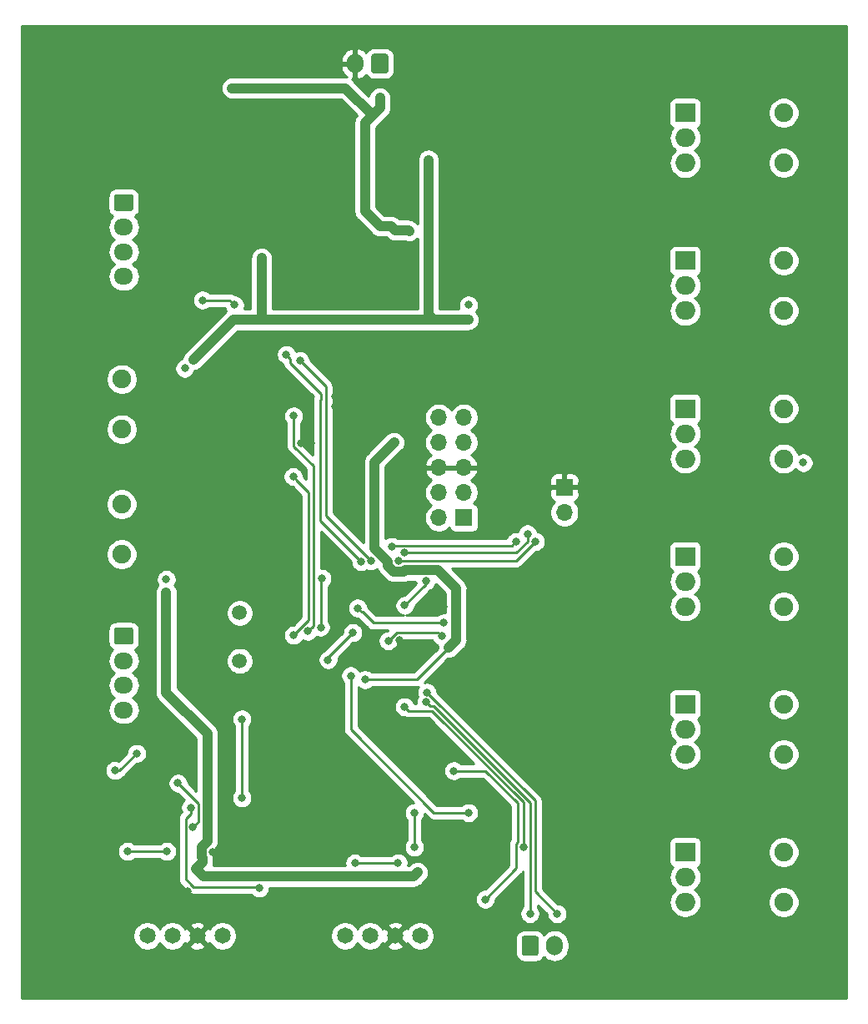
<source format=gbr>
G04 #@! TF.GenerationSoftware,KiCad,Pcbnew,(5.1.5)-3*
G04 #@! TF.CreationDate,2020-02-13T10:26:56+01:00*
G04 #@! TF.ProjectId,Studienarbeit,53747564-6965-46e6-9172-626569742e6b,rev?*
G04 #@! TF.SameCoordinates,Original*
G04 #@! TF.FileFunction,Copper,L2,Bot*
G04 #@! TF.FilePolarity,Positive*
%FSLAX46Y46*%
G04 Gerber Fmt 4.6, Leading zero omitted, Abs format (unit mm)*
G04 Created by KiCad (PCBNEW (5.1.5)-3) date 2020-02-13 10:26:56*
%MOMM*%
%LPD*%
G04 APERTURE LIST*
%ADD10C,1.500000*%
%ADD11O,2.000000X1.905000*%
%ADD12R,2.000000X1.905000*%
%ADD13O,1.700000X1.700000*%
%ADD14R,1.700000X1.700000*%
%ADD15C,1.651000*%
%ADD16O,1.700000X2.000000*%
%ADD17C,0.100000*%
%ADD18C,1.905000*%
%ADD19O,1.950000X1.700000*%
%ADD20C,0.800000*%
%ADD21C,0.250000*%
%ADD22C,1.000000*%
%ADD23C,0.254000*%
G04 APERTURE END LIST*
D10*
X167760000Y-99110000D03*
X167760000Y-94230000D03*
D11*
X213000000Y-48580000D03*
X213000000Y-46040000D03*
D12*
X213000000Y-43500000D03*
D11*
X213000000Y-63580000D03*
X213000000Y-61040000D03*
D12*
X213000000Y-58500000D03*
D11*
X213000000Y-78580000D03*
X213000000Y-76040000D03*
D12*
X213000000Y-73500000D03*
D11*
X213000000Y-93580000D03*
X213000000Y-91040000D03*
D12*
X213000000Y-88500000D03*
D11*
X213000000Y-108580000D03*
X213000000Y-106040000D03*
D12*
X213000000Y-103500000D03*
D11*
X213000000Y-123580000D03*
X213000000Y-121040000D03*
D12*
X213000000Y-118500000D03*
D13*
X200750000Y-84040000D03*
D14*
X200750000Y-81500000D03*
D15*
X166000000Y-126999999D03*
X163460000Y-126999999D03*
X160920000Y-126999999D03*
X158380000Y-126999999D03*
D13*
X187990000Y-74410000D03*
X190530000Y-74410000D03*
X187990000Y-76950000D03*
X190530000Y-76950000D03*
X187990000Y-79490000D03*
X190530000Y-79490000D03*
X187990000Y-82030000D03*
X190530000Y-82030000D03*
X187990000Y-84570000D03*
D14*
X190530000Y-84570000D03*
D16*
X199750000Y-128000000D03*
G04 #@! TA.AperFunction,ComponentPad*
D17*
G36*
X197874504Y-127001204D02*
G01*
X197898773Y-127004804D01*
X197922571Y-127010765D01*
X197945671Y-127019030D01*
X197967849Y-127029520D01*
X197988893Y-127042133D01*
X198008598Y-127056747D01*
X198026777Y-127073223D01*
X198043253Y-127091402D01*
X198057867Y-127111107D01*
X198070480Y-127132151D01*
X198080970Y-127154329D01*
X198089235Y-127177429D01*
X198095196Y-127201227D01*
X198098796Y-127225496D01*
X198100000Y-127250000D01*
X198100000Y-128750000D01*
X198098796Y-128774504D01*
X198095196Y-128798773D01*
X198089235Y-128822571D01*
X198080970Y-128845671D01*
X198070480Y-128867849D01*
X198057867Y-128888893D01*
X198043253Y-128908598D01*
X198026777Y-128926777D01*
X198008598Y-128943253D01*
X197988893Y-128957867D01*
X197967849Y-128970480D01*
X197945671Y-128980970D01*
X197922571Y-128989235D01*
X197898773Y-128995196D01*
X197874504Y-128998796D01*
X197850000Y-129000000D01*
X196650000Y-129000000D01*
X196625496Y-128998796D01*
X196601227Y-128995196D01*
X196577429Y-128989235D01*
X196554329Y-128980970D01*
X196532151Y-128970480D01*
X196511107Y-128957867D01*
X196491402Y-128943253D01*
X196473223Y-128926777D01*
X196456747Y-128908598D01*
X196442133Y-128888893D01*
X196429520Y-128867849D01*
X196419030Y-128845671D01*
X196410765Y-128822571D01*
X196404804Y-128798773D01*
X196401204Y-128774504D01*
X196400000Y-128750000D01*
X196400000Y-127250000D01*
X196401204Y-127225496D01*
X196404804Y-127201227D01*
X196410765Y-127177429D01*
X196419030Y-127154329D01*
X196429520Y-127132151D01*
X196442133Y-127111107D01*
X196456747Y-127091402D01*
X196473223Y-127073223D01*
X196491402Y-127056747D01*
X196511107Y-127042133D01*
X196532151Y-127029520D01*
X196554329Y-127019030D01*
X196577429Y-127010765D01*
X196601227Y-127004804D01*
X196625496Y-127001204D01*
X196650000Y-127000000D01*
X197850000Y-127000000D01*
X197874504Y-127001204D01*
G37*
G04 #@! TD.AperFunction*
D18*
X155775000Y-83200000D03*
X155775000Y-88280000D03*
X155800000Y-70525000D03*
X155800000Y-75605000D03*
X223000000Y-43500000D03*
X223000000Y-48580000D03*
X223000000Y-73500000D03*
X223000000Y-78580000D03*
X223000000Y-58500000D03*
X223000000Y-63580000D03*
X223000000Y-88500000D03*
X223000000Y-93580000D03*
X223000000Y-103500000D03*
X223000000Y-108580000D03*
X223000000Y-118500000D03*
X223000000Y-123580000D03*
D15*
X186080000Y-126999999D03*
X183540000Y-126999999D03*
X181000000Y-126999999D03*
X178460000Y-126999999D03*
D19*
X156000000Y-104070000D03*
X156000000Y-101570000D03*
X156000000Y-99070000D03*
G04 #@! TA.AperFunction,ComponentPad*
D17*
G36*
X156749504Y-95721204D02*
G01*
X156773773Y-95724804D01*
X156797571Y-95730765D01*
X156820671Y-95739030D01*
X156842849Y-95749520D01*
X156863893Y-95762133D01*
X156883598Y-95776747D01*
X156901777Y-95793223D01*
X156918253Y-95811402D01*
X156932867Y-95831107D01*
X156945480Y-95852151D01*
X156955970Y-95874329D01*
X156964235Y-95897429D01*
X156970196Y-95921227D01*
X156973796Y-95945496D01*
X156975000Y-95970000D01*
X156975000Y-97170000D01*
X156973796Y-97194504D01*
X156970196Y-97218773D01*
X156964235Y-97242571D01*
X156955970Y-97265671D01*
X156945480Y-97287849D01*
X156932867Y-97308893D01*
X156918253Y-97328598D01*
X156901777Y-97346777D01*
X156883598Y-97363253D01*
X156863893Y-97377867D01*
X156842849Y-97390480D01*
X156820671Y-97400970D01*
X156797571Y-97409235D01*
X156773773Y-97415196D01*
X156749504Y-97418796D01*
X156725000Y-97420000D01*
X155275000Y-97420000D01*
X155250496Y-97418796D01*
X155226227Y-97415196D01*
X155202429Y-97409235D01*
X155179329Y-97400970D01*
X155157151Y-97390480D01*
X155136107Y-97377867D01*
X155116402Y-97363253D01*
X155098223Y-97346777D01*
X155081747Y-97328598D01*
X155067133Y-97308893D01*
X155054520Y-97287849D01*
X155044030Y-97265671D01*
X155035765Y-97242571D01*
X155029804Y-97218773D01*
X155026204Y-97194504D01*
X155025000Y-97170000D01*
X155025000Y-95970000D01*
X155026204Y-95945496D01*
X155029804Y-95921227D01*
X155035765Y-95897429D01*
X155044030Y-95874329D01*
X155054520Y-95852151D01*
X155067133Y-95831107D01*
X155081747Y-95811402D01*
X155098223Y-95793223D01*
X155116402Y-95776747D01*
X155136107Y-95762133D01*
X155157151Y-95749520D01*
X155179329Y-95739030D01*
X155202429Y-95730765D01*
X155226227Y-95724804D01*
X155250496Y-95721204D01*
X155275000Y-95720000D01*
X156725000Y-95720000D01*
X156749504Y-95721204D01*
G37*
G04 #@! TD.AperFunction*
D19*
X156000000Y-60100000D03*
X156000000Y-57600000D03*
X156000000Y-55100000D03*
G04 #@! TA.AperFunction,ComponentPad*
D17*
G36*
X156749504Y-51751204D02*
G01*
X156773773Y-51754804D01*
X156797571Y-51760765D01*
X156820671Y-51769030D01*
X156842849Y-51779520D01*
X156863893Y-51792133D01*
X156883598Y-51806747D01*
X156901777Y-51823223D01*
X156918253Y-51841402D01*
X156932867Y-51861107D01*
X156945480Y-51882151D01*
X156955970Y-51904329D01*
X156964235Y-51927429D01*
X156970196Y-51951227D01*
X156973796Y-51975496D01*
X156975000Y-52000000D01*
X156975000Y-53200000D01*
X156973796Y-53224504D01*
X156970196Y-53248773D01*
X156964235Y-53272571D01*
X156955970Y-53295671D01*
X156945480Y-53317849D01*
X156932867Y-53338893D01*
X156918253Y-53358598D01*
X156901777Y-53376777D01*
X156883598Y-53393253D01*
X156863893Y-53407867D01*
X156842849Y-53420480D01*
X156820671Y-53430970D01*
X156797571Y-53439235D01*
X156773773Y-53445196D01*
X156749504Y-53448796D01*
X156725000Y-53450000D01*
X155275000Y-53450000D01*
X155250496Y-53448796D01*
X155226227Y-53445196D01*
X155202429Y-53439235D01*
X155179329Y-53430970D01*
X155157151Y-53420480D01*
X155136107Y-53407867D01*
X155116402Y-53393253D01*
X155098223Y-53376777D01*
X155081747Y-53358598D01*
X155067133Y-53338893D01*
X155054520Y-53317849D01*
X155044030Y-53295671D01*
X155035765Y-53272571D01*
X155029804Y-53248773D01*
X155026204Y-53224504D01*
X155025000Y-53200000D01*
X155025000Y-52000000D01*
X155026204Y-51975496D01*
X155029804Y-51951227D01*
X155035765Y-51927429D01*
X155044030Y-51904329D01*
X155054520Y-51882151D01*
X155067133Y-51861107D01*
X155081747Y-51841402D01*
X155098223Y-51823223D01*
X155116402Y-51806747D01*
X155136107Y-51792133D01*
X155157151Y-51779520D01*
X155179329Y-51769030D01*
X155202429Y-51760765D01*
X155226227Y-51754804D01*
X155250496Y-51751204D01*
X155275000Y-51750000D01*
X156725000Y-51750000D01*
X156749504Y-51751204D01*
G37*
G04 #@! TD.AperFunction*
G04 #@! TA.AperFunction,ComponentPad*
G36*
X182624504Y-37501204D02*
G01*
X182648773Y-37504804D01*
X182672571Y-37510765D01*
X182695671Y-37519030D01*
X182717849Y-37529520D01*
X182738893Y-37542133D01*
X182758598Y-37556747D01*
X182776777Y-37573223D01*
X182793253Y-37591402D01*
X182807867Y-37611107D01*
X182820480Y-37632151D01*
X182830970Y-37654329D01*
X182839235Y-37677429D01*
X182845196Y-37701227D01*
X182848796Y-37725496D01*
X182850000Y-37750000D01*
X182850000Y-39250000D01*
X182848796Y-39274504D01*
X182845196Y-39298773D01*
X182839235Y-39322571D01*
X182830970Y-39345671D01*
X182820480Y-39367849D01*
X182807867Y-39388893D01*
X182793253Y-39408598D01*
X182776777Y-39426777D01*
X182758598Y-39443253D01*
X182738893Y-39457867D01*
X182717849Y-39470480D01*
X182695671Y-39480970D01*
X182672571Y-39489235D01*
X182648773Y-39495196D01*
X182624504Y-39498796D01*
X182600000Y-39500000D01*
X181400000Y-39500000D01*
X181375496Y-39498796D01*
X181351227Y-39495196D01*
X181327429Y-39489235D01*
X181304329Y-39480970D01*
X181282151Y-39470480D01*
X181261107Y-39457867D01*
X181241402Y-39443253D01*
X181223223Y-39426777D01*
X181206747Y-39408598D01*
X181192133Y-39388893D01*
X181179520Y-39367849D01*
X181169030Y-39345671D01*
X181160765Y-39322571D01*
X181154804Y-39298773D01*
X181151204Y-39274504D01*
X181150000Y-39250000D01*
X181150000Y-37750000D01*
X181151204Y-37725496D01*
X181154804Y-37701227D01*
X181160765Y-37677429D01*
X181169030Y-37654329D01*
X181179520Y-37632151D01*
X181192133Y-37611107D01*
X181206747Y-37591402D01*
X181223223Y-37573223D01*
X181241402Y-37556747D01*
X181261107Y-37542133D01*
X181282151Y-37529520D01*
X181304329Y-37519030D01*
X181327429Y-37510765D01*
X181351227Y-37504804D01*
X181375496Y-37501204D01*
X181400000Y-37500000D01*
X182600000Y-37500000D01*
X182624504Y-37501204D01*
G37*
G04 #@! TD.AperFunction*
D16*
X179500000Y-38500000D03*
D20*
X174000000Y-77000000D03*
X175000000Y-77000000D03*
X177500000Y-72250000D03*
X177500000Y-73250000D03*
X178000000Y-76750000D03*
X180500000Y-72500000D03*
X183250000Y-75000000D03*
X184250000Y-75000000D03*
X150000000Y-39000000D03*
X150000000Y-44000000D03*
X150000000Y-49000000D03*
X150000000Y-54000000D03*
X150000000Y-59000000D03*
X150000000Y-64000000D03*
X150000000Y-69000000D03*
X150000000Y-74000000D03*
X150000000Y-79000000D03*
X150000000Y-84000000D03*
X150000000Y-89000000D03*
X150000000Y-94000000D03*
X150000000Y-99000000D03*
X150000000Y-104000000D03*
X150000000Y-109500000D03*
X150000000Y-114000000D03*
X150000000Y-119000000D03*
X150000000Y-124000000D03*
X150000000Y-129000000D03*
X155000000Y-129000000D03*
X160000000Y-129000000D03*
X165000000Y-129000000D03*
X175000000Y-129000000D03*
X180000000Y-129000000D03*
X185000000Y-129000000D03*
X195000000Y-129000000D03*
X205000000Y-129000000D03*
X210000000Y-129000000D03*
X215000000Y-129000000D03*
X220000000Y-129000000D03*
X225000000Y-129000000D03*
X225000000Y-114000000D03*
X225000000Y-99000000D03*
X225000000Y-84000000D03*
X225000000Y-69000000D03*
X225000000Y-54000000D03*
X225000000Y-39000000D03*
X220000000Y-39000000D03*
X215000000Y-39000000D03*
X175000000Y-39000000D03*
X170000000Y-39000000D03*
X165000000Y-39000000D03*
X155000000Y-39000000D03*
X170000000Y-69000000D03*
X180000000Y-74000000D03*
X170000000Y-75000000D03*
X173500000Y-82500000D03*
X169000000Y-85500000D03*
X172500000Y-102000000D03*
X166500000Y-111000000D03*
X165000000Y-118500000D03*
X162500000Y-122500000D03*
X188500000Y-122500000D03*
X193000000Y-119500000D03*
X191000000Y-116000000D03*
X191500000Y-112500000D03*
X189000000Y-112000000D03*
X184000000Y-97000000D03*
X181500000Y-97000000D03*
X183000000Y-80500000D03*
X185500000Y-78000000D03*
X167500000Y-89000000D03*
X165500000Y-89000000D03*
X165500000Y-91500000D03*
X163000000Y-51500000D03*
X159500000Y-54500000D03*
X180000000Y-84500000D03*
X185500000Y-80500000D03*
X181250000Y-92500000D03*
X166000000Y-96500000D03*
X168250000Y-96250000D03*
X164250000Y-58500000D03*
X188450000Y-93590000D03*
X192310000Y-93790000D03*
X195300000Y-90470000D03*
X180190000Y-61430000D03*
X180140000Y-57920000D03*
X162190000Y-69420000D03*
X160320000Y-90830000D03*
X163320000Y-120170000D03*
X185829999Y-120569999D03*
X191000000Y-64500000D03*
X191000000Y-63000000D03*
X163055000Y-68555000D03*
X160320000Y-92180000D03*
X186950000Y-48300000D03*
X170000000Y-58250000D03*
X183440000Y-76950000D03*
X188500000Y-90500000D03*
X189000000Y-97750000D03*
X180500000Y-101000000D03*
X164000000Y-62500000D03*
X167250000Y-63000000D03*
X181500000Y-87500000D03*
X181450000Y-82300000D03*
X175999994Y-95690000D03*
X176125010Y-90750001D03*
X184100000Y-55400000D03*
X185000000Y-55500000D03*
X182000000Y-43000000D03*
X182000000Y-42000000D03*
X181250000Y-43750000D03*
X167000000Y-41000000D03*
X168000000Y-41000000D03*
X169000000Y-41000000D03*
X163000000Y-116000000D03*
X161500000Y-111500000D03*
X192710000Y-123290000D03*
X189500000Y-110250000D03*
X185500000Y-118000000D03*
X185500000Y-114500000D03*
X179470000Y-119610000D03*
X183850000Y-119580000D03*
X156380000Y-118430000D03*
X160350000Y-118430000D03*
X157314162Y-108485838D03*
X155110000Y-110220000D03*
X184536501Y-93463499D03*
X186674992Y-91000000D03*
X184500000Y-103750000D03*
X196574979Y-118000000D03*
X182863499Y-97063499D03*
X197800000Y-86999996D03*
X183901205Y-88925927D03*
X196999984Y-86200000D03*
X184500000Y-88125010D03*
X183249996Y-87500000D03*
X195804224Y-87004228D03*
X179250000Y-96250000D03*
X176750000Y-99000000D03*
X173250000Y-74250000D03*
X174682199Y-96093121D03*
X173250000Y-96500000D03*
X173200000Y-80400000D03*
X172500000Y-68024990D03*
X225000000Y-79000000D03*
X168000000Y-113000000D03*
X191000000Y-114500000D03*
X200000000Y-124750000D03*
X197250000Y-124750000D03*
X162795000Y-114005000D03*
X169762500Y-122147500D03*
X188300000Y-96610000D03*
X180074337Y-89016150D03*
X173875000Y-68625000D03*
X181072874Y-88961869D03*
X168000000Y-104999998D03*
X179052241Y-100594894D03*
X186777469Y-102296691D03*
X186705866Y-103294136D03*
X188500000Y-95250000D03*
X179750000Y-93750000D03*
D21*
X162190000Y-69420000D02*
X162190000Y-69420000D01*
X163320000Y-120170000D02*
X163320000Y-120170000D01*
X185829999Y-120569999D02*
X185829999Y-120569999D01*
D22*
X185430000Y-120969998D02*
X185829999Y-120569999D01*
X164119998Y-120969998D02*
X185430000Y-120969998D01*
X163320000Y-120170000D02*
X164119998Y-120969998D01*
X164000000Y-119128002D02*
X164000000Y-119490000D01*
X163899999Y-119028001D02*
X164000000Y-119128002D01*
X164500000Y-106500000D02*
X164500000Y-117371998D01*
X164000000Y-119490000D02*
X163320000Y-120170000D01*
X160320000Y-102320000D02*
X164500000Y-106500000D01*
X164500000Y-117371998D02*
X163899999Y-117971999D01*
X163899999Y-117971999D02*
X163899999Y-119028001D01*
X167110000Y-64500000D02*
X163055000Y-68555000D01*
X160320000Y-92180000D02*
X160320000Y-102320000D01*
X186950000Y-63950000D02*
X187500000Y-64500000D01*
X186950000Y-48300000D02*
X186950000Y-63950000D01*
X191000000Y-64500000D02*
X187500000Y-64500000D01*
X170000000Y-58250000D02*
X170000000Y-64500000D01*
X187500000Y-64500000D02*
X170000000Y-64500000D01*
X170000000Y-64500000D02*
X167110000Y-64500000D01*
X188500000Y-90500000D02*
X188500000Y-90500000D01*
X189000000Y-97750000D02*
X189000000Y-97750000D01*
D21*
X185750000Y-101000000D02*
X189000000Y-97750000D01*
X180500000Y-101000000D02*
X185750000Y-101000000D01*
X164000000Y-62500000D02*
X166750000Y-62500000D01*
X166750000Y-62500000D02*
X167250000Y-63000000D01*
X167250000Y-63000000D02*
X167250000Y-63000000D01*
D22*
X189750000Y-97000000D02*
X189000000Y-97750000D01*
X189750000Y-91750000D02*
X189750000Y-97000000D01*
X188500000Y-90500000D02*
X189750000Y-91750000D01*
X181450000Y-78940000D02*
X181450000Y-82300000D01*
X183440000Y-76950000D02*
X181450000Y-78940000D01*
X182801203Y-89062196D02*
X182801203Y-89453929D01*
X181450000Y-87710993D02*
X182801203Y-89062196D01*
X183373203Y-90025929D02*
X184429207Y-90025929D01*
X187899998Y-89899998D02*
X188100001Y-90100001D01*
X184555138Y-89899998D02*
X187899998Y-89899998D01*
X188100001Y-90100001D02*
X188500000Y-90500000D01*
X181450000Y-82300000D02*
X181450000Y-87710993D01*
X184429207Y-90025929D02*
X184555138Y-89899998D01*
X182801203Y-89453929D02*
X183373203Y-90025929D01*
D21*
X175809999Y-90750001D02*
X175809999Y-90750001D01*
X175999994Y-95690000D02*
X175999994Y-90875017D01*
X175999994Y-90875017D02*
X176125010Y-90750001D01*
D22*
X184900000Y-55400000D02*
X185000000Y-55500000D01*
X184100000Y-55400000D02*
X184900000Y-55400000D01*
X183534315Y-55400000D02*
X183134315Y-55000000D01*
X184100000Y-55400000D02*
X183534315Y-55400000D01*
X183134315Y-55000000D02*
X182000000Y-55000000D01*
X182000000Y-55000000D02*
X180500000Y-53500000D01*
X180500000Y-53500000D02*
X180500000Y-44500000D01*
X180500000Y-44500000D02*
X181250000Y-43750000D01*
X182000000Y-43000000D02*
X182000000Y-43000000D01*
X181250000Y-43750000D02*
X182000000Y-43000000D01*
X182000000Y-42000000D02*
X182000000Y-43000000D01*
X167000000Y-41000000D02*
X168000000Y-41000000D01*
X168000000Y-41000000D02*
X169000000Y-41000000D01*
X178500000Y-41000000D02*
X181250000Y-43750000D01*
X169000000Y-41000000D02*
X178500000Y-41000000D01*
D21*
X161500000Y-111500000D02*
X161500000Y-111500000D01*
X185500000Y-118000000D02*
X185500000Y-114500000D01*
X185500000Y-114500000D02*
X185500000Y-114500000D01*
X179470000Y-119580000D02*
X183850000Y-119580000D01*
X183850000Y-119580000D02*
X183850000Y-119580000D01*
X157310000Y-108490000D02*
X157310000Y-108490000D01*
X156380000Y-118430000D02*
X160350000Y-118430000D01*
X160350000Y-118430000D02*
X160350000Y-118430000D01*
X155580000Y-110220000D02*
X155110000Y-110220000D01*
X157314162Y-108485838D02*
X155580000Y-110220000D01*
X183880000Y-88680000D02*
X183880000Y-88680000D01*
X186674990Y-91325010D02*
X186674990Y-91325010D01*
X184536501Y-93463499D02*
X186674990Y-91325010D01*
X186674990Y-91000002D02*
X186674992Y-91000000D01*
X186674990Y-91325010D02*
X186674990Y-91000002D01*
X187286410Y-104149999D02*
X196574979Y-113438568D01*
X196574979Y-117434315D02*
X196574979Y-118000000D01*
X184899999Y-104149999D02*
X187286410Y-104149999D01*
X196574979Y-113438568D02*
X196574979Y-117434315D01*
X184500000Y-103750000D02*
X184899999Y-104149999D01*
X182863499Y-97063499D02*
X182726998Y-97200000D01*
X195874069Y-88925927D02*
X184466890Y-88925927D01*
X197800000Y-86999996D02*
X195874069Y-88925927D01*
X184466890Y-88925927D02*
X183901205Y-88925927D01*
X196999984Y-86200000D02*
X196999984Y-86965707D01*
X195840681Y-88125010D02*
X185065685Y-88125010D01*
X185065685Y-88125010D02*
X184500000Y-88125010D01*
X196999984Y-86965707D02*
X195840681Y-88125010D01*
X195795772Y-87004228D02*
X195804224Y-87004228D01*
X195400000Y-87400000D02*
X195795772Y-87004228D01*
X183349996Y-87400000D02*
X195400000Y-87400000D01*
X183249996Y-87500000D02*
X183349996Y-87400000D01*
X179250000Y-96250000D02*
X176750000Y-98750000D01*
X176750000Y-98750000D02*
X176750000Y-99000000D01*
X173250000Y-74250000D02*
X173250000Y-74250000D01*
X173250000Y-77323002D02*
X175250011Y-79323013D01*
X173250000Y-74250000D02*
X173250000Y-77323002D01*
X175250011Y-95525309D02*
X175082198Y-95693122D01*
X175082198Y-95693122D02*
X174682199Y-96093121D01*
X175250011Y-79323013D02*
X175250011Y-95525309D01*
X174800000Y-94950000D02*
X174800000Y-82000000D01*
X173599999Y-80799999D02*
X173200000Y-80400000D01*
X173250000Y-96500000D02*
X174800000Y-94950000D01*
X174800000Y-82000000D02*
X173599999Y-80799999D01*
X168000000Y-113000000D02*
X168000000Y-113000000D01*
X191000000Y-114500000D02*
X191000000Y-114500000D01*
X200000000Y-124750000D02*
X200000000Y-124750000D01*
X197250000Y-124750000D02*
X197250000Y-124750000D01*
X162933002Y-121860000D02*
X163113002Y-122040000D01*
X162795000Y-114570685D02*
X162274999Y-115090686D01*
X162274999Y-121224999D02*
X162910000Y-121860000D01*
X162795000Y-114005000D02*
X162795000Y-114570685D01*
X162274999Y-115090686D02*
X162274999Y-121224999D01*
X162910000Y-121860000D02*
X162933002Y-121860000D01*
X163113002Y-122040000D02*
X169730000Y-122040000D01*
X163590000Y-113590000D02*
X161500000Y-111500000D01*
X163000000Y-116000000D02*
X163590000Y-115410000D01*
X163590000Y-115410000D02*
X163590000Y-113590000D01*
X189500000Y-110250000D02*
X192750000Y-110250000D01*
X195849978Y-120150022D02*
X192710000Y-123290000D01*
X192750000Y-110250000D02*
X196000000Y-113500000D01*
X195849978Y-117651999D02*
X195849978Y-120150022D01*
X196000000Y-113500000D02*
X196000000Y-117501977D01*
X196000000Y-117501977D02*
X195849978Y-117651999D01*
X183716997Y-96210001D02*
X187900001Y-96210001D01*
X182863499Y-97063499D02*
X183716997Y-96210001D01*
X187900001Y-96210001D02*
X188300000Y-96610000D01*
X172899999Y-68424989D02*
X172500000Y-68024990D01*
X172899999Y-68899999D02*
X172899999Y-68424989D01*
X176010000Y-72640000D02*
X176010000Y-72010000D01*
X176010000Y-72010000D02*
X172899999Y-68899999D01*
X175930000Y-72600000D02*
X175930000Y-84871813D01*
X179674338Y-88616151D02*
X180074337Y-89016150D01*
X175930000Y-84871813D02*
X179674338Y-88616151D01*
X173875000Y-68625000D02*
X173750000Y-68500000D01*
X180672875Y-88561870D02*
X181072874Y-88961869D01*
X176500000Y-71250000D02*
X176500000Y-84388995D01*
X176500000Y-84388995D02*
X180672875Y-88561870D01*
X173875000Y-68625000D02*
X176500000Y-71250000D01*
X168000000Y-113000000D02*
X168000000Y-104999998D01*
X179052241Y-106052241D02*
X179052241Y-101160579D01*
X179052241Y-101160579D02*
X179052241Y-100594894D01*
X187500000Y-114500000D02*
X179052241Y-106052241D01*
X191000000Y-114500000D02*
X187500000Y-114500000D01*
X197750000Y-113269222D02*
X186777469Y-102296691D01*
X197750000Y-122500000D02*
X197750000Y-113269222D01*
X200000000Y-124750000D02*
X197750000Y-122500000D01*
X187105865Y-103694135D02*
X186705866Y-103294136D01*
X197250000Y-117451986D02*
X197250000Y-113477178D01*
X197299989Y-124134326D02*
X197299989Y-117501975D01*
X187466957Y-103694135D02*
X187105865Y-103694135D01*
X197250000Y-113477178D02*
X187466957Y-103694135D01*
X197250000Y-124184315D02*
X197299989Y-124134326D01*
X197250000Y-124750000D02*
X197250000Y-124184315D01*
X197299989Y-117501975D02*
X197250000Y-117451986D01*
X180223001Y-94149999D02*
X180149999Y-94149999D01*
X181323002Y-95250000D02*
X180223001Y-94149999D01*
X180149999Y-94149999D02*
X179750000Y-93750000D01*
X188500000Y-95250000D02*
X181323002Y-95250000D01*
D23*
G36*
X229340001Y-133340000D02*
G01*
X145660000Y-133340000D01*
X145660000Y-126856152D01*
X156919500Y-126856152D01*
X156919500Y-127143846D01*
X156975626Y-127426011D01*
X157085721Y-127691805D01*
X157245555Y-127931014D01*
X157448985Y-128134444D01*
X157688194Y-128294278D01*
X157953988Y-128404373D01*
X158236153Y-128460499D01*
X158523847Y-128460499D01*
X158806012Y-128404373D01*
X159071806Y-128294278D01*
X159311015Y-128134444D01*
X159514445Y-127931014D01*
X159650000Y-127728141D01*
X159785555Y-127931014D01*
X159988985Y-128134444D01*
X160228194Y-128294278D01*
X160493988Y-128404373D01*
X160776153Y-128460499D01*
X161063847Y-128460499D01*
X161346012Y-128404373D01*
X161611806Y-128294278D01*
X161851015Y-128134444D01*
X161974551Y-128010908D01*
X162628696Y-128010908D01*
X162703367Y-128257480D01*
X162963228Y-128380930D01*
X163242180Y-128451312D01*
X163529502Y-128465920D01*
X163814154Y-128424193D01*
X164085196Y-128327736D01*
X164216633Y-128257480D01*
X164291304Y-128010908D01*
X163460000Y-127179604D01*
X162628696Y-128010908D01*
X161974551Y-128010908D01*
X162054445Y-127931014D01*
X162188494Y-127730394D01*
X162202519Y-127756632D01*
X162449091Y-127831303D01*
X163280395Y-126999999D01*
X163639605Y-126999999D01*
X164470909Y-127831303D01*
X164717481Y-127756632D01*
X164730594Y-127729030D01*
X164865555Y-127931014D01*
X165068985Y-128134444D01*
X165308194Y-128294278D01*
X165573988Y-128404373D01*
X165856153Y-128460499D01*
X166143847Y-128460499D01*
X166426012Y-128404373D01*
X166691806Y-128294278D01*
X166931015Y-128134444D01*
X167134445Y-127931014D01*
X167294279Y-127691805D01*
X167404374Y-127426011D01*
X167460500Y-127143846D01*
X167460500Y-126856152D01*
X176999500Y-126856152D01*
X176999500Y-127143846D01*
X177055626Y-127426011D01*
X177165721Y-127691805D01*
X177325555Y-127931014D01*
X177528985Y-128134444D01*
X177768194Y-128294278D01*
X178033988Y-128404373D01*
X178316153Y-128460499D01*
X178603847Y-128460499D01*
X178886012Y-128404373D01*
X179151806Y-128294278D01*
X179391015Y-128134444D01*
X179594445Y-127931014D01*
X179730000Y-127728141D01*
X179865555Y-127931014D01*
X180068985Y-128134444D01*
X180308194Y-128294278D01*
X180573988Y-128404373D01*
X180856153Y-128460499D01*
X181143847Y-128460499D01*
X181426012Y-128404373D01*
X181691806Y-128294278D01*
X181931015Y-128134444D01*
X182054551Y-128010908D01*
X182708696Y-128010908D01*
X182783367Y-128257480D01*
X183043228Y-128380930D01*
X183322180Y-128451312D01*
X183609502Y-128465920D01*
X183894154Y-128424193D01*
X184165196Y-128327736D01*
X184296633Y-128257480D01*
X184371304Y-128010908D01*
X183540000Y-127179604D01*
X182708696Y-128010908D01*
X182054551Y-128010908D01*
X182134445Y-127931014D01*
X182268494Y-127730394D01*
X182282519Y-127756632D01*
X182529091Y-127831303D01*
X183360395Y-126999999D01*
X183719605Y-126999999D01*
X184550909Y-127831303D01*
X184797481Y-127756632D01*
X184810594Y-127729030D01*
X184945555Y-127931014D01*
X185148985Y-128134444D01*
X185388194Y-128294278D01*
X185653988Y-128404373D01*
X185936153Y-128460499D01*
X186223847Y-128460499D01*
X186506012Y-128404373D01*
X186771806Y-128294278D01*
X187011015Y-128134444D01*
X187214445Y-127931014D01*
X187374279Y-127691805D01*
X187484374Y-127426011D01*
X187519384Y-127250000D01*
X195761928Y-127250000D01*
X195761928Y-128750000D01*
X195778992Y-128923254D01*
X195829528Y-129089850D01*
X195911595Y-129243386D01*
X196022038Y-129377962D01*
X196156614Y-129488405D01*
X196310150Y-129570472D01*
X196476746Y-129621008D01*
X196650000Y-129638072D01*
X197850000Y-129638072D01*
X198023254Y-129621008D01*
X198189850Y-129570472D01*
X198343386Y-129488405D01*
X198477962Y-129377962D01*
X198588405Y-129243386D01*
X198642777Y-129141663D01*
X198694866Y-129205134D01*
X198920987Y-129390706D01*
X199178967Y-129528599D01*
X199458890Y-129613513D01*
X199750000Y-129642185D01*
X200041111Y-129613513D01*
X200321034Y-129528599D01*
X200579014Y-129390706D01*
X200805134Y-129205134D01*
X200990706Y-128979014D01*
X201128599Y-128721033D01*
X201213513Y-128441110D01*
X201235000Y-128222949D01*
X201235000Y-127777050D01*
X201213513Y-127558889D01*
X201128599Y-127278966D01*
X200990706Y-127020986D01*
X200805134Y-126794866D01*
X200579013Y-126609294D01*
X200321033Y-126471401D01*
X200041110Y-126386487D01*
X199750000Y-126357815D01*
X199458889Y-126386487D01*
X199178966Y-126471401D01*
X198920986Y-126609294D01*
X198694866Y-126794866D01*
X198642777Y-126858337D01*
X198588405Y-126756614D01*
X198477962Y-126622038D01*
X198343386Y-126511595D01*
X198189850Y-126429528D01*
X198023254Y-126378992D01*
X197850000Y-126361928D01*
X196650000Y-126361928D01*
X196476746Y-126378992D01*
X196310150Y-126429528D01*
X196156614Y-126511595D01*
X196022038Y-126622038D01*
X195911595Y-126756614D01*
X195829528Y-126910150D01*
X195778992Y-127076746D01*
X195761928Y-127250000D01*
X187519384Y-127250000D01*
X187540500Y-127143846D01*
X187540500Y-126856152D01*
X187484374Y-126573987D01*
X187374279Y-126308193D01*
X187214445Y-126068984D01*
X187011015Y-125865554D01*
X186771806Y-125705720D01*
X186506012Y-125595625D01*
X186223847Y-125539499D01*
X185936153Y-125539499D01*
X185653988Y-125595625D01*
X185388194Y-125705720D01*
X185148985Y-125865554D01*
X184945555Y-126068984D01*
X184811506Y-126269604D01*
X184797481Y-126243366D01*
X184550909Y-126168695D01*
X183719605Y-126999999D01*
X183360395Y-126999999D01*
X182529091Y-126168695D01*
X182282519Y-126243366D01*
X182269406Y-126270968D01*
X182134445Y-126068984D01*
X182054551Y-125989090D01*
X182708696Y-125989090D01*
X183540000Y-126820394D01*
X184371304Y-125989090D01*
X184296633Y-125742518D01*
X184036772Y-125619068D01*
X183757820Y-125548686D01*
X183470498Y-125534078D01*
X183185846Y-125575805D01*
X182914804Y-125672262D01*
X182783367Y-125742518D01*
X182708696Y-125989090D01*
X182054551Y-125989090D01*
X181931015Y-125865554D01*
X181691806Y-125705720D01*
X181426012Y-125595625D01*
X181143847Y-125539499D01*
X180856153Y-125539499D01*
X180573988Y-125595625D01*
X180308194Y-125705720D01*
X180068985Y-125865554D01*
X179865555Y-126068984D01*
X179730000Y-126271857D01*
X179594445Y-126068984D01*
X179391015Y-125865554D01*
X179151806Y-125705720D01*
X178886012Y-125595625D01*
X178603847Y-125539499D01*
X178316153Y-125539499D01*
X178033988Y-125595625D01*
X177768194Y-125705720D01*
X177528985Y-125865554D01*
X177325555Y-126068984D01*
X177165721Y-126308193D01*
X177055626Y-126573987D01*
X176999500Y-126856152D01*
X167460500Y-126856152D01*
X167404374Y-126573987D01*
X167294279Y-126308193D01*
X167134445Y-126068984D01*
X166931015Y-125865554D01*
X166691806Y-125705720D01*
X166426012Y-125595625D01*
X166143847Y-125539499D01*
X165856153Y-125539499D01*
X165573988Y-125595625D01*
X165308194Y-125705720D01*
X165068985Y-125865554D01*
X164865555Y-126068984D01*
X164731506Y-126269604D01*
X164717481Y-126243366D01*
X164470909Y-126168695D01*
X163639605Y-126999999D01*
X163280395Y-126999999D01*
X162449091Y-126168695D01*
X162202519Y-126243366D01*
X162189406Y-126270968D01*
X162054445Y-126068984D01*
X161974551Y-125989090D01*
X162628696Y-125989090D01*
X163460000Y-126820394D01*
X164291304Y-125989090D01*
X164216633Y-125742518D01*
X163956772Y-125619068D01*
X163677820Y-125548686D01*
X163390498Y-125534078D01*
X163105846Y-125575805D01*
X162834804Y-125672262D01*
X162703367Y-125742518D01*
X162628696Y-125989090D01*
X161974551Y-125989090D01*
X161851015Y-125865554D01*
X161611806Y-125705720D01*
X161346012Y-125595625D01*
X161063847Y-125539499D01*
X160776153Y-125539499D01*
X160493988Y-125595625D01*
X160228194Y-125705720D01*
X159988985Y-125865554D01*
X159785555Y-126068984D01*
X159650000Y-126271857D01*
X159514445Y-126068984D01*
X159311015Y-125865554D01*
X159071806Y-125705720D01*
X158806012Y-125595625D01*
X158523847Y-125539499D01*
X158236153Y-125539499D01*
X157953988Y-125595625D01*
X157688194Y-125705720D01*
X157448985Y-125865554D01*
X157245555Y-126068984D01*
X157085721Y-126308193D01*
X156975626Y-126573987D01*
X156919500Y-126856152D01*
X145660000Y-126856152D01*
X145660000Y-118328061D01*
X155345000Y-118328061D01*
X155345000Y-118531939D01*
X155384774Y-118731898D01*
X155462795Y-118920256D01*
X155576063Y-119089774D01*
X155720226Y-119233937D01*
X155889744Y-119347205D01*
X156078102Y-119425226D01*
X156278061Y-119465000D01*
X156481939Y-119465000D01*
X156681898Y-119425226D01*
X156870256Y-119347205D01*
X157039774Y-119233937D01*
X157083711Y-119190000D01*
X159646289Y-119190000D01*
X159690226Y-119233937D01*
X159859744Y-119347205D01*
X160048102Y-119425226D01*
X160248061Y-119465000D01*
X160451939Y-119465000D01*
X160651898Y-119425226D01*
X160840256Y-119347205D01*
X161009774Y-119233937D01*
X161153937Y-119089774D01*
X161267205Y-118920256D01*
X161345226Y-118731898D01*
X161385000Y-118531939D01*
X161385000Y-118328061D01*
X161345226Y-118128102D01*
X161267205Y-117939744D01*
X161153937Y-117770226D01*
X161009774Y-117626063D01*
X160840256Y-117512795D01*
X160651898Y-117434774D01*
X160451939Y-117395000D01*
X160248061Y-117395000D01*
X160048102Y-117434774D01*
X159859744Y-117512795D01*
X159690226Y-117626063D01*
X159646289Y-117670000D01*
X157083711Y-117670000D01*
X157039774Y-117626063D01*
X156870256Y-117512795D01*
X156681898Y-117434774D01*
X156481939Y-117395000D01*
X156278061Y-117395000D01*
X156078102Y-117434774D01*
X155889744Y-117512795D01*
X155720226Y-117626063D01*
X155576063Y-117770226D01*
X155462795Y-117939744D01*
X155384774Y-118128102D01*
X155345000Y-118328061D01*
X145660000Y-118328061D01*
X145660000Y-110118061D01*
X154075000Y-110118061D01*
X154075000Y-110321939D01*
X154114774Y-110521898D01*
X154192795Y-110710256D01*
X154306063Y-110879774D01*
X154450226Y-111023937D01*
X154619744Y-111137205D01*
X154808102Y-111215226D01*
X155008061Y-111255000D01*
X155211939Y-111255000D01*
X155411898Y-111215226D01*
X155600256Y-111137205D01*
X155769774Y-111023937D01*
X155866388Y-110927323D01*
X155872247Y-110925546D01*
X156004276Y-110854974D01*
X156120001Y-110760001D01*
X156143803Y-110730998D01*
X157353964Y-109520838D01*
X157416101Y-109520838D01*
X157616060Y-109481064D01*
X157804418Y-109403043D01*
X157973936Y-109289775D01*
X158118099Y-109145612D01*
X158231367Y-108976094D01*
X158309388Y-108787736D01*
X158349162Y-108587777D01*
X158349162Y-108383899D01*
X158309388Y-108183940D01*
X158231367Y-107995582D01*
X158118099Y-107826064D01*
X157973936Y-107681901D01*
X157804418Y-107568633D01*
X157616060Y-107490612D01*
X157416101Y-107450838D01*
X157212223Y-107450838D01*
X157012264Y-107490612D01*
X156823906Y-107568633D01*
X156654388Y-107681901D01*
X156510225Y-107826064D01*
X156396957Y-107995582D01*
X156318936Y-108183940D01*
X156279162Y-108383899D01*
X156279162Y-108446036D01*
X155474496Y-109250703D01*
X155411898Y-109224774D01*
X155211939Y-109185000D01*
X155008061Y-109185000D01*
X154808102Y-109224774D01*
X154619744Y-109302795D01*
X154450226Y-109416063D01*
X154306063Y-109560226D01*
X154192795Y-109729744D01*
X154114774Y-109918102D01*
X154075000Y-110118061D01*
X145660000Y-110118061D01*
X145660000Y-99070000D01*
X154382815Y-99070000D01*
X154411487Y-99361111D01*
X154496401Y-99641034D01*
X154634294Y-99899014D01*
X154819866Y-100125134D01*
X155045986Y-100310706D01*
X155063374Y-100320000D01*
X155045986Y-100329294D01*
X154819866Y-100514866D01*
X154634294Y-100740986D01*
X154496401Y-100998966D01*
X154411487Y-101278889D01*
X154382815Y-101570000D01*
X154411487Y-101861111D01*
X154496401Y-102141034D01*
X154634294Y-102399014D01*
X154819866Y-102625134D01*
X155045986Y-102810706D01*
X155063374Y-102820000D01*
X155045986Y-102829294D01*
X154819866Y-103014866D01*
X154634294Y-103240986D01*
X154496401Y-103498966D01*
X154411487Y-103778889D01*
X154382815Y-104070000D01*
X154411487Y-104361111D01*
X154496401Y-104641034D01*
X154634294Y-104899014D01*
X154819866Y-105125134D01*
X155045986Y-105310706D01*
X155303966Y-105448599D01*
X155583889Y-105533513D01*
X155802050Y-105555000D01*
X156197950Y-105555000D01*
X156416111Y-105533513D01*
X156696034Y-105448599D01*
X156954014Y-105310706D01*
X157180134Y-105125134D01*
X157365706Y-104899014D01*
X157503599Y-104641034D01*
X157588513Y-104361111D01*
X157617185Y-104070000D01*
X157588513Y-103778889D01*
X157503599Y-103498966D01*
X157365706Y-103240986D01*
X157180134Y-103014866D01*
X156954014Y-102829294D01*
X156936626Y-102820000D01*
X156954014Y-102810706D01*
X157180134Y-102625134D01*
X157365706Y-102399014D01*
X157407939Y-102320000D01*
X159179509Y-102320000D01*
X159201423Y-102542498D01*
X159266324Y-102756446D01*
X159315384Y-102848230D01*
X159371717Y-102953623D01*
X159513552Y-103126449D01*
X159556860Y-103161991D01*
X163365000Y-106970133D01*
X163365001Y-112290199D01*
X162535000Y-111460199D01*
X162535000Y-111398061D01*
X162495226Y-111198102D01*
X162417205Y-111009744D01*
X162303937Y-110840226D01*
X162159774Y-110696063D01*
X161990256Y-110582795D01*
X161801898Y-110504774D01*
X161601939Y-110465000D01*
X161398061Y-110465000D01*
X161198102Y-110504774D01*
X161009744Y-110582795D01*
X160840226Y-110696063D01*
X160696063Y-110840226D01*
X160582795Y-111009744D01*
X160504774Y-111198102D01*
X160465000Y-111398061D01*
X160465000Y-111601939D01*
X160504774Y-111801898D01*
X160582795Y-111990256D01*
X160696063Y-112159774D01*
X160840226Y-112303937D01*
X161009744Y-112417205D01*
X161198102Y-112495226D01*
X161398061Y-112535000D01*
X161460199Y-112535000D01*
X162130744Y-113205545D01*
X161991063Y-113345226D01*
X161877795Y-113514744D01*
X161799774Y-113703102D01*
X161760000Y-113903061D01*
X161760000Y-114106939D01*
X161799774Y-114306898D01*
X161853729Y-114437155D01*
X161764001Y-114526883D01*
X161734998Y-114550685D01*
X161679870Y-114617860D01*
X161640025Y-114666410D01*
X161611556Y-114719672D01*
X161569453Y-114798440D01*
X161525996Y-114941701D01*
X161514999Y-115053354D01*
X161514999Y-115053364D01*
X161511323Y-115090686D01*
X161514999Y-115128009D01*
X161515000Y-121187667D01*
X161511323Y-121224999D01*
X161515000Y-121262332D01*
X161525997Y-121373985D01*
X161539179Y-121417441D01*
X161569453Y-121517245D01*
X161640025Y-121649275D01*
X161711200Y-121736001D01*
X161734999Y-121765000D01*
X161763997Y-121788798D01*
X162346200Y-122371002D01*
X162369999Y-122400001D01*
X162398997Y-122423799D01*
X162485723Y-122494974D01*
X162501731Y-122503530D01*
X162549202Y-122551002D01*
X162573001Y-122580001D01*
X162688726Y-122674974D01*
X162820755Y-122745546D01*
X162964016Y-122789003D01*
X163075669Y-122800000D01*
X163075678Y-122800000D01*
X163113001Y-122803676D01*
X163150324Y-122800000D01*
X168953703Y-122800000D01*
X168958563Y-122807274D01*
X169102726Y-122951437D01*
X169272244Y-123064705D01*
X169460602Y-123142726D01*
X169660561Y-123182500D01*
X169864439Y-123182500D01*
X170064398Y-123142726D01*
X170252756Y-123064705D01*
X170422274Y-122951437D01*
X170566437Y-122807274D01*
X170679705Y-122637756D01*
X170757726Y-122449398D01*
X170797500Y-122249439D01*
X170797500Y-122104998D01*
X185374249Y-122104998D01*
X185430000Y-122110489D01*
X185485751Y-122104998D01*
X185485752Y-122104998D01*
X185652499Y-122088575D01*
X185866447Y-122023674D01*
X186063623Y-121918282D01*
X186236449Y-121776447D01*
X186271996Y-121733133D01*
X186671987Y-121333142D01*
X186778282Y-121203621D01*
X186883675Y-121006445D01*
X186948576Y-120792498D01*
X186970490Y-120570000D01*
X186948576Y-120347501D01*
X186883675Y-120133553D01*
X186778282Y-119936377D01*
X186636447Y-119763551D01*
X186463621Y-119621716D01*
X186266445Y-119516323D01*
X186052497Y-119451422D01*
X185829998Y-119429508D01*
X185607500Y-119451422D01*
X185393553Y-119516323D01*
X185196377Y-119621716D01*
X185066856Y-119728011D01*
X184959869Y-119834998D01*
X184854555Y-119834998D01*
X184885000Y-119681939D01*
X184885000Y-119478061D01*
X184845226Y-119278102D01*
X184767205Y-119089744D01*
X184653937Y-118920226D01*
X184509774Y-118776063D01*
X184340256Y-118662795D01*
X184151898Y-118584774D01*
X183951939Y-118545000D01*
X183748061Y-118545000D01*
X183548102Y-118584774D01*
X183359744Y-118662795D01*
X183190226Y-118776063D01*
X183146289Y-118820000D01*
X180143711Y-118820000D01*
X180129774Y-118806063D01*
X179960256Y-118692795D01*
X179771898Y-118614774D01*
X179571939Y-118575000D01*
X179368061Y-118575000D01*
X179168102Y-118614774D01*
X178979744Y-118692795D01*
X178810226Y-118806063D01*
X178666063Y-118950226D01*
X178552795Y-119119744D01*
X178474774Y-119308102D01*
X178435000Y-119508061D01*
X178435000Y-119711939D01*
X178459478Y-119834998D01*
X165081417Y-119834998D01*
X165094720Y-119791144D01*
X165118577Y-119712500D01*
X165128670Y-119610022D01*
X165135000Y-119545751D01*
X165135000Y-119545745D01*
X165140490Y-119490001D01*
X165135000Y-119434257D01*
X165135000Y-119183754D01*
X165140491Y-119128002D01*
X165124929Y-118970001D01*
X165118577Y-118905503D01*
X165053676Y-118691555D01*
X165034999Y-118656613D01*
X165034999Y-118442131D01*
X165263140Y-118213990D01*
X165306449Y-118178447D01*
X165448284Y-118005621D01*
X165553676Y-117808445D01*
X165618577Y-117594497D01*
X165635000Y-117427750D01*
X165640491Y-117371998D01*
X165635000Y-117316246D01*
X165635000Y-106555752D01*
X165640491Y-106500000D01*
X165618577Y-106277501D01*
X165553676Y-106063553D01*
X165448284Y-105866377D01*
X165341989Y-105736856D01*
X165341987Y-105736854D01*
X165306449Y-105693551D01*
X165263146Y-105658013D01*
X164503192Y-104898059D01*
X166965000Y-104898059D01*
X166965000Y-105101937D01*
X167004774Y-105301896D01*
X167082795Y-105490254D01*
X167196063Y-105659772D01*
X167240001Y-105703710D01*
X167240000Y-112296289D01*
X167196063Y-112340226D01*
X167082795Y-112509744D01*
X167004774Y-112698102D01*
X166965000Y-112898061D01*
X166965000Y-113101939D01*
X167004774Y-113301898D01*
X167082795Y-113490256D01*
X167196063Y-113659774D01*
X167340226Y-113803937D01*
X167509744Y-113917205D01*
X167698102Y-113995226D01*
X167898061Y-114035000D01*
X168101939Y-114035000D01*
X168301898Y-113995226D01*
X168490256Y-113917205D01*
X168659774Y-113803937D01*
X168803937Y-113659774D01*
X168917205Y-113490256D01*
X168995226Y-113301898D01*
X169035000Y-113101939D01*
X169035000Y-112898061D01*
X168995226Y-112698102D01*
X168917205Y-112509744D01*
X168803937Y-112340226D01*
X168760000Y-112296289D01*
X168760000Y-105703709D01*
X168803937Y-105659772D01*
X168917205Y-105490254D01*
X168995226Y-105301896D01*
X169035000Y-105101937D01*
X169035000Y-104898059D01*
X168995226Y-104698100D01*
X168917205Y-104509742D01*
X168803937Y-104340224D01*
X168659774Y-104196061D01*
X168490256Y-104082793D01*
X168301898Y-104004772D01*
X168101939Y-103964998D01*
X167898061Y-103964998D01*
X167698102Y-104004772D01*
X167509744Y-104082793D01*
X167340226Y-104196061D01*
X167196063Y-104340224D01*
X167082795Y-104509742D01*
X167004774Y-104698100D01*
X166965000Y-104898059D01*
X164503192Y-104898059D01*
X161455000Y-101849869D01*
X161455000Y-98973589D01*
X166375000Y-98973589D01*
X166375000Y-99246411D01*
X166428225Y-99513989D01*
X166532629Y-99766043D01*
X166684201Y-99992886D01*
X166877114Y-100185799D01*
X167103957Y-100337371D01*
X167356011Y-100441775D01*
X167623589Y-100495000D01*
X167896411Y-100495000D01*
X168163989Y-100441775D01*
X168416043Y-100337371D01*
X168642886Y-100185799D01*
X168835799Y-99992886D01*
X168987371Y-99766043D01*
X169091775Y-99513989D01*
X169145000Y-99246411D01*
X169145000Y-98973589D01*
X169129977Y-98898061D01*
X175715000Y-98898061D01*
X175715000Y-99101939D01*
X175754774Y-99301898D01*
X175832795Y-99490256D01*
X175946063Y-99659774D01*
X176090226Y-99803937D01*
X176259744Y-99917205D01*
X176448102Y-99995226D01*
X176648061Y-100035000D01*
X176851939Y-100035000D01*
X177051898Y-99995226D01*
X177240256Y-99917205D01*
X177409774Y-99803937D01*
X177553937Y-99659774D01*
X177667205Y-99490256D01*
X177745226Y-99301898D01*
X177785000Y-99101939D01*
X177785000Y-98898061D01*
X177767039Y-98807763D01*
X179289802Y-97285000D01*
X179351939Y-97285000D01*
X179551898Y-97245226D01*
X179740256Y-97167205D01*
X179909774Y-97053937D01*
X180053937Y-96909774D01*
X180167205Y-96740256D01*
X180245226Y-96551898D01*
X180285000Y-96351939D01*
X180285000Y-96148061D01*
X180245226Y-95948102D01*
X180167205Y-95759744D01*
X180053937Y-95590226D01*
X179909774Y-95446063D01*
X179740256Y-95332795D01*
X179551898Y-95254774D01*
X179351939Y-95215000D01*
X179148061Y-95215000D01*
X178948102Y-95254774D01*
X178759744Y-95332795D01*
X178590226Y-95446063D01*
X178446063Y-95590226D01*
X178332795Y-95759744D01*
X178254774Y-95948102D01*
X178215000Y-96148061D01*
X178215000Y-96210198D01*
X176400854Y-98024345D01*
X176259744Y-98082795D01*
X176090226Y-98196063D01*
X175946063Y-98340226D01*
X175832795Y-98509744D01*
X175754774Y-98698102D01*
X175715000Y-98898061D01*
X169129977Y-98898061D01*
X169091775Y-98706011D01*
X168987371Y-98453957D01*
X168835799Y-98227114D01*
X168642886Y-98034201D01*
X168416043Y-97882629D01*
X168163989Y-97778225D01*
X167896411Y-97725000D01*
X167623589Y-97725000D01*
X167356011Y-97778225D01*
X167103957Y-97882629D01*
X166877114Y-98034201D01*
X166684201Y-98227114D01*
X166532629Y-98453957D01*
X166428225Y-98706011D01*
X166375000Y-98973589D01*
X161455000Y-98973589D01*
X161455000Y-94093589D01*
X166375000Y-94093589D01*
X166375000Y-94366411D01*
X166428225Y-94633989D01*
X166532629Y-94886043D01*
X166684201Y-95112886D01*
X166877114Y-95305799D01*
X167103957Y-95457371D01*
X167356011Y-95561775D01*
X167623589Y-95615000D01*
X167896411Y-95615000D01*
X168163989Y-95561775D01*
X168416043Y-95457371D01*
X168642886Y-95305799D01*
X168835799Y-95112886D01*
X168987371Y-94886043D01*
X169091775Y-94633989D01*
X169145000Y-94366411D01*
X169145000Y-94093589D01*
X169091775Y-93826011D01*
X168987371Y-93573957D01*
X168835799Y-93347114D01*
X168642886Y-93154201D01*
X168416043Y-93002629D01*
X168163989Y-92898225D01*
X167896411Y-92845000D01*
X167623589Y-92845000D01*
X167356011Y-92898225D01*
X167103957Y-93002629D01*
X166877114Y-93154201D01*
X166684201Y-93347114D01*
X166532629Y-93573957D01*
X166428225Y-93826011D01*
X166375000Y-94093589D01*
X161455000Y-94093589D01*
X161455000Y-92124248D01*
X161438577Y-91957501D01*
X161373676Y-91743553D01*
X161268284Y-91546377D01*
X161167870Y-91424023D01*
X161237205Y-91320256D01*
X161315226Y-91131898D01*
X161355000Y-90931939D01*
X161355000Y-90728061D01*
X161315226Y-90528102D01*
X161237205Y-90339744D01*
X161123937Y-90170226D01*
X160979774Y-90026063D01*
X160810256Y-89912795D01*
X160621898Y-89834774D01*
X160421939Y-89795000D01*
X160218061Y-89795000D01*
X160018102Y-89834774D01*
X159829744Y-89912795D01*
X159660226Y-90026063D01*
X159516063Y-90170226D01*
X159402795Y-90339744D01*
X159324774Y-90528102D01*
X159285000Y-90728061D01*
X159285000Y-90931939D01*
X159324774Y-91131898D01*
X159402795Y-91320256D01*
X159472130Y-91424023D01*
X159371716Y-91546377D01*
X159266324Y-91743554D01*
X159201423Y-91957502D01*
X159185000Y-92124249D01*
X159185001Y-102264239D01*
X159179509Y-102320000D01*
X157407939Y-102320000D01*
X157503599Y-102141034D01*
X157588513Y-101861111D01*
X157617185Y-101570000D01*
X157588513Y-101278889D01*
X157503599Y-100998966D01*
X157365706Y-100740986D01*
X157180134Y-100514866D01*
X156954014Y-100329294D01*
X156936626Y-100320000D01*
X156954014Y-100310706D01*
X157180134Y-100125134D01*
X157365706Y-99899014D01*
X157503599Y-99641034D01*
X157588513Y-99361111D01*
X157617185Y-99070000D01*
X157588513Y-98778889D01*
X157503599Y-98498966D01*
X157365706Y-98240986D01*
X157180134Y-98014866D01*
X157116663Y-97962777D01*
X157218386Y-97908405D01*
X157352962Y-97797962D01*
X157463405Y-97663386D01*
X157545472Y-97509850D01*
X157596008Y-97343254D01*
X157613072Y-97170000D01*
X157613072Y-95970000D01*
X157596008Y-95796746D01*
X157545472Y-95630150D01*
X157463405Y-95476614D01*
X157352962Y-95342038D01*
X157218386Y-95231595D01*
X157064850Y-95149528D01*
X156898254Y-95098992D01*
X156725000Y-95081928D01*
X155275000Y-95081928D01*
X155101746Y-95098992D01*
X154935150Y-95149528D01*
X154781614Y-95231595D01*
X154647038Y-95342038D01*
X154536595Y-95476614D01*
X154454528Y-95630150D01*
X154403992Y-95796746D01*
X154386928Y-95970000D01*
X154386928Y-97170000D01*
X154403992Y-97343254D01*
X154454528Y-97509850D01*
X154536595Y-97663386D01*
X154647038Y-97797962D01*
X154781614Y-97908405D01*
X154883337Y-97962777D01*
X154819866Y-98014866D01*
X154634294Y-98240986D01*
X154496401Y-98498966D01*
X154411487Y-98778889D01*
X154382815Y-99070000D01*
X145660000Y-99070000D01*
X145660000Y-88123645D01*
X154187500Y-88123645D01*
X154187500Y-88436355D01*
X154248507Y-88743057D01*
X154368176Y-89031963D01*
X154541908Y-89291972D01*
X154763028Y-89513092D01*
X155023037Y-89686824D01*
X155311943Y-89806493D01*
X155618645Y-89867500D01*
X155931355Y-89867500D01*
X156238057Y-89806493D01*
X156526963Y-89686824D01*
X156786972Y-89513092D01*
X157008092Y-89291972D01*
X157181824Y-89031963D01*
X157301493Y-88743057D01*
X157362500Y-88436355D01*
X157362500Y-88123645D01*
X157301493Y-87816943D01*
X157181824Y-87528037D01*
X157008092Y-87268028D01*
X156786972Y-87046908D01*
X156526963Y-86873176D01*
X156238057Y-86753507D01*
X155931355Y-86692500D01*
X155618645Y-86692500D01*
X155311943Y-86753507D01*
X155023037Y-86873176D01*
X154763028Y-87046908D01*
X154541908Y-87268028D01*
X154368176Y-87528037D01*
X154248507Y-87816943D01*
X154187500Y-88123645D01*
X145660000Y-88123645D01*
X145660000Y-83043645D01*
X154187500Y-83043645D01*
X154187500Y-83356355D01*
X154248507Y-83663057D01*
X154368176Y-83951963D01*
X154541908Y-84211972D01*
X154763028Y-84433092D01*
X155023037Y-84606824D01*
X155311943Y-84726493D01*
X155618645Y-84787500D01*
X155931355Y-84787500D01*
X156238057Y-84726493D01*
X156526963Y-84606824D01*
X156786972Y-84433092D01*
X157008092Y-84211972D01*
X157181824Y-83951963D01*
X157301493Y-83663057D01*
X157362500Y-83356355D01*
X157362500Y-83043645D01*
X157301493Y-82736943D01*
X157181824Y-82448037D01*
X157008092Y-82188028D01*
X156786972Y-81966908D01*
X156526963Y-81793176D01*
X156238057Y-81673507D01*
X155931355Y-81612500D01*
X155618645Y-81612500D01*
X155311943Y-81673507D01*
X155023037Y-81793176D01*
X154763028Y-81966908D01*
X154541908Y-82188028D01*
X154368176Y-82448037D01*
X154248507Y-82736943D01*
X154187500Y-83043645D01*
X145660000Y-83043645D01*
X145660000Y-75448645D01*
X154212500Y-75448645D01*
X154212500Y-75761355D01*
X154273507Y-76068057D01*
X154393176Y-76356963D01*
X154566908Y-76616972D01*
X154788028Y-76838092D01*
X155048037Y-77011824D01*
X155336943Y-77131493D01*
X155643645Y-77192500D01*
X155956355Y-77192500D01*
X156263057Y-77131493D01*
X156551963Y-77011824D01*
X156811972Y-76838092D01*
X157033092Y-76616972D01*
X157206824Y-76356963D01*
X157326493Y-76068057D01*
X157387500Y-75761355D01*
X157387500Y-75448645D01*
X157326493Y-75141943D01*
X157206824Y-74853037D01*
X157033092Y-74593028D01*
X156811972Y-74371908D01*
X156551963Y-74198176D01*
X156263057Y-74078507D01*
X155956355Y-74017500D01*
X155643645Y-74017500D01*
X155336943Y-74078507D01*
X155048037Y-74198176D01*
X154788028Y-74371908D01*
X154566908Y-74593028D01*
X154393176Y-74853037D01*
X154273507Y-75141943D01*
X154212500Y-75448645D01*
X145660000Y-75448645D01*
X145660000Y-70368645D01*
X154212500Y-70368645D01*
X154212500Y-70681355D01*
X154273507Y-70988057D01*
X154393176Y-71276963D01*
X154566908Y-71536972D01*
X154788028Y-71758092D01*
X155048037Y-71931824D01*
X155336943Y-72051493D01*
X155643645Y-72112500D01*
X155956355Y-72112500D01*
X156263057Y-72051493D01*
X156551963Y-71931824D01*
X156811972Y-71758092D01*
X157033092Y-71536972D01*
X157206824Y-71276963D01*
X157326493Y-70988057D01*
X157387500Y-70681355D01*
X157387500Y-70368645D01*
X157326493Y-70061943D01*
X157206824Y-69773037D01*
X157033092Y-69513028D01*
X156838125Y-69318061D01*
X161155000Y-69318061D01*
X161155000Y-69521939D01*
X161194774Y-69721898D01*
X161272795Y-69910256D01*
X161386063Y-70079774D01*
X161530226Y-70223937D01*
X161699744Y-70337205D01*
X161888102Y-70415226D01*
X162088061Y-70455000D01*
X162291939Y-70455000D01*
X162491898Y-70415226D01*
X162680256Y-70337205D01*
X162849774Y-70223937D01*
X162993937Y-70079774D01*
X163107205Y-69910256D01*
X163185226Y-69721898D01*
X163193186Y-69681881D01*
X163277498Y-69673577D01*
X163491446Y-69608676D01*
X163688622Y-69503283D01*
X163818143Y-69396988D01*
X165292080Y-67923051D01*
X171465000Y-67923051D01*
X171465000Y-68126929D01*
X171504774Y-68326888D01*
X171582795Y-68515246D01*
X171696063Y-68684764D01*
X171840226Y-68828927D01*
X172009744Y-68942195D01*
X172146039Y-68998650D01*
X172150996Y-69048984D01*
X172186189Y-69165001D01*
X172194453Y-69192245D01*
X172265025Y-69324275D01*
X172304870Y-69372825D01*
X172359998Y-69440000D01*
X172389002Y-69463803D01*
X175227414Y-72302216D01*
X175224454Y-72307754D01*
X175180997Y-72451015D01*
X175170000Y-72562668D01*
X175170000Y-78168201D01*
X174010000Y-77008201D01*
X174010000Y-74953711D01*
X174053937Y-74909774D01*
X174167205Y-74740256D01*
X174245226Y-74551898D01*
X174285000Y-74351939D01*
X174285000Y-74148061D01*
X174245226Y-73948102D01*
X174167205Y-73759744D01*
X174053937Y-73590226D01*
X173909774Y-73446063D01*
X173740256Y-73332795D01*
X173551898Y-73254774D01*
X173351939Y-73215000D01*
X173148061Y-73215000D01*
X172948102Y-73254774D01*
X172759744Y-73332795D01*
X172590226Y-73446063D01*
X172446063Y-73590226D01*
X172332795Y-73759744D01*
X172254774Y-73948102D01*
X172215000Y-74148061D01*
X172215000Y-74351939D01*
X172254774Y-74551898D01*
X172332795Y-74740256D01*
X172446063Y-74909774D01*
X172490000Y-74953711D01*
X172490001Y-77285670D01*
X172486324Y-77323002D01*
X172500998Y-77471987D01*
X172544454Y-77615248D01*
X172615026Y-77747278D01*
X172675876Y-77821423D01*
X172710000Y-77863003D01*
X172738998Y-77886801D01*
X174490011Y-79637815D01*
X174490011Y-80615210D01*
X174235000Y-80360199D01*
X174235000Y-80298061D01*
X174195226Y-80098102D01*
X174117205Y-79909744D01*
X174003937Y-79740226D01*
X173859774Y-79596063D01*
X173690256Y-79482795D01*
X173501898Y-79404774D01*
X173301939Y-79365000D01*
X173098061Y-79365000D01*
X172898102Y-79404774D01*
X172709744Y-79482795D01*
X172540226Y-79596063D01*
X172396063Y-79740226D01*
X172282795Y-79909744D01*
X172204774Y-80098102D01*
X172165000Y-80298061D01*
X172165000Y-80501939D01*
X172204774Y-80701898D01*
X172282795Y-80890256D01*
X172396063Y-81059774D01*
X172540226Y-81203937D01*
X172709744Y-81317205D01*
X172898102Y-81395226D01*
X173098061Y-81435000D01*
X173160199Y-81435000D01*
X174040001Y-82314803D01*
X174040000Y-94635198D01*
X173210199Y-95465000D01*
X173148061Y-95465000D01*
X172948102Y-95504774D01*
X172759744Y-95582795D01*
X172590226Y-95696063D01*
X172446063Y-95840226D01*
X172332795Y-96009744D01*
X172254774Y-96198102D01*
X172215000Y-96398061D01*
X172215000Y-96601939D01*
X172254774Y-96801898D01*
X172332795Y-96990256D01*
X172446063Y-97159774D01*
X172590226Y-97303937D01*
X172759744Y-97417205D01*
X172948102Y-97495226D01*
X173148061Y-97535000D01*
X173351939Y-97535000D01*
X173551898Y-97495226D01*
X173740256Y-97417205D01*
X173909774Y-97303937D01*
X174053937Y-97159774D01*
X174165569Y-96992704D01*
X174191943Y-97010326D01*
X174380301Y-97088347D01*
X174580260Y-97128121D01*
X174784138Y-97128121D01*
X174984097Y-97088347D01*
X175172455Y-97010326D01*
X175341973Y-96897058D01*
X175486136Y-96752895D01*
X175567497Y-96631130D01*
X175698096Y-96685226D01*
X175898055Y-96725000D01*
X176101933Y-96725000D01*
X176301892Y-96685226D01*
X176490250Y-96607205D01*
X176659768Y-96493937D01*
X176803931Y-96349774D01*
X176917199Y-96180256D01*
X176995220Y-95991898D01*
X177034994Y-95791939D01*
X177034994Y-95588061D01*
X176995220Y-95388102D01*
X176917199Y-95199744D01*
X176803931Y-95030226D01*
X176759994Y-94986289D01*
X176759994Y-91570502D01*
X176784784Y-91553938D01*
X176928947Y-91409775D01*
X177042215Y-91240257D01*
X177120236Y-91051899D01*
X177160010Y-90851940D01*
X177160010Y-90648062D01*
X177120236Y-90448103D01*
X177042215Y-90259745D01*
X176928947Y-90090227D01*
X176784784Y-89946064D01*
X176615266Y-89832796D01*
X176426908Y-89754775D01*
X176226949Y-89715001D01*
X176023071Y-89715001D01*
X176010011Y-89717599D01*
X176010011Y-86026625D01*
X179039337Y-89055952D01*
X179039337Y-89118089D01*
X179079111Y-89318048D01*
X179157132Y-89506406D01*
X179270400Y-89675924D01*
X179414563Y-89820087D01*
X179584081Y-89933355D01*
X179772439Y-90011376D01*
X179972398Y-90051150D01*
X180176276Y-90051150D01*
X180376235Y-90011376D01*
X180564593Y-89933355D01*
X180621640Y-89895238D01*
X180770976Y-89957095D01*
X180970935Y-89996869D01*
X181174813Y-89996869D01*
X181374772Y-89957095D01*
X181563130Y-89879074D01*
X181713600Y-89778534D01*
X181747527Y-89890376D01*
X181852920Y-90087552D01*
X181994755Y-90260378D01*
X182038063Y-90295920D01*
X182531207Y-90789064D01*
X182566754Y-90832378D01*
X182739580Y-90974213D01*
X182936756Y-91079605D01*
X183090767Y-91126324D01*
X183150703Y-91144506D01*
X183373202Y-91166420D01*
X183428954Y-91160929D01*
X184373456Y-91160929D01*
X184429207Y-91166420D01*
X184484958Y-91160929D01*
X184484959Y-91160929D01*
X184651706Y-91144506D01*
X184865654Y-91079605D01*
X184949108Y-91034998D01*
X185639992Y-91034998D01*
X185639992Y-91101939D01*
X185670398Y-91254800D01*
X184496700Y-92428499D01*
X184434562Y-92428499D01*
X184234603Y-92468273D01*
X184046245Y-92546294D01*
X183876727Y-92659562D01*
X183732564Y-92803725D01*
X183619296Y-92973243D01*
X183541275Y-93161601D01*
X183501501Y-93361560D01*
X183501501Y-93565438D01*
X183541275Y-93765397D01*
X183619296Y-93953755D01*
X183732564Y-94123273D01*
X183876727Y-94267436D01*
X184046245Y-94380704D01*
X184234603Y-94458725D01*
X184391834Y-94490000D01*
X181637804Y-94490000D01*
X180786805Y-93639001D01*
X180782044Y-93633201D01*
X180745226Y-93448102D01*
X180667205Y-93259744D01*
X180553937Y-93090226D01*
X180409774Y-92946063D01*
X180240256Y-92832795D01*
X180051898Y-92754774D01*
X179851939Y-92715000D01*
X179648061Y-92715000D01*
X179448102Y-92754774D01*
X179259744Y-92832795D01*
X179090226Y-92946063D01*
X178946063Y-93090226D01*
X178832795Y-93259744D01*
X178754774Y-93448102D01*
X178715000Y-93648061D01*
X178715000Y-93851939D01*
X178754774Y-94051898D01*
X178832795Y-94240256D01*
X178946063Y-94409774D01*
X179090226Y-94553937D01*
X179259744Y-94667205D01*
X179448102Y-94745226D01*
X179648061Y-94785000D01*
X179725774Y-94785000D01*
X179849145Y-94850945D01*
X180759203Y-95761003D01*
X180783001Y-95790001D01*
X180898726Y-95884974D01*
X181030755Y-95955546D01*
X181174016Y-95999003D01*
X181285669Y-96010000D01*
X181285678Y-96010000D01*
X181323001Y-96013676D01*
X181360324Y-96010000D01*
X182842196Y-96010000D01*
X182823697Y-96028499D01*
X182761560Y-96028499D01*
X182561601Y-96068273D01*
X182373243Y-96146294D01*
X182203725Y-96259562D01*
X182059562Y-96403725D01*
X181946294Y-96573243D01*
X181868273Y-96761601D01*
X181828499Y-96961560D01*
X181828499Y-97165438D01*
X181868273Y-97365397D01*
X181946294Y-97553755D01*
X182059562Y-97723273D01*
X182203725Y-97867436D01*
X182373243Y-97980704D01*
X182561601Y-98058725D01*
X182761560Y-98098499D01*
X182965438Y-98098499D01*
X183165397Y-98058725D01*
X183353755Y-97980704D01*
X183523273Y-97867436D01*
X183667436Y-97723273D01*
X183780704Y-97553755D01*
X183858725Y-97365397D01*
X183898499Y-97165438D01*
X183898499Y-97103301D01*
X184031799Y-96970001D01*
X187328841Y-96970001D01*
X187382795Y-97100256D01*
X187496063Y-97269774D01*
X187640226Y-97413937D01*
X187809744Y-97527205D01*
X187878641Y-97555743D01*
X187859509Y-97750000D01*
X187865399Y-97809800D01*
X185435199Y-100240000D01*
X181203711Y-100240000D01*
X181159774Y-100196063D01*
X180990256Y-100082795D01*
X180801898Y-100004774D01*
X180601939Y-99965000D01*
X180398061Y-99965000D01*
X180198102Y-100004774D01*
X180009744Y-100082795D01*
X179971095Y-100108619D01*
X179969446Y-100104638D01*
X179856178Y-99935120D01*
X179712015Y-99790957D01*
X179542497Y-99677689D01*
X179354139Y-99599668D01*
X179154180Y-99559894D01*
X178950302Y-99559894D01*
X178750343Y-99599668D01*
X178561985Y-99677689D01*
X178392467Y-99790957D01*
X178248304Y-99935120D01*
X178135036Y-100104638D01*
X178057015Y-100292996D01*
X178017241Y-100492955D01*
X178017241Y-100696833D01*
X178057015Y-100896792D01*
X178135036Y-101085150D01*
X178248304Y-101254668D01*
X178292242Y-101298606D01*
X178292241Y-106014918D01*
X178288565Y-106052241D01*
X178292241Y-106089563D01*
X178292241Y-106089573D01*
X178303238Y-106201226D01*
X178326376Y-106277502D01*
X178346695Y-106344487D01*
X178417267Y-106476517D01*
X178457112Y-106525067D01*
X178512240Y-106592242D01*
X178541244Y-106616045D01*
X185391503Y-113466305D01*
X185198102Y-113504774D01*
X185009744Y-113582795D01*
X184840226Y-113696063D01*
X184696063Y-113840226D01*
X184582795Y-114009744D01*
X184504774Y-114198102D01*
X184465000Y-114398061D01*
X184465000Y-114601939D01*
X184504774Y-114801898D01*
X184582795Y-114990256D01*
X184696063Y-115159774D01*
X184740001Y-115203712D01*
X184740000Y-117296289D01*
X184696063Y-117340226D01*
X184582795Y-117509744D01*
X184504774Y-117698102D01*
X184465000Y-117898061D01*
X184465000Y-118101939D01*
X184504774Y-118301898D01*
X184582795Y-118490256D01*
X184696063Y-118659774D01*
X184840226Y-118803937D01*
X185009744Y-118917205D01*
X185198102Y-118995226D01*
X185398061Y-119035000D01*
X185601939Y-119035000D01*
X185801898Y-118995226D01*
X185990256Y-118917205D01*
X186159774Y-118803937D01*
X186303937Y-118659774D01*
X186417205Y-118490256D01*
X186495226Y-118301898D01*
X186535000Y-118101939D01*
X186535000Y-117898061D01*
X186495226Y-117698102D01*
X186417205Y-117509744D01*
X186303937Y-117340226D01*
X186260000Y-117296289D01*
X186260000Y-115203711D01*
X186303937Y-115159774D01*
X186417205Y-114990256D01*
X186495226Y-114801898D01*
X186533695Y-114608497D01*
X186936201Y-115011003D01*
X186959999Y-115040001D01*
X187075724Y-115134974D01*
X187207753Y-115205546D01*
X187351014Y-115249003D01*
X187462667Y-115260000D01*
X187462676Y-115260000D01*
X187499999Y-115263676D01*
X187537322Y-115260000D01*
X190296289Y-115260000D01*
X190340226Y-115303937D01*
X190509744Y-115417205D01*
X190698102Y-115495226D01*
X190898061Y-115535000D01*
X191101939Y-115535000D01*
X191301898Y-115495226D01*
X191490256Y-115417205D01*
X191659774Y-115303937D01*
X191803937Y-115159774D01*
X191917205Y-114990256D01*
X191995226Y-114801898D01*
X192035000Y-114601939D01*
X192035000Y-114398061D01*
X191995226Y-114198102D01*
X191917205Y-114009744D01*
X191803937Y-113840226D01*
X191659774Y-113696063D01*
X191490256Y-113582795D01*
X191301898Y-113504774D01*
X191101939Y-113465000D01*
X190898061Y-113465000D01*
X190698102Y-113504774D01*
X190509744Y-113582795D01*
X190340226Y-113696063D01*
X190296289Y-113740000D01*
X187814802Y-113740000D01*
X179812241Y-105737440D01*
X179812241Y-101775952D01*
X179840226Y-101803937D01*
X180009744Y-101917205D01*
X180198102Y-101995226D01*
X180398061Y-102035000D01*
X180601939Y-102035000D01*
X180801898Y-101995226D01*
X180990256Y-101917205D01*
X181159774Y-101803937D01*
X181203711Y-101760000D01*
X185712678Y-101760000D01*
X185750000Y-101763676D01*
X185787322Y-101760000D01*
X185787333Y-101760000D01*
X185898614Y-101749040D01*
X185860264Y-101806435D01*
X185782243Y-101994793D01*
X185742469Y-102194752D01*
X185742469Y-102398630D01*
X185782243Y-102598589D01*
X185837192Y-102731248D01*
X185788661Y-102803880D01*
X185710640Y-102992238D01*
X185670866Y-103192197D01*
X185670866Y-103389999D01*
X185471159Y-103389999D01*
X185417205Y-103259744D01*
X185303937Y-103090226D01*
X185159774Y-102946063D01*
X184990256Y-102832795D01*
X184801898Y-102754774D01*
X184601939Y-102715000D01*
X184398061Y-102715000D01*
X184198102Y-102754774D01*
X184009744Y-102832795D01*
X183840226Y-102946063D01*
X183696063Y-103090226D01*
X183582795Y-103259744D01*
X183504774Y-103448102D01*
X183465000Y-103648061D01*
X183465000Y-103851939D01*
X183504774Y-104051898D01*
X183582795Y-104240256D01*
X183696063Y-104409774D01*
X183840226Y-104553937D01*
X184009744Y-104667205D01*
X184198102Y-104745226D01*
X184398061Y-104785000D01*
X184475774Y-104785000D01*
X184607752Y-104855545D01*
X184751013Y-104899002D01*
X184862666Y-104909999D01*
X184862676Y-104909999D01*
X184899998Y-104913675D01*
X184937321Y-104909999D01*
X186971609Y-104909999D01*
X191551609Y-109490000D01*
X190203711Y-109490000D01*
X190159774Y-109446063D01*
X189990256Y-109332795D01*
X189801898Y-109254774D01*
X189601939Y-109215000D01*
X189398061Y-109215000D01*
X189198102Y-109254774D01*
X189009744Y-109332795D01*
X188840226Y-109446063D01*
X188696063Y-109590226D01*
X188582795Y-109759744D01*
X188504774Y-109948102D01*
X188465000Y-110148061D01*
X188465000Y-110351939D01*
X188504774Y-110551898D01*
X188582795Y-110740256D01*
X188696063Y-110909774D01*
X188840226Y-111053937D01*
X189009744Y-111167205D01*
X189198102Y-111245226D01*
X189398061Y-111285000D01*
X189601939Y-111285000D01*
X189801898Y-111245226D01*
X189990256Y-111167205D01*
X190159774Y-111053937D01*
X190203711Y-111010000D01*
X192435199Y-111010000D01*
X195240000Y-113814802D01*
X195240001Y-117197265D01*
X195215004Y-117227723D01*
X195148047Y-117352989D01*
X195144432Y-117359753D01*
X195100975Y-117503014D01*
X195089978Y-117614667D01*
X195089978Y-117614677D01*
X195086302Y-117651999D01*
X195089978Y-117689322D01*
X195089979Y-119835218D01*
X192670199Y-122255000D01*
X192608061Y-122255000D01*
X192408102Y-122294774D01*
X192219744Y-122372795D01*
X192050226Y-122486063D01*
X191906063Y-122630226D01*
X191792795Y-122799744D01*
X191714774Y-122988102D01*
X191675000Y-123188061D01*
X191675000Y-123391939D01*
X191714774Y-123591898D01*
X191792795Y-123780256D01*
X191906063Y-123949774D01*
X192050226Y-124093937D01*
X192219744Y-124207205D01*
X192408102Y-124285226D01*
X192608061Y-124325000D01*
X192811939Y-124325000D01*
X193011898Y-124285226D01*
X193200256Y-124207205D01*
X193369774Y-124093937D01*
X193513937Y-123949774D01*
X193627205Y-123780256D01*
X193705226Y-123591898D01*
X193745000Y-123391939D01*
X193745000Y-123329801D01*
X196360986Y-120713817D01*
X196389979Y-120690023D01*
X196413773Y-120661030D01*
X196413777Y-120661026D01*
X196484951Y-120574299D01*
X196487249Y-120570000D01*
X196539990Y-120471331D01*
X196539989Y-123906787D01*
X196501013Y-124035276D01*
X196446063Y-124090226D01*
X196332795Y-124259744D01*
X196254774Y-124448102D01*
X196215000Y-124648061D01*
X196215000Y-124851939D01*
X196254774Y-125051898D01*
X196332795Y-125240256D01*
X196446063Y-125409774D01*
X196590226Y-125553937D01*
X196759744Y-125667205D01*
X196948102Y-125745226D01*
X197148061Y-125785000D01*
X197351939Y-125785000D01*
X197551898Y-125745226D01*
X197740256Y-125667205D01*
X197909774Y-125553937D01*
X198053937Y-125409774D01*
X198167205Y-125240256D01*
X198245226Y-125051898D01*
X198285000Y-124851939D01*
X198285000Y-124648061D01*
X198245226Y-124448102D01*
X198167205Y-124259744D01*
X198060252Y-124099678D01*
X198059989Y-124097004D01*
X198059989Y-123884790D01*
X198965000Y-124789802D01*
X198965000Y-124851939D01*
X199004774Y-125051898D01*
X199082795Y-125240256D01*
X199196063Y-125409774D01*
X199340226Y-125553937D01*
X199509744Y-125667205D01*
X199698102Y-125745226D01*
X199898061Y-125785000D01*
X200101939Y-125785000D01*
X200301898Y-125745226D01*
X200490256Y-125667205D01*
X200659774Y-125553937D01*
X200803937Y-125409774D01*
X200917205Y-125240256D01*
X200995226Y-125051898D01*
X201035000Y-124851939D01*
X201035000Y-124648061D01*
X200995226Y-124448102D01*
X200917205Y-124259744D01*
X200803937Y-124090226D01*
X200659774Y-123946063D01*
X200490256Y-123832795D01*
X200301898Y-123754774D01*
X200101939Y-123715000D01*
X200039802Y-123715000D01*
X198510000Y-122185199D01*
X198510000Y-121040000D01*
X211357319Y-121040000D01*
X211387970Y-121351204D01*
X211478745Y-121650449D01*
X211626155Y-121926235D01*
X211824537Y-122167963D01*
X211997609Y-122310000D01*
X211824537Y-122452037D01*
X211626155Y-122693765D01*
X211478745Y-122969551D01*
X211387970Y-123268796D01*
X211357319Y-123580000D01*
X211387970Y-123891204D01*
X211478745Y-124190449D01*
X211626155Y-124466235D01*
X211824537Y-124707963D01*
X212066265Y-124906345D01*
X212342051Y-125053755D01*
X212641296Y-125144530D01*
X212874514Y-125167500D01*
X213125486Y-125167500D01*
X213358704Y-125144530D01*
X213657949Y-125053755D01*
X213933735Y-124906345D01*
X214175463Y-124707963D01*
X214373845Y-124466235D01*
X214521255Y-124190449D01*
X214612030Y-123891204D01*
X214642681Y-123580000D01*
X214627282Y-123423645D01*
X221412500Y-123423645D01*
X221412500Y-123736355D01*
X221473507Y-124043057D01*
X221593176Y-124331963D01*
X221766908Y-124591972D01*
X221988028Y-124813092D01*
X222248037Y-124986824D01*
X222536943Y-125106493D01*
X222843645Y-125167500D01*
X223156355Y-125167500D01*
X223463057Y-125106493D01*
X223751963Y-124986824D01*
X224011972Y-124813092D01*
X224233092Y-124591972D01*
X224406824Y-124331963D01*
X224526493Y-124043057D01*
X224587500Y-123736355D01*
X224587500Y-123423645D01*
X224526493Y-123116943D01*
X224406824Y-122828037D01*
X224233092Y-122568028D01*
X224011972Y-122346908D01*
X223751963Y-122173176D01*
X223463057Y-122053507D01*
X223156355Y-121992500D01*
X222843645Y-121992500D01*
X222536943Y-122053507D01*
X222248037Y-122173176D01*
X221988028Y-122346908D01*
X221766908Y-122568028D01*
X221593176Y-122828037D01*
X221473507Y-123116943D01*
X221412500Y-123423645D01*
X214627282Y-123423645D01*
X214612030Y-123268796D01*
X214521255Y-122969551D01*
X214373845Y-122693765D01*
X214175463Y-122452037D01*
X214002391Y-122310000D01*
X214175463Y-122167963D01*
X214373845Y-121926235D01*
X214521255Y-121650449D01*
X214612030Y-121351204D01*
X214642681Y-121040000D01*
X214612030Y-120728796D01*
X214521255Y-120429551D01*
X214373845Y-120153765D01*
X214270554Y-120027905D01*
X214354494Y-119983037D01*
X214451185Y-119903685D01*
X214530537Y-119806994D01*
X214589502Y-119696680D01*
X214625812Y-119576982D01*
X214638072Y-119452500D01*
X214638072Y-118343645D01*
X221412500Y-118343645D01*
X221412500Y-118656355D01*
X221473507Y-118963057D01*
X221593176Y-119251963D01*
X221766908Y-119511972D01*
X221988028Y-119733092D01*
X222248037Y-119906824D01*
X222536943Y-120026493D01*
X222843645Y-120087500D01*
X223156355Y-120087500D01*
X223463057Y-120026493D01*
X223751963Y-119906824D01*
X224011972Y-119733092D01*
X224233092Y-119511972D01*
X224406824Y-119251963D01*
X224526493Y-118963057D01*
X224587500Y-118656355D01*
X224587500Y-118343645D01*
X224526493Y-118036943D01*
X224406824Y-117748037D01*
X224233092Y-117488028D01*
X224011972Y-117266908D01*
X223751963Y-117093176D01*
X223463057Y-116973507D01*
X223156355Y-116912500D01*
X222843645Y-116912500D01*
X222536943Y-116973507D01*
X222248037Y-117093176D01*
X221988028Y-117266908D01*
X221766908Y-117488028D01*
X221593176Y-117748037D01*
X221473507Y-118036943D01*
X221412500Y-118343645D01*
X214638072Y-118343645D01*
X214638072Y-117547500D01*
X214625812Y-117423018D01*
X214589502Y-117303320D01*
X214530537Y-117193006D01*
X214451185Y-117096315D01*
X214354494Y-117016963D01*
X214244180Y-116957998D01*
X214124482Y-116921688D01*
X214000000Y-116909428D01*
X212000000Y-116909428D01*
X211875518Y-116921688D01*
X211755820Y-116957998D01*
X211645506Y-117016963D01*
X211548815Y-117096315D01*
X211469463Y-117193006D01*
X211410498Y-117303320D01*
X211374188Y-117423018D01*
X211361928Y-117547500D01*
X211361928Y-119452500D01*
X211374188Y-119576982D01*
X211410498Y-119696680D01*
X211469463Y-119806994D01*
X211548815Y-119903685D01*
X211645506Y-119983037D01*
X211729446Y-120027905D01*
X211626155Y-120153765D01*
X211478745Y-120429551D01*
X211387970Y-120728796D01*
X211357319Y-121040000D01*
X198510000Y-121040000D01*
X198510000Y-113306544D01*
X198513676Y-113269221D01*
X198510000Y-113231898D01*
X198510000Y-113231889D01*
X198499003Y-113120236D01*
X198455546Y-112976975D01*
X198434273Y-112937177D01*
X198384974Y-112844945D01*
X198313799Y-112758219D01*
X198290001Y-112729221D01*
X198261003Y-112705423D01*
X191595580Y-106040000D01*
X211357319Y-106040000D01*
X211387970Y-106351204D01*
X211478745Y-106650449D01*
X211626155Y-106926235D01*
X211824537Y-107167963D01*
X211997609Y-107310000D01*
X211824537Y-107452037D01*
X211626155Y-107693765D01*
X211478745Y-107969551D01*
X211387970Y-108268796D01*
X211357319Y-108580000D01*
X211387970Y-108891204D01*
X211478745Y-109190449D01*
X211626155Y-109466235D01*
X211824537Y-109707963D01*
X212066265Y-109906345D01*
X212342051Y-110053755D01*
X212641296Y-110144530D01*
X212874514Y-110167500D01*
X213125486Y-110167500D01*
X213358704Y-110144530D01*
X213657949Y-110053755D01*
X213933735Y-109906345D01*
X214175463Y-109707963D01*
X214373845Y-109466235D01*
X214521255Y-109190449D01*
X214612030Y-108891204D01*
X214642681Y-108580000D01*
X214627282Y-108423645D01*
X221412500Y-108423645D01*
X221412500Y-108736355D01*
X221473507Y-109043057D01*
X221593176Y-109331963D01*
X221766908Y-109591972D01*
X221988028Y-109813092D01*
X222248037Y-109986824D01*
X222536943Y-110106493D01*
X222843645Y-110167500D01*
X223156355Y-110167500D01*
X223463057Y-110106493D01*
X223751963Y-109986824D01*
X224011972Y-109813092D01*
X224233092Y-109591972D01*
X224406824Y-109331963D01*
X224526493Y-109043057D01*
X224587500Y-108736355D01*
X224587500Y-108423645D01*
X224526493Y-108116943D01*
X224406824Y-107828037D01*
X224233092Y-107568028D01*
X224011972Y-107346908D01*
X223751963Y-107173176D01*
X223463057Y-107053507D01*
X223156355Y-106992500D01*
X222843645Y-106992500D01*
X222536943Y-107053507D01*
X222248037Y-107173176D01*
X221988028Y-107346908D01*
X221766908Y-107568028D01*
X221593176Y-107828037D01*
X221473507Y-108116943D01*
X221412500Y-108423645D01*
X214627282Y-108423645D01*
X214612030Y-108268796D01*
X214521255Y-107969551D01*
X214373845Y-107693765D01*
X214175463Y-107452037D01*
X214002391Y-107310000D01*
X214175463Y-107167963D01*
X214373845Y-106926235D01*
X214521255Y-106650449D01*
X214612030Y-106351204D01*
X214642681Y-106040000D01*
X214612030Y-105728796D01*
X214521255Y-105429551D01*
X214373845Y-105153765D01*
X214270554Y-105027905D01*
X214354494Y-104983037D01*
X214451185Y-104903685D01*
X214530537Y-104806994D01*
X214589502Y-104696680D01*
X214625812Y-104576982D01*
X214638072Y-104452500D01*
X214638072Y-103343645D01*
X221412500Y-103343645D01*
X221412500Y-103656355D01*
X221473507Y-103963057D01*
X221593176Y-104251963D01*
X221766908Y-104511972D01*
X221988028Y-104733092D01*
X222248037Y-104906824D01*
X222536943Y-105026493D01*
X222843645Y-105087500D01*
X223156355Y-105087500D01*
X223463057Y-105026493D01*
X223751963Y-104906824D01*
X224011972Y-104733092D01*
X224233092Y-104511972D01*
X224406824Y-104251963D01*
X224526493Y-103963057D01*
X224587500Y-103656355D01*
X224587500Y-103343645D01*
X224526493Y-103036943D01*
X224406824Y-102748037D01*
X224233092Y-102488028D01*
X224011972Y-102266908D01*
X223751963Y-102093176D01*
X223463057Y-101973507D01*
X223156355Y-101912500D01*
X222843645Y-101912500D01*
X222536943Y-101973507D01*
X222248037Y-102093176D01*
X221988028Y-102266908D01*
X221766908Y-102488028D01*
X221593176Y-102748037D01*
X221473507Y-103036943D01*
X221412500Y-103343645D01*
X214638072Y-103343645D01*
X214638072Y-102547500D01*
X214625812Y-102423018D01*
X214589502Y-102303320D01*
X214530537Y-102193006D01*
X214451185Y-102096315D01*
X214354494Y-102016963D01*
X214244180Y-101957998D01*
X214124482Y-101921688D01*
X214000000Y-101909428D01*
X212000000Y-101909428D01*
X211875518Y-101921688D01*
X211755820Y-101957998D01*
X211645506Y-102016963D01*
X211548815Y-102096315D01*
X211469463Y-102193006D01*
X211410498Y-102303320D01*
X211374188Y-102423018D01*
X211361928Y-102547500D01*
X211361928Y-104452500D01*
X211374188Y-104576982D01*
X211410498Y-104696680D01*
X211469463Y-104806994D01*
X211548815Y-104903685D01*
X211645506Y-104983037D01*
X211729446Y-105027905D01*
X211626155Y-105153765D01*
X211478745Y-105429551D01*
X211387970Y-105728796D01*
X211357319Y-106040000D01*
X191595580Y-106040000D01*
X187812469Y-102256890D01*
X187812469Y-102194752D01*
X187772695Y-101994793D01*
X187694674Y-101806435D01*
X187581406Y-101636917D01*
X187437243Y-101492754D01*
X187267725Y-101379486D01*
X187079367Y-101301465D01*
X186879408Y-101261691D01*
X186675530Y-101261691D01*
X186535196Y-101289605D01*
X188940200Y-98884601D01*
X188944248Y-98885000D01*
X188944249Y-98885000D01*
X189000000Y-98890491D01*
X189055751Y-98885000D01*
X189055752Y-98885000D01*
X189222499Y-98868577D01*
X189436447Y-98803676D01*
X189633623Y-98698284D01*
X189806449Y-98556449D01*
X189841996Y-98513135D01*
X190513135Y-97841996D01*
X190556449Y-97806449D01*
X190698284Y-97633623D01*
X190803676Y-97436447D01*
X190868577Y-97222499D01*
X190885000Y-97055752D01*
X190885000Y-97055745D01*
X190890490Y-97000001D01*
X190885000Y-96944257D01*
X190885000Y-91805751D01*
X190890491Y-91750000D01*
X190868577Y-91527501D01*
X190803676Y-91313553D01*
X190776545Y-91262795D01*
X190698284Y-91116377D01*
X190635603Y-91040000D01*
X211357319Y-91040000D01*
X211387970Y-91351204D01*
X211478745Y-91650449D01*
X211626155Y-91926235D01*
X211824537Y-92167963D01*
X211997609Y-92310000D01*
X211824537Y-92452037D01*
X211626155Y-92693765D01*
X211478745Y-92969551D01*
X211387970Y-93268796D01*
X211357319Y-93580000D01*
X211387970Y-93891204D01*
X211478745Y-94190449D01*
X211626155Y-94466235D01*
X211824537Y-94707963D01*
X212066265Y-94906345D01*
X212342051Y-95053755D01*
X212641296Y-95144530D01*
X212874514Y-95167500D01*
X213125486Y-95167500D01*
X213358704Y-95144530D01*
X213657949Y-95053755D01*
X213933735Y-94906345D01*
X214175463Y-94707963D01*
X214373845Y-94466235D01*
X214521255Y-94190449D01*
X214612030Y-93891204D01*
X214642681Y-93580000D01*
X214627282Y-93423645D01*
X221412500Y-93423645D01*
X221412500Y-93736355D01*
X221473507Y-94043057D01*
X221593176Y-94331963D01*
X221766908Y-94591972D01*
X221988028Y-94813092D01*
X222248037Y-94986824D01*
X222536943Y-95106493D01*
X222843645Y-95167500D01*
X223156355Y-95167500D01*
X223463057Y-95106493D01*
X223751963Y-94986824D01*
X224011972Y-94813092D01*
X224233092Y-94591972D01*
X224406824Y-94331963D01*
X224526493Y-94043057D01*
X224587500Y-93736355D01*
X224587500Y-93423645D01*
X224526493Y-93116943D01*
X224406824Y-92828037D01*
X224233092Y-92568028D01*
X224011972Y-92346908D01*
X223751963Y-92173176D01*
X223463057Y-92053507D01*
X223156355Y-91992500D01*
X222843645Y-91992500D01*
X222536943Y-92053507D01*
X222248037Y-92173176D01*
X221988028Y-92346908D01*
X221766908Y-92568028D01*
X221593176Y-92828037D01*
X221473507Y-93116943D01*
X221412500Y-93423645D01*
X214627282Y-93423645D01*
X214612030Y-93268796D01*
X214521255Y-92969551D01*
X214373845Y-92693765D01*
X214175463Y-92452037D01*
X214002391Y-92310000D01*
X214175463Y-92167963D01*
X214373845Y-91926235D01*
X214521255Y-91650449D01*
X214612030Y-91351204D01*
X214642681Y-91040000D01*
X214612030Y-90728796D01*
X214521255Y-90429551D01*
X214373845Y-90153765D01*
X214270554Y-90027905D01*
X214354494Y-89983037D01*
X214451185Y-89903685D01*
X214530537Y-89806994D01*
X214589502Y-89696680D01*
X214625812Y-89576982D01*
X214638072Y-89452500D01*
X214638072Y-88343645D01*
X221412500Y-88343645D01*
X221412500Y-88656355D01*
X221473507Y-88963057D01*
X221593176Y-89251963D01*
X221766908Y-89511972D01*
X221988028Y-89733092D01*
X222248037Y-89906824D01*
X222536943Y-90026493D01*
X222843645Y-90087500D01*
X223156355Y-90087500D01*
X223463057Y-90026493D01*
X223751963Y-89906824D01*
X224011972Y-89733092D01*
X224233092Y-89511972D01*
X224406824Y-89251963D01*
X224526493Y-88963057D01*
X224587500Y-88656355D01*
X224587500Y-88343645D01*
X224526493Y-88036943D01*
X224406824Y-87748037D01*
X224233092Y-87488028D01*
X224011972Y-87266908D01*
X223751963Y-87093176D01*
X223463057Y-86973507D01*
X223156355Y-86912500D01*
X222843645Y-86912500D01*
X222536943Y-86973507D01*
X222248037Y-87093176D01*
X221988028Y-87266908D01*
X221766908Y-87488028D01*
X221593176Y-87748037D01*
X221473507Y-88036943D01*
X221412500Y-88343645D01*
X214638072Y-88343645D01*
X214638072Y-87547500D01*
X214625812Y-87423018D01*
X214589502Y-87303320D01*
X214530537Y-87193006D01*
X214451185Y-87096315D01*
X214354494Y-87016963D01*
X214244180Y-86957998D01*
X214124482Y-86921688D01*
X214000000Y-86909428D01*
X212000000Y-86909428D01*
X211875518Y-86921688D01*
X211755820Y-86957998D01*
X211645506Y-87016963D01*
X211548815Y-87096315D01*
X211469463Y-87193006D01*
X211410498Y-87303320D01*
X211374188Y-87423018D01*
X211361928Y-87547500D01*
X211361928Y-89452500D01*
X211374188Y-89576982D01*
X211410498Y-89696680D01*
X211469463Y-89806994D01*
X211548815Y-89903685D01*
X211645506Y-89983037D01*
X211729446Y-90027905D01*
X211626155Y-90153765D01*
X211478745Y-90429551D01*
X211387970Y-90728796D01*
X211357319Y-91040000D01*
X190635603Y-91040000D01*
X190556449Y-90943551D01*
X190513140Y-90908008D01*
X189341996Y-89736865D01*
X189306449Y-89693551D01*
X189297159Y-89685927D01*
X195836747Y-89685927D01*
X195874069Y-89689603D01*
X195911391Y-89685927D01*
X195911402Y-89685927D01*
X196023055Y-89674930D01*
X196166316Y-89631473D01*
X196298345Y-89560901D01*
X196414070Y-89465928D01*
X196437873Y-89436924D01*
X197839802Y-88034996D01*
X197901939Y-88034996D01*
X198101898Y-87995222D01*
X198290256Y-87917201D01*
X198459774Y-87803933D01*
X198603937Y-87659770D01*
X198717205Y-87490252D01*
X198795226Y-87301894D01*
X198835000Y-87101935D01*
X198835000Y-86898057D01*
X198795226Y-86698098D01*
X198717205Y-86509740D01*
X198603937Y-86340222D01*
X198459774Y-86196059D01*
X198290256Y-86082791D01*
X198101898Y-86004770D01*
X198012906Y-85987069D01*
X197995210Y-85898102D01*
X197917189Y-85709744D01*
X197803921Y-85540226D01*
X197659758Y-85396063D01*
X197490240Y-85282795D01*
X197301882Y-85204774D01*
X197101923Y-85165000D01*
X196898045Y-85165000D01*
X196698086Y-85204774D01*
X196509728Y-85282795D01*
X196340210Y-85396063D01*
X196196047Y-85540226D01*
X196082779Y-85709744D01*
X196004758Y-85898102D01*
X195987396Y-85985386D01*
X195906163Y-85969228D01*
X195702285Y-85969228D01*
X195502326Y-86009002D01*
X195313968Y-86087023D01*
X195144450Y-86200291D01*
X195000287Y-86344454D01*
X194887019Y-86513972D01*
X194834816Y-86640000D01*
X183825866Y-86640000D01*
X183740252Y-86582795D01*
X183551894Y-86504774D01*
X183351935Y-86465000D01*
X183148057Y-86465000D01*
X182948098Y-86504774D01*
X182759740Y-86582795D01*
X182590222Y-86696063D01*
X182585000Y-86701285D01*
X182585000Y-81883740D01*
X186505000Y-81883740D01*
X186505000Y-82176260D01*
X186562068Y-82463158D01*
X186674010Y-82733411D01*
X186836525Y-82976632D01*
X187043368Y-83183475D01*
X187217760Y-83300000D01*
X187043368Y-83416525D01*
X186836525Y-83623368D01*
X186674010Y-83866589D01*
X186562068Y-84136842D01*
X186505000Y-84423740D01*
X186505000Y-84716260D01*
X186562068Y-85003158D01*
X186674010Y-85273411D01*
X186836525Y-85516632D01*
X187043368Y-85723475D01*
X187286589Y-85885990D01*
X187556842Y-85997932D01*
X187843740Y-86055000D01*
X188136260Y-86055000D01*
X188423158Y-85997932D01*
X188693411Y-85885990D01*
X188936632Y-85723475D01*
X189068487Y-85591620D01*
X189090498Y-85664180D01*
X189149463Y-85774494D01*
X189228815Y-85871185D01*
X189325506Y-85950537D01*
X189435820Y-86009502D01*
X189555518Y-86045812D01*
X189680000Y-86058072D01*
X191380000Y-86058072D01*
X191504482Y-86045812D01*
X191624180Y-86009502D01*
X191734494Y-85950537D01*
X191831185Y-85871185D01*
X191910537Y-85774494D01*
X191969502Y-85664180D01*
X192005812Y-85544482D01*
X192018072Y-85420000D01*
X192018072Y-83720000D01*
X192005812Y-83595518D01*
X191969502Y-83475820D01*
X191910537Y-83365506D01*
X191831185Y-83268815D01*
X191734494Y-83189463D01*
X191624180Y-83130498D01*
X191551620Y-83108487D01*
X191683475Y-82976632D01*
X191845990Y-82733411D01*
X191957932Y-82463158D01*
X191980440Y-82350000D01*
X199261928Y-82350000D01*
X199274188Y-82474482D01*
X199310498Y-82594180D01*
X199369463Y-82704494D01*
X199448815Y-82801185D01*
X199545506Y-82880537D01*
X199655820Y-82939502D01*
X199728380Y-82961513D01*
X199596525Y-83093368D01*
X199434010Y-83336589D01*
X199322068Y-83606842D01*
X199265000Y-83893740D01*
X199265000Y-84186260D01*
X199322068Y-84473158D01*
X199434010Y-84743411D01*
X199596525Y-84986632D01*
X199803368Y-85193475D01*
X200046589Y-85355990D01*
X200316842Y-85467932D01*
X200603740Y-85525000D01*
X200896260Y-85525000D01*
X201183158Y-85467932D01*
X201453411Y-85355990D01*
X201696632Y-85193475D01*
X201903475Y-84986632D01*
X202065990Y-84743411D01*
X202177932Y-84473158D01*
X202235000Y-84186260D01*
X202235000Y-83893740D01*
X202177932Y-83606842D01*
X202065990Y-83336589D01*
X201903475Y-83093368D01*
X201771620Y-82961513D01*
X201844180Y-82939502D01*
X201954494Y-82880537D01*
X202051185Y-82801185D01*
X202130537Y-82704494D01*
X202189502Y-82594180D01*
X202225812Y-82474482D01*
X202238072Y-82350000D01*
X202235000Y-81785750D01*
X202076250Y-81627000D01*
X200877000Y-81627000D01*
X200877000Y-81647000D01*
X200623000Y-81647000D01*
X200623000Y-81627000D01*
X199423750Y-81627000D01*
X199265000Y-81785750D01*
X199261928Y-82350000D01*
X191980440Y-82350000D01*
X192015000Y-82176260D01*
X192015000Y-81883740D01*
X191957932Y-81596842D01*
X191845990Y-81326589D01*
X191683475Y-81083368D01*
X191476632Y-80876525D01*
X191294466Y-80754805D01*
X191411355Y-80685178D01*
X191450381Y-80650000D01*
X199261928Y-80650000D01*
X199265000Y-81214250D01*
X199423750Y-81373000D01*
X200623000Y-81373000D01*
X200623000Y-80173750D01*
X200877000Y-80173750D01*
X200877000Y-81373000D01*
X202076250Y-81373000D01*
X202235000Y-81214250D01*
X202238072Y-80650000D01*
X202225812Y-80525518D01*
X202189502Y-80405820D01*
X202130537Y-80295506D01*
X202051185Y-80198815D01*
X201954494Y-80119463D01*
X201844180Y-80060498D01*
X201724482Y-80024188D01*
X201600000Y-80011928D01*
X201035750Y-80015000D01*
X200877000Y-80173750D01*
X200623000Y-80173750D01*
X200464250Y-80015000D01*
X199900000Y-80011928D01*
X199775518Y-80024188D01*
X199655820Y-80060498D01*
X199545506Y-80119463D01*
X199448815Y-80198815D01*
X199369463Y-80295506D01*
X199310498Y-80405820D01*
X199274188Y-80525518D01*
X199261928Y-80650000D01*
X191450381Y-80650000D01*
X191627588Y-80490269D01*
X191801641Y-80256920D01*
X191926825Y-79994099D01*
X191971476Y-79846890D01*
X191850155Y-79617000D01*
X190657000Y-79617000D01*
X190657000Y-79637000D01*
X190403000Y-79637000D01*
X190403000Y-79617000D01*
X188117000Y-79617000D01*
X188117000Y-79637000D01*
X187863000Y-79637000D01*
X187863000Y-79617000D01*
X186669845Y-79617000D01*
X186548524Y-79846890D01*
X186593175Y-79994099D01*
X186718359Y-80256920D01*
X186892412Y-80490269D01*
X187108645Y-80685178D01*
X187225534Y-80754805D01*
X187043368Y-80876525D01*
X186836525Y-81083368D01*
X186674010Y-81326589D01*
X186562068Y-81596842D01*
X186505000Y-81883740D01*
X182585000Y-81883740D01*
X182585000Y-79410131D01*
X184281988Y-77713144D01*
X184388283Y-77583623D01*
X184493676Y-77386447D01*
X184558577Y-77172499D01*
X184580491Y-76950000D01*
X184558577Y-76727502D01*
X184493676Y-76513554D01*
X184388283Y-76316378D01*
X184246448Y-76143552D01*
X184073622Y-76001717D01*
X183876446Y-75896324D01*
X183662498Y-75831423D01*
X183440000Y-75809509D01*
X183217501Y-75831423D01*
X183003553Y-75896324D01*
X182806377Y-76001717D01*
X182676856Y-76108012D01*
X180686865Y-78098004D01*
X180643551Y-78133551D01*
X180501716Y-78306377D01*
X180396325Y-78503553D01*
X180396324Y-78503554D01*
X180331423Y-78717502D01*
X180309509Y-78940000D01*
X180315000Y-78995752D01*
X180315001Y-82244239D01*
X180315000Y-82244249D01*
X180315001Y-87129193D01*
X177260000Y-84074194D01*
X177260000Y-74263740D01*
X186505000Y-74263740D01*
X186505000Y-74556260D01*
X186562068Y-74843158D01*
X186674010Y-75113411D01*
X186836525Y-75356632D01*
X187043368Y-75563475D01*
X187217760Y-75680000D01*
X187043368Y-75796525D01*
X186836525Y-76003368D01*
X186674010Y-76246589D01*
X186562068Y-76516842D01*
X186505000Y-76803740D01*
X186505000Y-77096260D01*
X186562068Y-77383158D01*
X186674010Y-77653411D01*
X186836525Y-77896632D01*
X187043368Y-78103475D01*
X187225534Y-78225195D01*
X187108645Y-78294822D01*
X186892412Y-78489731D01*
X186718359Y-78723080D01*
X186593175Y-78985901D01*
X186548524Y-79133110D01*
X186669845Y-79363000D01*
X187863000Y-79363000D01*
X187863000Y-79343000D01*
X188117000Y-79343000D01*
X188117000Y-79363000D01*
X190403000Y-79363000D01*
X190403000Y-79343000D01*
X190657000Y-79343000D01*
X190657000Y-79363000D01*
X191850155Y-79363000D01*
X191971476Y-79133110D01*
X191926825Y-78985901D01*
X191801641Y-78723080D01*
X191627588Y-78489731D01*
X191411355Y-78294822D01*
X191294466Y-78225195D01*
X191476632Y-78103475D01*
X191683475Y-77896632D01*
X191845990Y-77653411D01*
X191957932Y-77383158D01*
X192015000Y-77096260D01*
X192015000Y-76803740D01*
X191957932Y-76516842D01*
X191845990Y-76246589D01*
X191707952Y-76040000D01*
X211357319Y-76040000D01*
X211387970Y-76351204D01*
X211478745Y-76650449D01*
X211626155Y-76926235D01*
X211824537Y-77167963D01*
X211997609Y-77310000D01*
X211824537Y-77452037D01*
X211626155Y-77693765D01*
X211478745Y-77969551D01*
X211387970Y-78268796D01*
X211357319Y-78580000D01*
X211387970Y-78891204D01*
X211478745Y-79190449D01*
X211626155Y-79466235D01*
X211824537Y-79707963D01*
X212066265Y-79906345D01*
X212342051Y-80053755D01*
X212641296Y-80144530D01*
X212874514Y-80167500D01*
X213125486Y-80167500D01*
X213358704Y-80144530D01*
X213657949Y-80053755D01*
X213933735Y-79906345D01*
X214175463Y-79707963D01*
X214373845Y-79466235D01*
X214521255Y-79190449D01*
X214612030Y-78891204D01*
X214642681Y-78580000D01*
X214627282Y-78423645D01*
X221412500Y-78423645D01*
X221412500Y-78736355D01*
X221473507Y-79043057D01*
X221593176Y-79331963D01*
X221766908Y-79591972D01*
X221988028Y-79813092D01*
X222248037Y-79986824D01*
X222536943Y-80106493D01*
X222843645Y-80167500D01*
X223156355Y-80167500D01*
X223463057Y-80106493D01*
X223751963Y-79986824D01*
X224011972Y-79813092D01*
X224183737Y-79641327D01*
X224196063Y-79659774D01*
X224340226Y-79803937D01*
X224509744Y-79917205D01*
X224698102Y-79995226D01*
X224898061Y-80035000D01*
X225101939Y-80035000D01*
X225301898Y-79995226D01*
X225490256Y-79917205D01*
X225659774Y-79803937D01*
X225803937Y-79659774D01*
X225917205Y-79490256D01*
X225995226Y-79301898D01*
X226035000Y-79101939D01*
X226035000Y-78898061D01*
X225995226Y-78698102D01*
X225917205Y-78509744D01*
X225803937Y-78340226D01*
X225659774Y-78196063D01*
X225490256Y-78082795D01*
X225301898Y-78004774D01*
X225101939Y-77965000D01*
X224898061Y-77965000D01*
X224698102Y-78004774D01*
X224511967Y-78081874D01*
X224406824Y-77828037D01*
X224233092Y-77568028D01*
X224011972Y-77346908D01*
X223751963Y-77173176D01*
X223463057Y-77053507D01*
X223156355Y-76992500D01*
X222843645Y-76992500D01*
X222536943Y-77053507D01*
X222248037Y-77173176D01*
X221988028Y-77346908D01*
X221766908Y-77568028D01*
X221593176Y-77828037D01*
X221473507Y-78116943D01*
X221412500Y-78423645D01*
X214627282Y-78423645D01*
X214612030Y-78268796D01*
X214521255Y-77969551D01*
X214373845Y-77693765D01*
X214175463Y-77452037D01*
X214002391Y-77310000D01*
X214175463Y-77167963D01*
X214373845Y-76926235D01*
X214521255Y-76650449D01*
X214612030Y-76351204D01*
X214642681Y-76040000D01*
X214612030Y-75728796D01*
X214521255Y-75429551D01*
X214373845Y-75153765D01*
X214270554Y-75027905D01*
X214354494Y-74983037D01*
X214451185Y-74903685D01*
X214530537Y-74806994D01*
X214589502Y-74696680D01*
X214625812Y-74576982D01*
X214638072Y-74452500D01*
X214638072Y-73343645D01*
X221412500Y-73343645D01*
X221412500Y-73656355D01*
X221473507Y-73963057D01*
X221593176Y-74251963D01*
X221766908Y-74511972D01*
X221988028Y-74733092D01*
X222248037Y-74906824D01*
X222536943Y-75026493D01*
X222843645Y-75087500D01*
X223156355Y-75087500D01*
X223463057Y-75026493D01*
X223751963Y-74906824D01*
X224011972Y-74733092D01*
X224233092Y-74511972D01*
X224406824Y-74251963D01*
X224526493Y-73963057D01*
X224587500Y-73656355D01*
X224587500Y-73343645D01*
X224526493Y-73036943D01*
X224406824Y-72748037D01*
X224233092Y-72488028D01*
X224011972Y-72266908D01*
X223751963Y-72093176D01*
X223463057Y-71973507D01*
X223156355Y-71912500D01*
X222843645Y-71912500D01*
X222536943Y-71973507D01*
X222248037Y-72093176D01*
X221988028Y-72266908D01*
X221766908Y-72488028D01*
X221593176Y-72748037D01*
X221473507Y-73036943D01*
X221412500Y-73343645D01*
X214638072Y-73343645D01*
X214638072Y-72547500D01*
X214625812Y-72423018D01*
X214589502Y-72303320D01*
X214530537Y-72193006D01*
X214451185Y-72096315D01*
X214354494Y-72016963D01*
X214244180Y-71957998D01*
X214124482Y-71921688D01*
X214000000Y-71909428D01*
X212000000Y-71909428D01*
X211875518Y-71921688D01*
X211755820Y-71957998D01*
X211645506Y-72016963D01*
X211548815Y-72096315D01*
X211469463Y-72193006D01*
X211410498Y-72303320D01*
X211374188Y-72423018D01*
X211361928Y-72547500D01*
X211361928Y-74452500D01*
X211374188Y-74576982D01*
X211410498Y-74696680D01*
X211469463Y-74806994D01*
X211548815Y-74903685D01*
X211645506Y-74983037D01*
X211729446Y-75027905D01*
X211626155Y-75153765D01*
X211478745Y-75429551D01*
X211387970Y-75728796D01*
X211357319Y-76040000D01*
X191707952Y-76040000D01*
X191683475Y-76003368D01*
X191476632Y-75796525D01*
X191302240Y-75680000D01*
X191476632Y-75563475D01*
X191683475Y-75356632D01*
X191845990Y-75113411D01*
X191957932Y-74843158D01*
X192015000Y-74556260D01*
X192015000Y-74263740D01*
X191957932Y-73976842D01*
X191845990Y-73706589D01*
X191683475Y-73463368D01*
X191476632Y-73256525D01*
X191233411Y-73094010D01*
X190963158Y-72982068D01*
X190676260Y-72925000D01*
X190383740Y-72925000D01*
X190096842Y-72982068D01*
X189826589Y-73094010D01*
X189583368Y-73256525D01*
X189376525Y-73463368D01*
X189260000Y-73637760D01*
X189143475Y-73463368D01*
X188936632Y-73256525D01*
X188693411Y-73094010D01*
X188423158Y-72982068D01*
X188136260Y-72925000D01*
X187843740Y-72925000D01*
X187556842Y-72982068D01*
X187286589Y-73094010D01*
X187043368Y-73256525D01*
X186836525Y-73463368D01*
X186674010Y-73706589D01*
X186562068Y-73976842D01*
X186505000Y-74263740D01*
X177260000Y-74263740D01*
X177260000Y-71287333D01*
X177263677Y-71250000D01*
X177249003Y-71101014D01*
X177205546Y-70957753D01*
X177134974Y-70825724D01*
X177063799Y-70738997D01*
X177040001Y-70709999D01*
X177011004Y-70686202D01*
X174910000Y-68585199D01*
X174910000Y-68523061D01*
X174870226Y-68323102D01*
X174792205Y-68134744D01*
X174678937Y-67965226D01*
X174534774Y-67821063D01*
X174365256Y-67707795D01*
X174176898Y-67629774D01*
X173976939Y-67590000D01*
X173773061Y-67590000D01*
X173573102Y-67629774D01*
X173473638Y-67670974D01*
X173417205Y-67534734D01*
X173303937Y-67365216D01*
X173159774Y-67221053D01*
X172990256Y-67107785D01*
X172801898Y-67029764D01*
X172601939Y-66989990D01*
X172398061Y-66989990D01*
X172198102Y-67029764D01*
X172009744Y-67107785D01*
X171840226Y-67221053D01*
X171696063Y-67365216D01*
X171582795Y-67534734D01*
X171504774Y-67723092D01*
X171465000Y-67923051D01*
X165292080Y-67923051D01*
X167580132Y-65635000D01*
X169944249Y-65635000D01*
X170000000Y-65640491D01*
X170055752Y-65635000D01*
X187444257Y-65635000D01*
X187499999Y-65640490D01*
X187555741Y-65635000D01*
X191055752Y-65635000D01*
X191222499Y-65618577D01*
X191436447Y-65553676D01*
X191633623Y-65448284D01*
X191806449Y-65306449D01*
X191948284Y-65133623D01*
X192053676Y-64936447D01*
X192118577Y-64722499D01*
X192140491Y-64500000D01*
X192118577Y-64277501D01*
X192053676Y-64063553D01*
X191948284Y-63866377D01*
X191806449Y-63693551D01*
X191786517Y-63677194D01*
X191803937Y-63659774D01*
X191917205Y-63490256D01*
X191995226Y-63301898D01*
X192035000Y-63101939D01*
X192035000Y-62898061D01*
X191995226Y-62698102D01*
X191917205Y-62509744D01*
X191803937Y-62340226D01*
X191659774Y-62196063D01*
X191490256Y-62082795D01*
X191301898Y-62004774D01*
X191101939Y-61965000D01*
X190898061Y-61965000D01*
X190698102Y-62004774D01*
X190509744Y-62082795D01*
X190340226Y-62196063D01*
X190196063Y-62340226D01*
X190082795Y-62509744D01*
X190004774Y-62698102D01*
X189965000Y-62898061D01*
X189965000Y-63101939D01*
X190004774Y-63301898D01*
X190030912Y-63365000D01*
X188085000Y-63365000D01*
X188085000Y-61040000D01*
X211357319Y-61040000D01*
X211387970Y-61351204D01*
X211478745Y-61650449D01*
X211626155Y-61926235D01*
X211824537Y-62167963D01*
X211997609Y-62310000D01*
X211824537Y-62452037D01*
X211626155Y-62693765D01*
X211478745Y-62969551D01*
X211387970Y-63268796D01*
X211357319Y-63580000D01*
X211387970Y-63891204D01*
X211478745Y-64190449D01*
X211626155Y-64466235D01*
X211824537Y-64707963D01*
X212066265Y-64906345D01*
X212342051Y-65053755D01*
X212641296Y-65144530D01*
X212874514Y-65167500D01*
X213125486Y-65167500D01*
X213358704Y-65144530D01*
X213657949Y-65053755D01*
X213933735Y-64906345D01*
X214175463Y-64707963D01*
X214373845Y-64466235D01*
X214521255Y-64190449D01*
X214612030Y-63891204D01*
X214642681Y-63580000D01*
X214627282Y-63423645D01*
X221412500Y-63423645D01*
X221412500Y-63736355D01*
X221473507Y-64043057D01*
X221593176Y-64331963D01*
X221766908Y-64591972D01*
X221988028Y-64813092D01*
X222248037Y-64986824D01*
X222536943Y-65106493D01*
X222843645Y-65167500D01*
X223156355Y-65167500D01*
X223463057Y-65106493D01*
X223751963Y-64986824D01*
X224011972Y-64813092D01*
X224233092Y-64591972D01*
X224406824Y-64331963D01*
X224526493Y-64043057D01*
X224587500Y-63736355D01*
X224587500Y-63423645D01*
X224526493Y-63116943D01*
X224406824Y-62828037D01*
X224233092Y-62568028D01*
X224011972Y-62346908D01*
X223751963Y-62173176D01*
X223463057Y-62053507D01*
X223156355Y-61992500D01*
X222843645Y-61992500D01*
X222536943Y-62053507D01*
X222248037Y-62173176D01*
X221988028Y-62346908D01*
X221766908Y-62568028D01*
X221593176Y-62828037D01*
X221473507Y-63116943D01*
X221412500Y-63423645D01*
X214627282Y-63423645D01*
X214612030Y-63268796D01*
X214521255Y-62969551D01*
X214373845Y-62693765D01*
X214175463Y-62452037D01*
X214002391Y-62310000D01*
X214175463Y-62167963D01*
X214373845Y-61926235D01*
X214521255Y-61650449D01*
X214612030Y-61351204D01*
X214642681Y-61040000D01*
X214612030Y-60728796D01*
X214521255Y-60429551D01*
X214373845Y-60153765D01*
X214270554Y-60027905D01*
X214354494Y-59983037D01*
X214451185Y-59903685D01*
X214530537Y-59806994D01*
X214589502Y-59696680D01*
X214625812Y-59576982D01*
X214638072Y-59452500D01*
X214638072Y-58343645D01*
X221412500Y-58343645D01*
X221412500Y-58656355D01*
X221473507Y-58963057D01*
X221593176Y-59251963D01*
X221766908Y-59511972D01*
X221988028Y-59733092D01*
X222248037Y-59906824D01*
X222536943Y-60026493D01*
X222843645Y-60087500D01*
X223156355Y-60087500D01*
X223463057Y-60026493D01*
X223751963Y-59906824D01*
X224011972Y-59733092D01*
X224233092Y-59511972D01*
X224406824Y-59251963D01*
X224526493Y-58963057D01*
X224587500Y-58656355D01*
X224587500Y-58343645D01*
X224526493Y-58036943D01*
X224406824Y-57748037D01*
X224233092Y-57488028D01*
X224011972Y-57266908D01*
X223751963Y-57093176D01*
X223463057Y-56973507D01*
X223156355Y-56912500D01*
X222843645Y-56912500D01*
X222536943Y-56973507D01*
X222248037Y-57093176D01*
X221988028Y-57266908D01*
X221766908Y-57488028D01*
X221593176Y-57748037D01*
X221473507Y-58036943D01*
X221412500Y-58343645D01*
X214638072Y-58343645D01*
X214638072Y-57547500D01*
X214625812Y-57423018D01*
X214589502Y-57303320D01*
X214530537Y-57193006D01*
X214451185Y-57096315D01*
X214354494Y-57016963D01*
X214244180Y-56957998D01*
X214124482Y-56921688D01*
X214000000Y-56909428D01*
X212000000Y-56909428D01*
X211875518Y-56921688D01*
X211755820Y-56957998D01*
X211645506Y-57016963D01*
X211548815Y-57096315D01*
X211469463Y-57193006D01*
X211410498Y-57303320D01*
X211374188Y-57423018D01*
X211361928Y-57547500D01*
X211361928Y-59452500D01*
X211374188Y-59576982D01*
X211410498Y-59696680D01*
X211469463Y-59806994D01*
X211548815Y-59903685D01*
X211645506Y-59983037D01*
X211729446Y-60027905D01*
X211626155Y-60153765D01*
X211478745Y-60429551D01*
X211387970Y-60728796D01*
X211357319Y-61040000D01*
X188085000Y-61040000D01*
X188085000Y-48244248D01*
X188068577Y-48077501D01*
X188003676Y-47863553D01*
X187898284Y-47666377D01*
X187756449Y-47493551D01*
X187583623Y-47351716D01*
X187386446Y-47246324D01*
X187172498Y-47181423D01*
X186950000Y-47159509D01*
X186727501Y-47181423D01*
X186513553Y-47246324D01*
X186316377Y-47351716D01*
X186143551Y-47493551D01*
X186001716Y-47666377D01*
X185896324Y-47863554D01*
X185831423Y-48077502D01*
X185815000Y-48244249D01*
X185815000Y-54709869D01*
X185741996Y-54636865D01*
X185706449Y-54593551D01*
X185533623Y-54451716D01*
X185336447Y-54346324D01*
X185122499Y-54281423D01*
X184955752Y-54265000D01*
X184955751Y-54265000D01*
X184900000Y-54259509D01*
X184844249Y-54265000D01*
X184004446Y-54265000D01*
X183976311Y-54236865D01*
X183940764Y-54193551D01*
X183767938Y-54051716D01*
X183570762Y-53946324D01*
X183356814Y-53881423D01*
X183190067Y-53865000D01*
X183190066Y-53865000D01*
X183134315Y-53859509D01*
X183078564Y-53865000D01*
X182470132Y-53865000D01*
X181635000Y-53029869D01*
X181635000Y-46040000D01*
X211357319Y-46040000D01*
X211387970Y-46351204D01*
X211478745Y-46650449D01*
X211626155Y-46926235D01*
X211824537Y-47167963D01*
X211997609Y-47310000D01*
X211824537Y-47452037D01*
X211626155Y-47693765D01*
X211478745Y-47969551D01*
X211387970Y-48268796D01*
X211357319Y-48580000D01*
X211387970Y-48891204D01*
X211478745Y-49190449D01*
X211626155Y-49466235D01*
X211824537Y-49707963D01*
X212066265Y-49906345D01*
X212342051Y-50053755D01*
X212641296Y-50144530D01*
X212874514Y-50167500D01*
X213125486Y-50167500D01*
X213358704Y-50144530D01*
X213657949Y-50053755D01*
X213933735Y-49906345D01*
X214175463Y-49707963D01*
X214373845Y-49466235D01*
X214521255Y-49190449D01*
X214612030Y-48891204D01*
X214642681Y-48580000D01*
X214627282Y-48423645D01*
X221412500Y-48423645D01*
X221412500Y-48736355D01*
X221473507Y-49043057D01*
X221593176Y-49331963D01*
X221766908Y-49591972D01*
X221988028Y-49813092D01*
X222248037Y-49986824D01*
X222536943Y-50106493D01*
X222843645Y-50167500D01*
X223156355Y-50167500D01*
X223463057Y-50106493D01*
X223751963Y-49986824D01*
X224011972Y-49813092D01*
X224233092Y-49591972D01*
X224406824Y-49331963D01*
X224526493Y-49043057D01*
X224587500Y-48736355D01*
X224587500Y-48423645D01*
X224526493Y-48116943D01*
X224406824Y-47828037D01*
X224233092Y-47568028D01*
X224011972Y-47346908D01*
X223751963Y-47173176D01*
X223463057Y-47053507D01*
X223156355Y-46992500D01*
X222843645Y-46992500D01*
X222536943Y-47053507D01*
X222248037Y-47173176D01*
X221988028Y-47346908D01*
X221766908Y-47568028D01*
X221593176Y-47828037D01*
X221473507Y-48116943D01*
X221412500Y-48423645D01*
X214627282Y-48423645D01*
X214612030Y-48268796D01*
X214521255Y-47969551D01*
X214373845Y-47693765D01*
X214175463Y-47452037D01*
X214002391Y-47310000D01*
X214175463Y-47167963D01*
X214373845Y-46926235D01*
X214521255Y-46650449D01*
X214612030Y-46351204D01*
X214642681Y-46040000D01*
X214612030Y-45728796D01*
X214521255Y-45429551D01*
X214373845Y-45153765D01*
X214270554Y-45027905D01*
X214354494Y-44983037D01*
X214451185Y-44903685D01*
X214530537Y-44806994D01*
X214589502Y-44696680D01*
X214625812Y-44576982D01*
X214638072Y-44452500D01*
X214638072Y-43343645D01*
X221412500Y-43343645D01*
X221412500Y-43656355D01*
X221473507Y-43963057D01*
X221593176Y-44251963D01*
X221766908Y-44511972D01*
X221988028Y-44733092D01*
X222248037Y-44906824D01*
X222536943Y-45026493D01*
X222843645Y-45087500D01*
X223156355Y-45087500D01*
X223463057Y-45026493D01*
X223751963Y-44906824D01*
X224011972Y-44733092D01*
X224233092Y-44511972D01*
X224406824Y-44251963D01*
X224526493Y-43963057D01*
X224587500Y-43656355D01*
X224587500Y-43343645D01*
X224526493Y-43036943D01*
X224406824Y-42748037D01*
X224233092Y-42488028D01*
X224011972Y-42266908D01*
X223751963Y-42093176D01*
X223463057Y-41973507D01*
X223156355Y-41912500D01*
X222843645Y-41912500D01*
X222536943Y-41973507D01*
X222248037Y-42093176D01*
X221988028Y-42266908D01*
X221766908Y-42488028D01*
X221593176Y-42748037D01*
X221473507Y-43036943D01*
X221412500Y-43343645D01*
X214638072Y-43343645D01*
X214638072Y-42547500D01*
X214625812Y-42423018D01*
X214589502Y-42303320D01*
X214530537Y-42193006D01*
X214451185Y-42096315D01*
X214354494Y-42016963D01*
X214244180Y-41957998D01*
X214124482Y-41921688D01*
X214000000Y-41909428D01*
X212000000Y-41909428D01*
X211875518Y-41921688D01*
X211755820Y-41957998D01*
X211645506Y-42016963D01*
X211548815Y-42096315D01*
X211469463Y-42193006D01*
X211410498Y-42303320D01*
X211374188Y-42423018D01*
X211361928Y-42547500D01*
X211361928Y-44452500D01*
X211374188Y-44576982D01*
X211410498Y-44696680D01*
X211469463Y-44806994D01*
X211548815Y-44903685D01*
X211645506Y-44983037D01*
X211729446Y-45027905D01*
X211626155Y-45153765D01*
X211478745Y-45429551D01*
X211387970Y-45728796D01*
X211357319Y-46040000D01*
X181635000Y-46040000D01*
X181635000Y-44970131D01*
X182013145Y-44591986D01*
X182056448Y-44556448D01*
X182091988Y-44513143D01*
X182763135Y-43841996D01*
X182806449Y-43806449D01*
X182948284Y-43633623D01*
X183053676Y-43436447D01*
X183118577Y-43222499D01*
X183135000Y-43055752D01*
X183140491Y-43000000D01*
X183135000Y-42944248D01*
X183135000Y-41944248D01*
X183118577Y-41777501D01*
X183053676Y-41563553D01*
X182948284Y-41366377D01*
X182806449Y-41193551D01*
X182633623Y-41051716D01*
X182436446Y-40946324D01*
X182222498Y-40881423D01*
X182000000Y-40859509D01*
X181777501Y-40881423D01*
X181563553Y-40946324D01*
X181366377Y-41051716D01*
X181193551Y-41193551D01*
X181051716Y-41366377D01*
X180946324Y-41563554D01*
X180881705Y-41776573D01*
X179341996Y-40236865D01*
X179306449Y-40193551D01*
X179166822Y-40078962D01*
X179373000Y-39970155D01*
X179373000Y-38627000D01*
X178172768Y-38627000D01*
X178028715Y-38859742D01*
X178097904Y-39142745D01*
X178220975Y-39406812D01*
X178393198Y-39641795D01*
X178607954Y-39838664D01*
X178669843Y-39876237D01*
X178555752Y-39865000D01*
X178555751Y-39865000D01*
X178500000Y-39859509D01*
X178444249Y-39865000D01*
X166944248Y-39865000D01*
X166777501Y-39881423D01*
X166563553Y-39946324D01*
X166366377Y-40051716D01*
X166193551Y-40193551D01*
X166051716Y-40366377D01*
X165946324Y-40563553D01*
X165881423Y-40777501D01*
X165859509Y-41000000D01*
X165881423Y-41222499D01*
X165946324Y-41436447D01*
X166051716Y-41633623D01*
X166193551Y-41806449D01*
X166366377Y-41948284D01*
X166563553Y-42053676D01*
X166777501Y-42118577D01*
X166944248Y-42135000D01*
X178029869Y-42135000D01*
X179646163Y-43751295D01*
X179551717Y-43866377D01*
X179524549Y-43917205D01*
X179446324Y-44063554D01*
X179381423Y-44277502D01*
X179359509Y-44500000D01*
X179365001Y-44555761D01*
X179365000Y-53444248D01*
X179359509Y-53500000D01*
X179365000Y-53555751D01*
X179381423Y-53722498D01*
X179446324Y-53936446D01*
X179551716Y-54133623D01*
X179693551Y-54306449D01*
X179736865Y-54341996D01*
X181158008Y-55763140D01*
X181193551Y-55806449D01*
X181366377Y-55948284D01*
X181563553Y-56053676D01*
X181777501Y-56118577D01*
X181944248Y-56135000D01*
X181944257Y-56135000D01*
X181999999Y-56140490D01*
X182055741Y-56135000D01*
X182664184Y-56135000D01*
X182692319Y-56163135D01*
X182727866Y-56206449D01*
X182900692Y-56348284D01*
X183097868Y-56453676D01*
X183311816Y-56518577D01*
X183478563Y-56535000D01*
X183478572Y-56535000D01*
X183534314Y-56540490D01*
X183590056Y-56535000D01*
X184528614Y-56535000D01*
X184563553Y-56553675D01*
X184777501Y-56618576D01*
X184999999Y-56640490D01*
X185222498Y-56618576D01*
X185436446Y-56553675D01*
X185633622Y-56448283D01*
X185806448Y-56306448D01*
X185815001Y-56296027D01*
X185815001Y-63365000D01*
X171135000Y-63365000D01*
X171135000Y-58194248D01*
X171118577Y-58027501D01*
X171053676Y-57813553D01*
X170948284Y-57616377D01*
X170806449Y-57443551D01*
X170633623Y-57301716D01*
X170436446Y-57196324D01*
X170222498Y-57131423D01*
X170000000Y-57109509D01*
X169777501Y-57131423D01*
X169563553Y-57196324D01*
X169366377Y-57301716D01*
X169193551Y-57443551D01*
X169051716Y-57616377D01*
X168946324Y-57813554D01*
X168881423Y-58027502D01*
X168865000Y-58194249D01*
X168865001Y-63365000D01*
X168219088Y-63365000D01*
X168245226Y-63301898D01*
X168285000Y-63101939D01*
X168285000Y-62898061D01*
X168245226Y-62698102D01*
X168167205Y-62509744D01*
X168053937Y-62340226D01*
X167909774Y-62196063D01*
X167740256Y-62082795D01*
X167551898Y-62004774D01*
X167351939Y-61965000D01*
X167294105Y-61965000D01*
X167290001Y-61959999D01*
X167174276Y-61865026D01*
X167042247Y-61794454D01*
X166898986Y-61750997D01*
X166787333Y-61740000D01*
X166787322Y-61740000D01*
X166750000Y-61736324D01*
X166712678Y-61740000D01*
X164703711Y-61740000D01*
X164659774Y-61696063D01*
X164490256Y-61582795D01*
X164301898Y-61504774D01*
X164101939Y-61465000D01*
X163898061Y-61465000D01*
X163698102Y-61504774D01*
X163509744Y-61582795D01*
X163340226Y-61696063D01*
X163196063Y-61840226D01*
X163082795Y-62009744D01*
X163004774Y-62198102D01*
X162965000Y-62398061D01*
X162965000Y-62601939D01*
X163004774Y-62801898D01*
X163082795Y-62990256D01*
X163196063Y-63159774D01*
X163340226Y-63303937D01*
X163509744Y-63417205D01*
X163698102Y-63495226D01*
X163898061Y-63535000D01*
X164101939Y-63535000D01*
X164301898Y-63495226D01*
X164490256Y-63417205D01*
X164659774Y-63303937D01*
X164703711Y-63260000D01*
X166246440Y-63260000D01*
X166254774Y-63301898D01*
X166332795Y-63490256D01*
X166410168Y-63606053D01*
X166303551Y-63693551D01*
X166268011Y-63736857D01*
X162213012Y-67791857D01*
X162106717Y-67921378D01*
X162001324Y-68118554D01*
X161936423Y-68332502D01*
X161928119Y-68416814D01*
X161888102Y-68424774D01*
X161699744Y-68502795D01*
X161530226Y-68616063D01*
X161386063Y-68760226D01*
X161272795Y-68929744D01*
X161194774Y-69118102D01*
X161155000Y-69318061D01*
X156838125Y-69318061D01*
X156811972Y-69291908D01*
X156551963Y-69118176D01*
X156263057Y-68998507D01*
X155956355Y-68937500D01*
X155643645Y-68937500D01*
X155336943Y-68998507D01*
X155048037Y-69118176D01*
X154788028Y-69291908D01*
X154566908Y-69513028D01*
X154393176Y-69773037D01*
X154273507Y-70061943D01*
X154212500Y-70368645D01*
X145660000Y-70368645D01*
X145660000Y-55100000D01*
X154382815Y-55100000D01*
X154411487Y-55391111D01*
X154496401Y-55671034D01*
X154634294Y-55929014D01*
X154819866Y-56155134D01*
X155045986Y-56340706D01*
X155063374Y-56350000D01*
X155045986Y-56359294D01*
X154819866Y-56544866D01*
X154634294Y-56770986D01*
X154496401Y-57028966D01*
X154411487Y-57308889D01*
X154382815Y-57600000D01*
X154411487Y-57891111D01*
X154496401Y-58171034D01*
X154634294Y-58429014D01*
X154819866Y-58655134D01*
X155045986Y-58840706D01*
X155063374Y-58850000D01*
X155045986Y-58859294D01*
X154819866Y-59044866D01*
X154634294Y-59270986D01*
X154496401Y-59528966D01*
X154411487Y-59808889D01*
X154382815Y-60100000D01*
X154411487Y-60391111D01*
X154496401Y-60671034D01*
X154634294Y-60929014D01*
X154819866Y-61155134D01*
X155045986Y-61340706D01*
X155303966Y-61478599D01*
X155583889Y-61563513D01*
X155802050Y-61585000D01*
X156197950Y-61585000D01*
X156416111Y-61563513D01*
X156696034Y-61478599D01*
X156954014Y-61340706D01*
X157180134Y-61155134D01*
X157365706Y-60929014D01*
X157503599Y-60671034D01*
X157588513Y-60391111D01*
X157617185Y-60100000D01*
X157588513Y-59808889D01*
X157503599Y-59528966D01*
X157365706Y-59270986D01*
X157180134Y-59044866D01*
X156954014Y-58859294D01*
X156936626Y-58850000D01*
X156954014Y-58840706D01*
X157180134Y-58655134D01*
X157365706Y-58429014D01*
X157503599Y-58171034D01*
X157588513Y-57891111D01*
X157617185Y-57600000D01*
X157588513Y-57308889D01*
X157503599Y-57028966D01*
X157365706Y-56770986D01*
X157180134Y-56544866D01*
X156954014Y-56359294D01*
X156936626Y-56350000D01*
X156954014Y-56340706D01*
X157180134Y-56155134D01*
X157365706Y-55929014D01*
X157503599Y-55671034D01*
X157588513Y-55391111D01*
X157617185Y-55100000D01*
X157588513Y-54808889D01*
X157503599Y-54528966D01*
X157365706Y-54270986D01*
X157180134Y-54044866D01*
X157116663Y-53992777D01*
X157218386Y-53938405D01*
X157352962Y-53827962D01*
X157463405Y-53693386D01*
X157545472Y-53539850D01*
X157596008Y-53373254D01*
X157613072Y-53200000D01*
X157613072Y-52000000D01*
X157596008Y-51826746D01*
X157545472Y-51660150D01*
X157463405Y-51506614D01*
X157352962Y-51372038D01*
X157218386Y-51261595D01*
X157064850Y-51179528D01*
X156898254Y-51128992D01*
X156725000Y-51111928D01*
X155275000Y-51111928D01*
X155101746Y-51128992D01*
X154935150Y-51179528D01*
X154781614Y-51261595D01*
X154647038Y-51372038D01*
X154536595Y-51506614D01*
X154454528Y-51660150D01*
X154403992Y-51826746D01*
X154386928Y-52000000D01*
X154386928Y-53200000D01*
X154403992Y-53373254D01*
X154454528Y-53539850D01*
X154536595Y-53693386D01*
X154647038Y-53827962D01*
X154781614Y-53938405D01*
X154883337Y-53992777D01*
X154819866Y-54044866D01*
X154634294Y-54270986D01*
X154496401Y-54528966D01*
X154411487Y-54808889D01*
X154382815Y-55100000D01*
X145660000Y-55100000D01*
X145660000Y-38140258D01*
X178028715Y-38140258D01*
X178172768Y-38373000D01*
X179373000Y-38373000D01*
X179373000Y-37029845D01*
X179627000Y-37029845D01*
X179627000Y-38373000D01*
X179647000Y-38373000D01*
X179647000Y-38627000D01*
X179627000Y-38627000D01*
X179627000Y-39970155D01*
X179856890Y-40091476D01*
X179869261Y-40089554D01*
X180143009Y-39989854D01*
X180392046Y-39838664D01*
X180606802Y-39641795D01*
X180607086Y-39641407D01*
X180661595Y-39743386D01*
X180772038Y-39877962D01*
X180906614Y-39988405D01*
X181060150Y-40070472D01*
X181226746Y-40121008D01*
X181400000Y-40138072D01*
X182600000Y-40138072D01*
X182773254Y-40121008D01*
X182939850Y-40070472D01*
X183093386Y-39988405D01*
X183227962Y-39877962D01*
X183338405Y-39743386D01*
X183420472Y-39589850D01*
X183471008Y-39423254D01*
X183488072Y-39250000D01*
X183488072Y-37750000D01*
X183471008Y-37576746D01*
X183420472Y-37410150D01*
X183338405Y-37256614D01*
X183227962Y-37122038D01*
X183093386Y-37011595D01*
X182939850Y-36929528D01*
X182773254Y-36878992D01*
X182600000Y-36861928D01*
X181400000Y-36861928D01*
X181226746Y-36878992D01*
X181060150Y-36929528D01*
X180906614Y-37011595D01*
X180772038Y-37122038D01*
X180661595Y-37256614D01*
X180607086Y-37358593D01*
X180606802Y-37358205D01*
X180392046Y-37161336D01*
X180143009Y-37010146D01*
X179869261Y-36910446D01*
X179856890Y-36908524D01*
X179627000Y-37029845D01*
X179373000Y-37029845D01*
X179143110Y-36908524D01*
X179130739Y-36910446D01*
X178856991Y-37010146D01*
X178607954Y-37161336D01*
X178393198Y-37358205D01*
X178220975Y-37593188D01*
X178097904Y-37857255D01*
X178028715Y-38140258D01*
X145660000Y-38140258D01*
X145660000Y-34660000D01*
X229340000Y-34660000D01*
X229340001Y-133340000D01*
G37*
X229340001Y-133340000D02*
X145660000Y-133340000D01*
X145660000Y-126856152D01*
X156919500Y-126856152D01*
X156919500Y-127143846D01*
X156975626Y-127426011D01*
X157085721Y-127691805D01*
X157245555Y-127931014D01*
X157448985Y-128134444D01*
X157688194Y-128294278D01*
X157953988Y-128404373D01*
X158236153Y-128460499D01*
X158523847Y-128460499D01*
X158806012Y-128404373D01*
X159071806Y-128294278D01*
X159311015Y-128134444D01*
X159514445Y-127931014D01*
X159650000Y-127728141D01*
X159785555Y-127931014D01*
X159988985Y-128134444D01*
X160228194Y-128294278D01*
X160493988Y-128404373D01*
X160776153Y-128460499D01*
X161063847Y-128460499D01*
X161346012Y-128404373D01*
X161611806Y-128294278D01*
X161851015Y-128134444D01*
X161974551Y-128010908D01*
X162628696Y-128010908D01*
X162703367Y-128257480D01*
X162963228Y-128380930D01*
X163242180Y-128451312D01*
X163529502Y-128465920D01*
X163814154Y-128424193D01*
X164085196Y-128327736D01*
X164216633Y-128257480D01*
X164291304Y-128010908D01*
X163460000Y-127179604D01*
X162628696Y-128010908D01*
X161974551Y-128010908D01*
X162054445Y-127931014D01*
X162188494Y-127730394D01*
X162202519Y-127756632D01*
X162449091Y-127831303D01*
X163280395Y-126999999D01*
X163639605Y-126999999D01*
X164470909Y-127831303D01*
X164717481Y-127756632D01*
X164730594Y-127729030D01*
X164865555Y-127931014D01*
X165068985Y-128134444D01*
X165308194Y-128294278D01*
X165573988Y-128404373D01*
X165856153Y-128460499D01*
X166143847Y-128460499D01*
X166426012Y-128404373D01*
X166691806Y-128294278D01*
X166931015Y-128134444D01*
X167134445Y-127931014D01*
X167294279Y-127691805D01*
X167404374Y-127426011D01*
X167460500Y-127143846D01*
X167460500Y-126856152D01*
X176999500Y-126856152D01*
X176999500Y-127143846D01*
X177055626Y-127426011D01*
X177165721Y-127691805D01*
X177325555Y-127931014D01*
X177528985Y-128134444D01*
X177768194Y-128294278D01*
X178033988Y-128404373D01*
X178316153Y-128460499D01*
X178603847Y-128460499D01*
X178886012Y-128404373D01*
X179151806Y-128294278D01*
X179391015Y-128134444D01*
X179594445Y-127931014D01*
X179730000Y-127728141D01*
X179865555Y-127931014D01*
X180068985Y-128134444D01*
X180308194Y-128294278D01*
X180573988Y-128404373D01*
X180856153Y-128460499D01*
X181143847Y-128460499D01*
X181426012Y-128404373D01*
X181691806Y-128294278D01*
X181931015Y-128134444D01*
X182054551Y-128010908D01*
X182708696Y-128010908D01*
X182783367Y-128257480D01*
X183043228Y-128380930D01*
X183322180Y-128451312D01*
X183609502Y-128465920D01*
X183894154Y-128424193D01*
X184165196Y-128327736D01*
X184296633Y-128257480D01*
X184371304Y-128010908D01*
X183540000Y-127179604D01*
X182708696Y-128010908D01*
X182054551Y-128010908D01*
X182134445Y-127931014D01*
X182268494Y-127730394D01*
X182282519Y-127756632D01*
X182529091Y-127831303D01*
X183360395Y-126999999D01*
X183719605Y-126999999D01*
X184550909Y-127831303D01*
X184797481Y-127756632D01*
X184810594Y-127729030D01*
X184945555Y-127931014D01*
X185148985Y-128134444D01*
X185388194Y-128294278D01*
X185653988Y-128404373D01*
X185936153Y-128460499D01*
X186223847Y-128460499D01*
X186506012Y-128404373D01*
X186771806Y-128294278D01*
X187011015Y-128134444D01*
X187214445Y-127931014D01*
X187374279Y-127691805D01*
X187484374Y-127426011D01*
X187519384Y-127250000D01*
X195761928Y-127250000D01*
X195761928Y-128750000D01*
X195778992Y-128923254D01*
X195829528Y-129089850D01*
X195911595Y-129243386D01*
X196022038Y-129377962D01*
X196156614Y-129488405D01*
X196310150Y-129570472D01*
X196476746Y-129621008D01*
X196650000Y-129638072D01*
X197850000Y-129638072D01*
X198023254Y-129621008D01*
X198189850Y-129570472D01*
X198343386Y-129488405D01*
X198477962Y-129377962D01*
X198588405Y-129243386D01*
X198642777Y-129141663D01*
X198694866Y-129205134D01*
X198920987Y-129390706D01*
X199178967Y-129528599D01*
X199458890Y-129613513D01*
X199750000Y-129642185D01*
X200041111Y-129613513D01*
X200321034Y-129528599D01*
X200579014Y-129390706D01*
X200805134Y-129205134D01*
X200990706Y-128979014D01*
X201128599Y-128721033D01*
X201213513Y-128441110D01*
X201235000Y-128222949D01*
X201235000Y-127777050D01*
X201213513Y-127558889D01*
X201128599Y-127278966D01*
X200990706Y-127020986D01*
X200805134Y-126794866D01*
X200579013Y-126609294D01*
X200321033Y-126471401D01*
X200041110Y-126386487D01*
X199750000Y-126357815D01*
X199458889Y-126386487D01*
X199178966Y-126471401D01*
X198920986Y-126609294D01*
X198694866Y-126794866D01*
X198642777Y-126858337D01*
X198588405Y-126756614D01*
X198477962Y-126622038D01*
X198343386Y-126511595D01*
X198189850Y-126429528D01*
X198023254Y-126378992D01*
X197850000Y-126361928D01*
X196650000Y-126361928D01*
X196476746Y-126378992D01*
X196310150Y-126429528D01*
X196156614Y-126511595D01*
X196022038Y-126622038D01*
X195911595Y-126756614D01*
X195829528Y-126910150D01*
X195778992Y-127076746D01*
X195761928Y-127250000D01*
X187519384Y-127250000D01*
X187540500Y-127143846D01*
X187540500Y-126856152D01*
X187484374Y-126573987D01*
X187374279Y-126308193D01*
X187214445Y-126068984D01*
X187011015Y-125865554D01*
X186771806Y-125705720D01*
X186506012Y-125595625D01*
X186223847Y-125539499D01*
X185936153Y-125539499D01*
X185653988Y-125595625D01*
X185388194Y-125705720D01*
X185148985Y-125865554D01*
X184945555Y-126068984D01*
X184811506Y-126269604D01*
X184797481Y-126243366D01*
X184550909Y-126168695D01*
X183719605Y-126999999D01*
X183360395Y-126999999D01*
X182529091Y-126168695D01*
X182282519Y-126243366D01*
X182269406Y-126270968D01*
X182134445Y-126068984D01*
X182054551Y-125989090D01*
X182708696Y-125989090D01*
X183540000Y-126820394D01*
X184371304Y-125989090D01*
X184296633Y-125742518D01*
X184036772Y-125619068D01*
X183757820Y-125548686D01*
X183470498Y-125534078D01*
X183185846Y-125575805D01*
X182914804Y-125672262D01*
X182783367Y-125742518D01*
X182708696Y-125989090D01*
X182054551Y-125989090D01*
X181931015Y-125865554D01*
X181691806Y-125705720D01*
X181426012Y-125595625D01*
X181143847Y-125539499D01*
X180856153Y-125539499D01*
X180573988Y-125595625D01*
X180308194Y-125705720D01*
X180068985Y-125865554D01*
X179865555Y-126068984D01*
X179730000Y-126271857D01*
X179594445Y-126068984D01*
X179391015Y-125865554D01*
X179151806Y-125705720D01*
X178886012Y-125595625D01*
X178603847Y-125539499D01*
X178316153Y-125539499D01*
X178033988Y-125595625D01*
X177768194Y-125705720D01*
X177528985Y-125865554D01*
X177325555Y-126068984D01*
X177165721Y-126308193D01*
X177055626Y-126573987D01*
X176999500Y-126856152D01*
X167460500Y-126856152D01*
X167404374Y-126573987D01*
X167294279Y-126308193D01*
X167134445Y-126068984D01*
X166931015Y-125865554D01*
X166691806Y-125705720D01*
X166426012Y-125595625D01*
X166143847Y-125539499D01*
X165856153Y-125539499D01*
X165573988Y-125595625D01*
X165308194Y-125705720D01*
X165068985Y-125865554D01*
X164865555Y-126068984D01*
X164731506Y-126269604D01*
X164717481Y-126243366D01*
X164470909Y-126168695D01*
X163639605Y-126999999D01*
X163280395Y-126999999D01*
X162449091Y-126168695D01*
X162202519Y-126243366D01*
X162189406Y-126270968D01*
X162054445Y-126068984D01*
X161974551Y-125989090D01*
X162628696Y-125989090D01*
X163460000Y-126820394D01*
X164291304Y-125989090D01*
X164216633Y-125742518D01*
X163956772Y-125619068D01*
X163677820Y-125548686D01*
X163390498Y-125534078D01*
X163105846Y-125575805D01*
X162834804Y-125672262D01*
X162703367Y-125742518D01*
X162628696Y-125989090D01*
X161974551Y-125989090D01*
X161851015Y-125865554D01*
X161611806Y-125705720D01*
X161346012Y-125595625D01*
X161063847Y-125539499D01*
X160776153Y-125539499D01*
X160493988Y-125595625D01*
X160228194Y-125705720D01*
X159988985Y-125865554D01*
X159785555Y-126068984D01*
X159650000Y-126271857D01*
X159514445Y-126068984D01*
X159311015Y-125865554D01*
X159071806Y-125705720D01*
X158806012Y-125595625D01*
X158523847Y-125539499D01*
X158236153Y-125539499D01*
X157953988Y-125595625D01*
X157688194Y-125705720D01*
X157448985Y-125865554D01*
X157245555Y-126068984D01*
X157085721Y-126308193D01*
X156975626Y-126573987D01*
X156919500Y-126856152D01*
X145660000Y-126856152D01*
X145660000Y-118328061D01*
X155345000Y-118328061D01*
X155345000Y-118531939D01*
X155384774Y-118731898D01*
X155462795Y-118920256D01*
X155576063Y-119089774D01*
X155720226Y-119233937D01*
X155889744Y-119347205D01*
X156078102Y-119425226D01*
X156278061Y-119465000D01*
X156481939Y-119465000D01*
X156681898Y-119425226D01*
X156870256Y-119347205D01*
X157039774Y-119233937D01*
X157083711Y-119190000D01*
X159646289Y-119190000D01*
X159690226Y-119233937D01*
X159859744Y-119347205D01*
X160048102Y-119425226D01*
X160248061Y-119465000D01*
X160451939Y-119465000D01*
X160651898Y-119425226D01*
X160840256Y-119347205D01*
X161009774Y-119233937D01*
X161153937Y-119089774D01*
X161267205Y-118920256D01*
X161345226Y-118731898D01*
X161385000Y-118531939D01*
X161385000Y-118328061D01*
X161345226Y-118128102D01*
X161267205Y-117939744D01*
X161153937Y-117770226D01*
X161009774Y-117626063D01*
X160840256Y-117512795D01*
X160651898Y-117434774D01*
X160451939Y-117395000D01*
X160248061Y-117395000D01*
X160048102Y-117434774D01*
X159859744Y-117512795D01*
X159690226Y-117626063D01*
X159646289Y-117670000D01*
X157083711Y-117670000D01*
X157039774Y-117626063D01*
X156870256Y-117512795D01*
X156681898Y-117434774D01*
X156481939Y-117395000D01*
X156278061Y-117395000D01*
X156078102Y-117434774D01*
X155889744Y-117512795D01*
X155720226Y-117626063D01*
X155576063Y-117770226D01*
X155462795Y-117939744D01*
X155384774Y-118128102D01*
X155345000Y-118328061D01*
X145660000Y-118328061D01*
X145660000Y-110118061D01*
X154075000Y-110118061D01*
X154075000Y-110321939D01*
X154114774Y-110521898D01*
X154192795Y-110710256D01*
X154306063Y-110879774D01*
X154450226Y-111023937D01*
X154619744Y-111137205D01*
X154808102Y-111215226D01*
X155008061Y-111255000D01*
X155211939Y-111255000D01*
X155411898Y-111215226D01*
X155600256Y-111137205D01*
X155769774Y-111023937D01*
X155866388Y-110927323D01*
X155872247Y-110925546D01*
X156004276Y-110854974D01*
X156120001Y-110760001D01*
X156143803Y-110730998D01*
X157353964Y-109520838D01*
X157416101Y-109520838D01*
X157616060Y-109481064D01*
X157804418Y-109403043D01*
X157973936Y-109289775D01*
X158118099Y-109145612D01*
X158231367Y-108976094D01*
X158309388Y-108787736D01*
X158349162Y-108587777D01*
X158349162Y-108383899D01*
X158309388Y-108183940D01*
X158231367Y-107995582D01*
X158118099Y-107826064D01*
X157973936Y-107681901D01*
X157804418Y-107568633D01*
X157616060Y-107490612D01*
X157416101Y-107450838D01*
X157212223Y-107450838D01*
X157012264Y-107490612D01*
X156823906Y-107568633D01*
X156654388Y-107681901D01*
X156510225Y-107826064D01*
X156396957Y-107995582D01*
X156318936Y-108183940D01*
X156279162Y-108383899D01*
X156279162Y-108446036D01*
X155474496Y-109250703D01*
X155411898Y-109224774D01*
X155211939Y-109185000D01*
X155008061Y-109185000D01*
X154808102Y-109224774D01*
X154619744Y-109302795D01*
X154450226Y-109416063D01*
X154306063Y-109560226D01*
X154192795Y-109729744D01*
X154114774Y-109918102D01*
X154075000Y-110118061D01*
X145660000Y-110118061D01*
X145660000Y-99070000D01*
X154382815Y-99070000D01*
X154411487Y-99361111D01*
X154496401Y-99641034D01*
X154634294Y-99899014D01*
X154819866Y-100125134D01*
X155045986Y-100310706D01*
X155063374Y-100320000D01*
X155045986Y-100329294D01*
X154819866Y-100514866D01*
X154634294Y-100740986D01*
X154496401Y-100998966D01*
X154411487Y-101278889D01*
X154382815Y-101570000D01*
X154411487Y-101861111D01*
X154496401Y-102141034D01*
X154634294Y-102399014D01*
X154819866Y-102625134D01*
X155045986Y-102810706D01*
X155063374Y-102820000D01*
X155045986Y-102829294D01*
X154819866Y-103014866D01*
X154634294Y-103240986D01*
X154496401Y-103498966D01*
X154411487Y-103778889D01*
X154382815Y-104070000D01*
X154411487Y-104361111D01*
X154496401Y-104641034D01*
X154634294Y-104899014D01*
X154819866Y-105125134D01*
X155045986Y-105310706D01*
X155303966Y-105448599D01*
X155583889Y-105533513D01*
X155802050Y-105555000D01*
X156197950Y-105555000D01*
X156416111Y-105533513D01*
X156696034Y-105448599D01*
X156954014Y-105310706D01*
X157180134Y-105125134D01*
X157365706Y-104899014D01*
X157503599Y-104641034D01*
X157588513Y-104361111D01*
X157617185Y-104070000D01*
X157588513Y-103778889D01*
X157503599Y-103498966D01*
X157365706Y-103240986D01*
X157180134Y-103014866D01*
X156954014Y-102829294D01*
X156936626Y-102820000D01*
X156954014Y-102810706D01*
X157180134Y-102625134D01*
X157365706Y-102399014D01*
X157407939Y-102320000D01*
X159179509Y-102320000D01*
X159201423Y-102542498D01*
X159266324Y-102756446D01*
X159315384Y-102848230D01*
X159371717Y-102953623D01*
X159513552Y-103126449D01*
X159556860Y-103161991D01*
X163365000Y-106970133D01*
X163365001Y-112290199D01*
X162535000Y-111460199D01*
X162535000Y-111398061D01*
X162495226Y-111198102D01*
X162417205Y-111009744D01*
X162303937Y-110840226D01*
X162159774Y-110696063D01*
X161990256Y-110582795D01*
X161801898Y-110504774D01*
X161601939Y-110465000D01*
X161398061Y-110465000D01*
X161198102Y-110504774D01*
X161009744Y-110582795D01*
X160840226Y-110696063D01*
X160696063Y-110840226D01*
X160582795Y-111009744D01*
X160504774Y-111198102D01*
X160465000Y-111398061D01*
X160465000Y-111601939D01*
X160504774Y-111801898D01*
X160582795Y-111990256D01*
X160696063Y-112159774D01*
X160840226Y-112303937D01*
X161009744Y-112417205D01*
X161198102Y-112495226D01*
X161398061Y-112535000D01*
X161460199Y-112535000D01*
X162130744Y-113205545D01*
X161991063Y-113345226D01*
X161877795Y-113514744D01*
X161799774Y-113703102D01*
X161760000Y-113903061D01*
X161760000Y-114106939D01*
X161799774Y-114306898D01*
X161853729Y-114437155D01*
X161764001Y-114526883D01*
X161734998Y-114550685D01*
X161679870Y-114617860D01*
X161640025Y-114666410D01*
X161611556Y-114719672D01*
X161569453Y-114798440D01*
X161525996Y-114941701D01*
X161514999Y-115053354D01*
X161514999Y-115053364D01*
X161511323Y-115090686D01*
X161514999Y-115128009D01*
X161515000Y-121187667D01*
X161511323Y-121224999D01*
X161515000Y-121262332D01*
X161525997Y-121373985D01*
X161539179Y-121417441D01*
X161569453Y-121517245D01*
X161640025Y-121649275D01*
X161711200Y-121736001D01*
X161734999Y-121765000D01*
X161763997Y-121788798D01*
X162346200Y-122371002D01*
X162369999Y-122400001D01*
X162398997Y-122423799D01*
X162485723Y-122494974D01*
X162501731Y-122503530D01*
X162549202Y-122551002D01*
X162573001Y-122580001D01*
X162688726Y-122674974D01*
X162820755Y-122745546D01*
X162964016Y-122789003D01*
X163075669Y-122800000D01*
X163075678Y-122800000D01*
X163113001Y-122803676D01*
X163150324Y-122800000D01*
X168953703Y-122800000D01*
X168958563Y-122807274D01*
X169102726Y-122951437D01*
X169272244Y-123064705D01*
X169460602Y-123142726D01*
X169660561Y-123182500D01*
X169864439Y-123182500D01*
X170064398Y-123142726D01*
X170252756Y-123064705D01*
X170422274Y-122951437D01*
X170566437Y-122807274D01*
X170679705Y-122637756D01*
X170757726Y-122449398D01*
X170797500Y-122249439D01*
X170797500Y-122104998D01*
X185374249Y-122104998D01*
X185430000Y-122110489D01*
X185485751Y-122104998D01*
X185485752Y-122104998D01*
X185652499Y-122088575D01*
X185866447Y-122023674D01*
X186063623Y-121918282D01*
X186236449Y-121776447D01*
X186271996Y-121733133D01*
X186671987Y-121333142D01*
X186778282Y-121203621D01*
X186883675Y-121006445D01*
X186948576Y-120792498D01*
X186970490Y-120570000D01*
X186948576Y-120347501D01*
X186883675Y-120133553D01*
X186778282Y-119936377D01*
X186636447Y-119763551D01*
X186463621Y-119621716D01*
X186266445Y-119516323D01*
X186052497Y-119451422D01*
X185829998Y-119429508D01*
X185607500Y-119451422D01*
X185393553Y-119516323D01*
X185196377Y-119621716D01*
X185066856Y-119728011D01*
X184959869Y-119834998D01*
X184854555Y-119834998D01*
X184885000Y-119681939D01*
X184885000Y-119478061D01*
X184845226Y-119278102D01*
X184767205Y-119089744D01*
X184653937Y-118920226D01*
X184509774Y-118776063D01*
X184340256Y-118662795D01*
X184151898Y-118584774D01*
X183951939Y-118545000D01*
X183748061Y-118545000D01*
X183548102Y-118584774D01*
X183359744Y-118662795D01*
X183190226Y-118776063D01*
X183146289Y-118820000D01*
X180143711Y-118820000D01*
X180129774Y-118806063D01*
X179960256Y-118692795D01*
X179771898Y-118614774D01*
X179571939Y-118575000D01*
X179368061Y-118575000D01*
X179168102Y-118614774D01*
X178979744Y-118692795D01*
X178810226Y-118806063D01*
X178666063Y-118950226D01*
X178552795Y-119119744D01*
X178474774Y-119308102D01*
X178435000Y-119508061D01*
X178435000Y-119711939D01*
X178459478Y-119834998D01*
X165081417Y-119834998D01*
X165094720Y-119791144D01*
X165118577Y-119712500D01*
X165128670Y-119610022D01*
X165135000Y-119545751D01*
X165135000Y-119545745D01*
X165140490Y-119490001D01*
X165135000Y-119434257D01*
X165135000Y-119183754D01*
X165140491Y-119128002D01*
X165124929Y-118970001D01*
X165118577Y-118905503D01*
X165053676Y-118691555D01*
X165034999Y-118656613D01*
X165034999Y-118442131D01*
X165263140Y-118213990D01*
X165306449Y-118178447D01*
X165448284Y-118005621D01*
X165553676Y-117808445D01*
X165618577Y-117594497D01*
X165635000Y-117427750D01*
X165640491Y-117371998D01*
X165635000Y-117316246D01*
X165635000Y-106555752D01*
X165640491Y-106500000D01*
X165618577Y-106277501D01*
X165553676Y-106063553D01*
X165448284Y-105866377D01*
X165341989Y-105736856D01*
X165341987Y-105736854D01*
X165306449Y-105693551D01*
X165263146Y-105658013D01*
X164503192Y-104898059D01*
X166965000Y-104898059D01*
X166965000Y-105101937D01*
X167004774Y-105301896D01*
X167082795Y-105490254D01*
X167196063Y-105659772D01*
X167240001Y-105703710D01*
X167240000Y-112296289D01*
X167196063Y-112340226D01*
X167082795Y-112509744D01*
X167004774Y-112698102D01*
X166965000Y-112898061D01*
X166965000Y-113101939D01*
X167004774Y-113301898D01*
X167082795Y-113490256D01*
X167196063Y-113659774D01*
X167340226Y-113803937D01*
X167509744Y-113917205D01*
X167698102Y-113995226D01*
X167898061Y-114035000D01*
X168101939Y-114035000D01*
X168301898Y-113995226D01*
X168490256Y-113917205D01*
X168659774Y-113803937D01*
X168803937Y-113659774D01*
X168917205Y-113490256D01*
X168995226Y-113301898D01*
X169035000Y-113101939D01*
X169035000Y-112898061D01*
X168995226Y-112698102D01*
X168917205Y-112509744D01*
X168803937Y-112340226D01*
X168760000Y-112296289D01*
X168760000Y-105703709D01*
X168803937Y-105659772D01*
X168917205Y-105490254D01*
X168995226Y-105301896D01*
X169035000Y-105101937D01*
X169035000Y-104898059D01*
X168995226Y-104698100D01*
X168917205Y-104509742D01*
X168803937Y-104340224D01*
X168659774Y-104196061D01*
X168490256Y-104082793D01*
X168301898Y-104004772D01*
X168101939Y-103964998D01*
X167898061Y-103964998D01*
X167698102Y-104004772D01*
X167509744Y-104082793D01*
X167340226Y-104196061D01*
X167196063Y-104340224D01*
X167082795Y-104509742D01*
X167004774Y-104698100D01*
X166965000Y-104898059D01*
X164503192Y-104898059D01*
X161455000Y-101849869D01*
X161455000Y-98973589D01*
X166375000Y-98973589D01*
X166375000Y-99246411D01*
X166428225Y-99513989D01*
X166532629Y-99766043D01*
X166684201Y-99992886D01*
X166877114Y-100185799D01*
X167103957Y-100337371D01*
X167356011Y-100441775D01*
X167623589Y-100495000D01*
X167896411Y-100495000D01*
X168163989Y-100441775D01*
X168416043Y-100337371D01*
X168642886Y-100185799D01*
X168835799Y-99992886D01*
X168987371Y-99766043D01*
X169091775Y-99513989D01*
X169145000Y-99246411D01*
X169145000Y-98973589D01*
X169129977Y-98898061D01*
X175715000Y-98898061D01*
X175715000Y-99101939D01*
X175754774Y-99301898D01*
X175832795Y-99490256D01*
X175946063Y-99659774D01*
X176090226Y-99803937D01*
X176259744Y-99917205D01*
X176448102Y-99995226D01*
X176648061Y-100035000D01*
X176851939Y-100035000D01*
X177051898Y-99995226D01*
X177240256Y-99917205D01*
X177409774Y-99803937D01*
X177553937Y-99659774D01*
X177667205Y-99490256D01*
X177745226Y-99301898D01*
X177785000Y-99101939D01*
X177785000Y-98898061D01*
X177767039Y-98807763D01*
X179289802Y-97285000D01*
X179351939Y-97285000D01*
X179551898Y-97245226D01*
X179740256Y-97167205D01*
X179909774Y-97053937D01*
X180053937Y-96909774D01*
X180167205Y-96740256D01*
X180245226Y-96551898D01*
X180285000Y-96351939D01*
X180285000Y-96148061D01*
X180245226Y-95948102D01*
X180167205Y-95759744D01*
X180053937Y-95590226D01*
X179909774Y-95446063D01*
X179740256Y-95332795D01*
X179551898Y-95254774D01*
X179351939Y-95215000D01*
X179148061Y-95215000D01*
X178948102Y-95254774D01*
X178759744Y-95332795D01*
X178590226Y-95446063D01*
X178446063Y-95590226D01*
X178332795Y-95759744D01*
X178254774Y-95948102D01*
X178215000Y-96148061D01*
X178215000Y-96210198D01*
X176400854Y-98024345D01*
X176259744Y-98082795D01*
X176090226Y-98196063D01*
X175946063Y-98340226D01*
X175832795Y-98509744D01*
X175754774Y-98698102D01*
X175715000Y-98898061D01*
X169129977Y-98898061D01*
X169091775Y-98706011D01*
X168987371Y-98453957D01*
X168835799Y-98227114D01*
X168642886Y-98034201D01*
X168416043Y-97882629D01*
X168163989Y-97778225D01*
X167896411Y-97725000D01*
X167623589Y-97725000D01*
X167356011Y-97778225D01*
X167103957Y-97882629D01*
X166877114Y-98034201D01*
X166684201Y-98227114D01*
X166532629Y-98453957D01*
X166428225Y-98706011D01*
X166375000Y-98973589D01*
X161455000Y-98973589D01*
X161455000Y-94093589D01*
X166375000Y-94093589D01*
X166375000Y-94366411D01*
X166428225Y-94633989D01*
X166532629Y-94886043D01*
X166684201Y-95112886D01*
X166877114Y-95305799D01*
X167103957Y-95457371D01*
X167356011Y-95561775D01*
X167623589Y-95615000D01*
X167896411Y-95615000D01*
X168163989Y-95561775D01*
X168416043Y-95457371D01*
X168642886Y-95305799D01*
X168835799Y-95112886D01*
X168987371Y-94886043D01*
X169091775Y-94633989D01*
X169145000Y-94366411D01*
X169145000Y-94093589D01*
X169091775Y-93826011D01*
X168987371Y-93573957D01*
X168835799Y-93347114D01*
X168642886Y-93154201D01*
X168416043Y-93002629D01*
X168163989Y-92898225D01*
X167896411Y-92845000D01*
X167623589Y-92845000D01*
X167356011Y-92898225D01*
X167103957Y-93002629D01*
X166877114Y-93154201D01*
X166684201Y-93347114D01*
X166532629Y-93573957D01*
X166428225Y-93826011D01*
X166375000Y-94093589D01*
X161455000Y-94093589D01*
X161455000Y-92124248D01*
X161438577Y-91957501D01*
X161373676Y-91743553D01*
X161268284Y-91546377D01*
X161167870Y-91424023D01*
X161237205Y-91320256D01*
X161315226Y-91131898D01*
X161355000Y-90931939D01*
X161355000Y-90728061D01*
X161315226Y-90528102D01*
X161237205Y-90339744D01*
X161123937Y-90170226D01*
X160979774Y-90026063D01*
X160810256Y-89912795D01*
X160621898Y-89834774D01*
X160421939Y-89795000D01*
X160218061Y-89795000D01*
X160018102Y-89834774D01*
X159829744Y-89912795D01*
X159660226Y-90026063D01*
X159516063Y-90170226D01*
X159402795Y-90339744D01*
X159324774Y-90528102D01*
X159285000Y-90728061D01*
X159285000Y-90931939D01*
X159324774Y-91131898D01*
X159402795Y-91320256D01*
X159472130Y-91424023D01*
X159371716Y-91546377D01*
X159266324Y-91743554D01*
X159201423Y-91957502D01*
X159185000Y-92124249D01*
X159185001Y-102264239D01*
X159179509Y-102320000D01*
X157407939Y-102320000D01*
X157503599Y-102141034D01*
X157588513Y-101861111D01*
X157617185Y-101570000D01*
X157588513Y-101278889D01*
X157503599Y-100998966D01*
X157365706Y-100740986D01*
X157180134Y-100514866D01*
X156954014Y-100329294D01*
X156936626Y-100320000D01*
X156954014Y-100310706D01*
X157180134Y-100125134D01*
X157365706Y-99899014D01*
X157503599Y-99641034D01*
X157588513Y-99361111D01*
X157617185Y-99070000D01*
X157588513Y-98778889D01*
X157503599Y-98498966D01*
X157365706Y-98240986D01*
X157180134Y-98014866D01*
X157116663Y-97962777D01*
X157218386Y-97908405D01*
X157352962Y-97797962D01*
X157463405Y-97663386D01*
X157545472Y-97509850D01*
X157596008Y-97343254D01*
X157613072Y-97170000D01*
X157613072Y-95970000D01*
X157596008Y-95796746D01*
X157545472Y-95630150D01*
X157463405Y-95476614D01*
X157352962Y-95342038D01*
X157218386Y-95231595D01*
X157064850Y-95149528D01*
X156898254Y-95098992D01*
X156725000Y-95081928D01*
X155275000Y-95081928D01*
X155101746Y-95098992D01*
X154935150Y-95149528D01*
X154781614Y-95231595D01*
X154647038Y-95342038D01*
X154536595Y-95476614D01*
X154454528Y-95630150D01*
X154403992Y-95796746D01*
X154386928Y-95970000D01*
X154386928Y-97170000D01*
X154403992Y-97343254D01*
X154454528Y-97509850D01*
X154536595Y-97663386D01*
X154647038Y-97797962D01*
X154781614Y-97908405D01*
X154883337Y-97962777D01*
X154819866Y-98014866D01*
X154634294Y-98240986D01*
X154496401Y-98498966D01*
X154411487Y-98778889D01*
X154382815Y-99070000D01*
X145660000Y-99070000D01*
X145660000Y-88123645D01*
X154187500Y-88123645D01*
X154187500Y-88436355D01*
X154248507Y-88743057D01*
X154368176Y-89031963D01*
X154541908Y-89291972D01*
X154763028Y-89513092D01*
X155023037Y-89686824D01*
X155311943Y-89806493D01*
X155618645Y-89867500D01*
X155931355Y-89867500D01*
X156238057Y-89806493D01*
X156526963Y-89686824D01*
X156786972Y-89513092D01*
X157008092Y-89291972D01*
X157181824Y-89031963D01*
X157301493Y-88743057D01*
X157362500Y-88436355D01*
X157362500Y-88123645D01*
X157301493Y-87816943D01*
X157181824Y-87528037D01*
X157008092Y-87268028D01*
X156786972Y-87046908D01*
X156526963Y-86873176D01*
X156238057Y-86753507D01*
X155931355Y-86692500D01*
X155618645Y-86692500D01*
X155311943Y-86753507D01*
X155023037Y-86873176D01*
X154763028Y-87046908D01*
X154541908Y-87268028D01*
X154368176Y-87528037D01*
X154248507Y-87816943D01*
X154187500Y-88123645D01*
X145660000Y-88123645D01*
X145660000Y-83043645D01*
X154187500Y-83043645D01*
X154187500Y-83356355D01*
X154248507Y-83663057D01*
X154368176Y-83951963D01*
X154541908Y-84211972D01*
X154763028Y-84433092D01*
X155023037Y-84606824D01*
X155311943Y-84726493D01*
X155618645Y-84787500D01*
X155931355Y-84787500D01*
X156238057Y-84726493D01*
X156526963Y-84606824D01*
X156786972Y-84433092D01*
X157008092Y-84211972D01*
X157181824Y-83951963D01*
X157301493Y-83663057D01*
X157362500Y-83356355D01*
X157362500Y-83043645D01*
X157301493Y-82736943D01*
X157181824Y-82448037D01*
X157008092Y-82188028D01*
X156786972Y-81966908D01*
X156526963Y-81793176D01*
X156238057Y-81673507D01*
X155931355Y-81612500D01*
X155618645Y-81612500D01*
X155311943Y-81673507D01*
X155023037Y-81793176D01*
X154763028Y-81966908D01*
X154541908Y-82188028D01*
X154368176Y-82448037D01*
X154248507Y-82736943D01*
X154187500Y-83043645D01*
X145660000Y-83043645D01*
X145660000Y-75448645D01*
X154212500Y-75448645D01*
X154212500Y-75761355D01*
X154273507Y-76068057D01*
X154393176Y-76356963D01*
X154566908Y-76616972D01*
X154788028Y-76838092D01*
X155048037Y-77011824D01*
X155336943Y-77131493D01*
X155643645Y-77192500D01*
X155956355Y-77192500D01*
X156263057Y-77131493D01*
X156551963Y-77011824D01*
X156811972Y-76838092D01*
X157033092Y-76616972D01*
X157206824Y-76356963D01*
X157326493Y-76068057D01*
X157387500Y-75761355D01*
X157387500Y-75448645D01*
X157326493Y-75141943D01*
X157206824Y-74853037D01*
X157033092Y-74593028D01*
X156811972Y-74371908D01*
X156551963Y-74198176D01*
X156263057Y-74078507D01*
X155956355Y-74017500D01*
X155643645Y-74017500D01*
X155336943Y-74078507D01*
X155048037Y-74198176D01*
X154788028Y-74371908D01*
X154566908Y-74593028D01*
X154393176Y-74853037D01*
X154273507Y-75141943D01*
X154212500Y-75448645D01*
X145660000Y-75448645D01*
X145660000Y-70368645D01*
X154212500Y-70368645D01*
X154212500Y-70681355D01*
X154273507Y-70988057D01*
X154393176Y-71276963D01*
X154566908Y-71536972D01*
X154788028Y-71758092D01*
X155048037Y-71931824D01*
X155336943Y-72051493D01*
X155643645Y-72112500D01*
X155956355Y-72112500D01*
X156263057Y-72051493D01*
X156551963Y-71931824D01*
X156811972Y-71758092D01*
X157033092Y-71536972D01*
X157206824Y-71276963D01*
X157326493Y-70988057D01*
X157387500Y-70681355D01*
X157387500Y-70368645D01*
X157326493Y-70061943D01*
X157206824Y-69773037D01*
X157033092Y-69513028D01*
X156838125Y-69318061D01*
X161155000Y-69318061D01*
X161155000Y-69521939D01*
X161194774Y-69721898D01*
X161272795Y-69910256D01*
X161386063Y-70079774D01*
X161530226Y-70223937D01*
X161699744Y-70337205D01*
X161888102Y-70415226D01*
X162088061Y-70455000D01*
X162291939Y-70455000D01*
X162491898Y-70415226D01*
X162680256Y-70337205D01*
X162849774Y-70223937D01*
X162993937Y-70079774D01*
X163107205Y-69910256D01*
X163185226Y-69721898D01*
X163193186Y-69681881D01*
X163277498Y-69673577D01*
X163491446Y-69608676D01*
X163688622Y-69503283D01*
X163818143Y-69396988D01*
X165292080Y-67923051D01*
X171465000Y-67923051D01*
X171465000Y-68126929D01*
X171504774Y-68326888D01*
X171582795Y-68515246D01*
X171696063Y-68684764D01*
X171840226Y-68828927D01*
X172009744Y-68942195D01*
X172146039Y-68998650D01*
X172150996Y-69048984D01*
X172186189Y-69165001D01*
X172194453Y-69192245D01*
X172265025Y-69324275D01*
X172304870Y-69372825D01*
X172359998Y-69440000D01*
X172389002Y-69463803D01*
X175227414Y-72302216D01*
X175224454Y-72307754D01*
X175180997Y-72451015D01*
X175170000Y-72562668D01*
X175170000Y-78168201D01*
X174010000Y-77008201D01*
X174010000Y-74953711D01*
X174053937Y-74909774D01*
X174167205Y-74740256D01*
X174245226Y-74551898D01*
X174285000Y-74351939D01*
X174285000Y-74148061D01*
X174245226Y-73948102D01*
X174167205Y-73759744D01*
X174053937Y-73590226D01*
X173909774Y-73446063D01*
X173740256Y-73332795D01*
X173551898Y-73254774D01*
X173351939Y-73215000D01*
X173148061Y-73215000D01*
X172948102Y-73254774D01*
X172759744Y-73332795D01*
X172590226Y-73446063D01*
X172446063Y-73590226D01*
X172332795Y-73759744D01*
X172254774Y-73948102D01*
X172215000Y-74148061D01*
X172215000Y-74351939D01*
X172254774Y-74551898D01*
X172332795Y-74740256D01*
X172446063Y-74909774D01*
X172490000Y-74953711D01*
X172490001Y-77285670D01*
X172486324Y-77323002D01*
X172500998Y-77471987D01*
X172544454Y-77615248D01*
X172615026Y-77747278D01*
X172675876Y-77821423D01*
X172710000Y-77863003D01*
X172738998Y-77886801D01*
X174490011Y-79637815D01*
X174490011Y-80615210D01*
X174235000Y-80360199D01*
X174235000Y-80298061D01*
X174195226Y-80098102D01*
X174117205Y-79909744D01*
X174003937Y-79740226D01*
X173859774Y-79596063D01*
X173690256Y-79482795D01*
X173501898Y-79404774D01*
X173301939Y-79365000D01*
X173098061Y-79365000D01*
X172898102Y-79404774D01*
X172709744Y-79482795D01*
X172540226Y-79596063D01*
X172396063Y-79740226D01*
X172282795Y-79909744D01*
X172204774Y-80098102D01*
X172165000Y-80298061D01*
X172165000Y-80501939D01*
X172204774Y-80701898D01*
X172282795Y-80890256D01*
X172396063Y-81059774D01*
X172540226Y-81203937D01*
X172709744Y-81317205D01*
X172898102Y-81395226D01*
X173098061Y-81435000D01*
X173160199Y-81435000D01*
X174040001Y-82314803D01*
X174040000Y-94635198D01*
X173210199Y-95465000D01*
X173148061Y-95465000D01*
X172948102Y-95504774D01*
X172759744Y-95582795D01*
X172590226Y-95696063D01*
X172446063Y-95840226D01*
X172332795Y-96009744D01*
X172254774Y-96198102D01*
X172215000Y-96398061D01*
X172215000Y-96601939D01*
X172254774Y-96801898D01*
X172332795Y-96990256D01*
X172446063Y-97159774D01*
X172590226Y-97303937D01*
X172759744Y-97417205D01*
X172948102Y-97495226D01*
X173148061Y-97535000D01*
X173351939Y-97535000D01*
X173551898Y-97495226D01*
X173740256Y-97417205D01*
X173909774Y-97303937D01*
X174053937Y-97159774D01*
X174165569Y-96992704D01*
X174191943Y-97010326D01*
X174380301Y-97088347D01*
X174580260Y-97128121D01*
X174784138Y-97128121D01*
X174984097Y-97088347D01*
X175172455Y-97010326D01*
X175341973Y-96897058D01*
X175486136Y-96752895D01*
X175567497Y-96631130D01*
X175698096Y-96685226D01*
X175898055Y-96725000D01*
X176101933Y-96725000D01*
X176301892Y-96685226D01*
X176490250Y-96607205D01*
X176659768Y-96493937D01*
X176803931Y-96349774D01*
X176917199Y-96180256D01*
X176995220Y-95991898D01*
X177034994Y-95791939D01*
X177034994Y-95588061D01*
X176995220Y-95388102D01*
X176917199Y-95199744D01*
X176803931Y-95030226D01*
X176759994Y-94986289D01*
X176759994Y-91570502D01*
X176784784Y-91553938D01*
X176928947Y-91409775D01*
X177042215Y-91240257D01*
X177120236Y-91051899D01*
X177160010Y-90851940D01*
X177160010Y-90648062D01*
X177120236Y-90448103D01*
X177042215Y-90259745D01*
X176928947Y-90090227D01*
X176784784Y-89946064D01*
X176615266Y-89832796D01*
X176426908Y-89754775D01*
X176226949Y-89715001D01*
X176023071Y-89715001D01*
X176010011Y-89717599D01*
X176010011Y-86026625D01*
X179039337Y-89055952D01*
X179039337Y-89118089D01*
X179079111Y-89318048D01*
X179157132Y-89506406D01*
X179270400Y-89675924D01*
X179414563Y-89820087D01*
X179584081Y-89933355D01*
X179772439Y-90011376D01*
X179972398Y-90051150D01*
X180176276Y-90051150D01*
X180376235Y-90011376D01*
X180564593Y-89933355D01*
X180621640Y-89895238D01*
X180770976Y-89957095D01*
X180970935Y-89996869D01*
X181174813Y-89996869D01*
X181374772Y-89957095D01*
X181563130Y-89879074D01*
X181713600Y-89778534D01*
X181747527Y-89890376D01*
X181852920Y-90087552D01*
X181994755Y-90260378D01*
X182038063Y-90295920D01*
X182531207Y-90789064D01*
X182566754Y-90832378D01*
X182739580Y-90974213D01*
X182936756Y-91079605D01*
X183090767Y-91126324D01*
X183150703Y-91144506D01*
X183373202Y-91166420D01*
X183428954Y-91160929D01*
X184373456Y-91160929D01*
X184429207Y-91166420D01*
X184484958Y-91160929D01*
X184484959Y-91160929D01*
X184651706Y-91144506D01*
X184865654Y-91079605D01*
X184949108Y-91034998D01*
X185639992Y-91034998D01*
X185639992Y-91101939D01*
X185670398Y-91254800D01*
X184496700Y-92428499D01*
X184434562Y-92428499D01*
X184234603Y-92468273D01*
X184046245Y-92546294D01*
X183876727Y-92659562D01*
X183732564Y-92803725D01*
X183619296Y-92973243D01*
X183541275Y-93161601D01*
X183501501Y-93361560D01*
X183501501Y-93565438D01*
X183541275Y-93765397D01*
X183619296Y-93953755D01*
X183732564Y-94123273D01*
X183876727Y-94267436D01*
X184046245Y-94380704D01*
X184234603Y-94458725D01*
X184391834Y-94490000D01*
X181637804Y-94490000D01*
X180786805Y-93639001D01*
X180782044Y-93633201D01*
X180745226Y-93448102D01*
X180667205Y-93259744D01*
X180553937Y-93090226D01*
X180409774Y-92946063D01*
X180240256Y-92832795D01*
X180051898Y-92754774D01*
X179851939Y-92715000D01*
X179648061Y-92715000D01*
X179448102Y-92754774D01*
X179259744Y-92832795D01*
X179090226Y-92946063D01*
X178946063Y-93090226D01*
X178832795Y-93259744D01*
X178754774Y-93448102D01*
X178715000Y-93648061D01*
X178715000Y-93851939D01*
X178754774Y-94051898D01*
X178832795Y-94240256D01*
X178946063Y-94409774D01*
X179090226Y-94553937D01*
X179259744Y-94667205D01*
X179448102Y-94745226D01*
X179648061Y-94785000D01*
X179725774Y-94785000D01*
X179849145Y-94850945D01*
X180759203Y-95761003D01*
X180783001Y-95790001D01*
X180898726Y-95884974D01*
X181030755Y-95955546D01*
X181174016Y-95999003D01*
X181285669Y-96010000D01*
X181285678Y-96010000D01*
X181323001Y-96013676D01*
X181360324Y-96010000D01*
X182842196Y-96010000D01*
X182823697Y-96028499D01*
X182761560Y-96028499D01*
X182561601Y-96068273D01*
X182373243Y-96146294D01*
X182203725Y-96259562D01*
X182059562Y-96403725D01*
X181946294Y-96573243D01*
X181868273Y-96761601D01*
X181828499Y-96961560D01*
X181828499Y-97165438D01*
X181868273Y-97365397D01*
X181946294Y-97553755D01*
X182059562Y-97723273D01*
X182203725Y-97867436D01*
X182373243Y-97980704D01*
X182561601Y-98058725D01*
X182761560Y-98098499D01*
X182965438Y-98098499D01*
X183165397Y-98058725D01*
X183353755Y-97980704D01*
X183523273Y-97867436D01*
X183667436Y-97723273D01*
X183780704Y-97553755D01*
X183858725Y-97365397D01*
X183898499Y-97165438D01*
X183898499Y-97103301D01*
X184031799Y-96970001D01*
X187328841Y-96970001D01*
X187382795Y-97100256D01*
X187496063Y-97269774D01*
X187640226Y-97413937D01*
X187809744Y-97527205D01*
X187878641Y-97555743D01*
X187859509Y-97750000D01*
X187865399Y-97809800D01*
X185435199Y-100240000D01*
X181203711Y-100240000D01*
X181159774Y-100196063D01*
X180990256Y-100082795D01*
X180801898Y-100004774D01*
X180601939Y-99965000D01*
X180398061Y-99965000D01*
X180198102Y-100004774D01*
X180009744Y-100082795D01*
X179971095Y-100108619D01*
X179969446Y-100104638D01*
X179856178Y-99935120D01*
X179712015Y-99790957D01*
X179542497Y-99677689D01*
X179354139Y-99599668D01*
X179154180Y-99559894D01*
X178950302Y-99559894D01*
X178750343Y-99599668D01*
X178561985Y-99677689D01*
X178392467Y-99790957D01*
X178248304Y-99935120D01*
X178135036Y-100104638D01*
X178057015Y-100292996D01*
X178017241Y-100492955D01*
X178017241Y-100696833D01*
X178057015Y-100896792D01*
X178135036Y-101085150D01*
X178248304Y-101254668D01*
X178292242Y-101298606D01*
X178292241Y-106014918D01*
X178288565Y-106052241D01*
X178292241Y-106089563D01*
X178292241Y-106089573D01*
X178303238Y-106201226D01*
X178326376Y-106277502D01*
X178346695Y-106344487D01*
X178417267Y-106476517D01*
X178457112Y-106525067D01*
X178512240Y-106592242D01*
X178541244Y-106616045D01*
X185391503Y-113466305D01*
X185198102Y-113504774D01*
X185009744Y-113582795D01*
X184840226Y-113696063D01*
X184696063Y-113840226D01*
X184582795Y-114009744D01*
X184504774Y-114198102D01*
X184465000Y-114398061D01*
X184465000Y-114601939D01*
X184504774Y-114801898D01*
X184582795Y-114990256D01*
X184696063Y-115159774D01*
X184740001Y-115203712D01*
X184740000Y-117296289D01*
X184696063Y-117340226D01*
X184582795Y-117509744D01*
X184504774Y-117698102D01*
X184465000Y-117898061D01*
X184465000Y-118101939D01*
X184504774Y-118301898D01*
X184582795Y-118490256D01*
X184696063Y-118659774D01*
X184840226Y-118803937D01*
X185009744Y-118917205D01*
X185198102Y-118995226D01*
X185398061Y-119035000D01*
X185601939Y-119035000D01*
X185801898Y-118995226D01*
X185990256Y-118917205D01*
X186159774Y-118803937D01*
X186303937Y-118659774D01*
X186417205Y-118490256D01*
X186495226Y-118301898D01*
X186535000Y-118101939D01*
X186535000Y-117898061D01*
X186495226Y-117698102D01*
X186417205Y-117509744D01*
X186303937Y-117340226D01*
X186260000Y-117296289D01*
X186260000Y-115203711D01*
X186303937Y-115159774D01*
X186417205Y-114990256D01*
X186495226Y-114801898D01*
X186533695Y-114608497D01*
X186936201Y-115011003D01*
X186959999Y-115040001D01*
X187075724Y-115134974D01*
X187207753Y-115205546D01*
X187351014Y-115249003D01*
X187462667Y-115260000D01*
X187462676Y-115260000D01*
X187499999Y-115263676D01*
X187537322Y-115260000D01*
X190296289Y-115260000D01*
X190340226Y-115303937D01*
X190509744Y-115417205D01*
X190698102Y-115495226D01*
X190898061Y-115535000D01*
X191101939Y-115535000D01*
X191301898Y-115495226D01*
X191490256Y-115417205D01*
X191659774Y-115303937D01*
X191803937Y-115159774D01*
X191917205Y-114990256D01*
X191995226Y-114801898D01*
X192035000Y-114601939D01*
X192035000Y-114398061D01*
X191995226Y-114198102D01*
X191917205Y-114009744D01*
X191803937Y-113840226D01*
X191659774Y-113696063D01*
X191490256Y-113582795D01*
X191301898Y-113504774D01*
X191101939Y-113465000D01*
X190898061Y-113465000D01*
X190698102Y-113504774D01*
X190509744Y-113582795D01*
X190340226Y-113696063D01*
X190296289Y-113740000D01*
X187814802Y-113740000D01*
X179812241Y-105737440D01*
X179812241Y-101775952D01*
X179840226Y-101803937D01*
X180009744Y-101917205D01*
X180198102Y-101995226D01*
X180398061Y-102035000D01*
X180601939Y-102035000D01*
X180801898Y-101995226D01*
X180990256Y-101917205D01*
X181159774Y-101803937D01*
X181203711Y-101760000D01*
X185712678Y-101760000D01*
X185750000Y-101763676D01*
X185787322Y-101760000D01*
X185787333Y-101760000D01*
X185898614Y-101749040D01*
X185860264Y-101806435D01*
X185782243Y-101994793D01*
X185742469Y-102194752D01*
X185742469Y-102398630D01*
X185782243Y-102598589D01*
X185837192Y-102731248D01*
X185788661Y-102803880D01*
X185710640Y-102992238D01*
X185670866Y-103192197D01*
X185670866Y-103389999D01*
X185471159Y-103389999D01*
X185417205Y-103259744D01*
X185303937Y-103090226D01*
X185159774Y-102946063D01*
X184990256Y-102832795D01*
X184801898Y-102754774D01*
X184601939Y-102715000D01*
X184398061Y-102715000D01*
X184198102Y-102754774D01*
X184009744Y-102832795D01*
X183840226Y-102946063D01*
X183696063Y-103090226D01*
X183582795Y-103259744D01*
X183504774Y-103448102D01*
X183465000Y-103648061D01*
X183465000Y-103851939D01*
X183504774Y-104051898D01*
X183582795Y-104240256D01*
X183696063Y-104409774D01*
X183840226Y-104553937D01*
X184009744Y-104667205D01*
X184198102Y-104745226D01*
X184398061Y-104785000D01*
X184475774Y-104785000D01*
X184607752Y-104855545D01*
X184751013Y-104899002D01*
X184862666Y-104909999D01*
X184862676Y-104909999D01*
X184899998Y-104913675D01*
X184937321Y-104909999D01*
X186971609Y-104909999D01*
X191551609Y-109490000D01*
X190203711Y-109490000D01*
X190159774Y-109446063D01*
X189990256Y-109332795D01*
X189801898Y-109254774D01*
X189601939Y-109215000D01*
X189398061Y-109215000D01*
X189198102Y-109254774D01*
X189009744Y-109332795D01*
X188840226Y-109446063D01*
X188696063Y-109590226D01*
X188582795Y-109759744D01*
X188504774Y-109948102D01*
X188465000Y-110148061D01*
X188465000Y-110351939D01*
X188504774Y-110551898D01*
X188582795Y-110740256D01*
X188696063Y-110909774D01*
X188840226Y-111053937D01*
X189009744Y-111167205D01*
X189198102Y-111245226D01*
X189398061Y-111285000D01*
X189601939Y-111285000D01*
X189801898Y-111245226D01*
X189990256Y-111167205D01*
X190159774Y-111053937D01*
X190203711Y-111010000D01*
X192435199Y-111010000D01*
X195240000Y-113814802D01*
X195240001Y-117197265D01*
X195215004Y-117227723D01*
X195148047Y-117352989D01*
X195144432Y-117359753D01*
X195100975Y-117503014D01*
X195089978Y-117614667D01*
X195089978Y-117614677D01*
X195086302Y-117651999D01*
X195089978Y-117689322D01*
X195089979Y-119835218D01*
X192670199Y-122255000D01*
X192608061Y-122255000D01*
X192408102Y-122294774D01*
X192219744Y-122372795D01*
X192050226Y-122486063D01*
X191906063Y-122630226D01*
X191792795Y-122799744D01*
X191714774Y-122988102D01*
X191675000Y-123188061D01*
X191675000Y-123391939D01*
X191714774Y-123591898D01*
X191792795Y-123780256D01*
X191906063Y-123949774D01*
X192050226Y-124093937D01*
X192219744Y-124207205D01*
X192408102Y-124285226D01*
X192608061Y-124325000D01*
X192811939Y-124325000D01*
X193011898Y-124285226D01*
X193200256Y-124207205D01*
X193369774Y-124093937D01*
X193513937Y-123949774D01*
X193627205Y-123780256D01*
X193705226Y-123591898D01*
X193745000Y-123391939D01*
X193745000Y-123329801D01*
X196360986Y-120713817D01*
X196389979Y-120690023D01*
X196413773Y-120661030D01*
X196413777Y-120661026D01*
X196484951Y-120574299D01*
X196487249Y-120570000D01*
X196539990Y-120471331D01*
X196539989Y-123906787D01*
X196501013Y-124035276D01*
X196446063Y-124090226D01*
X196332795Y-124259744D01*
X196254774Y-124448102D01*
X196215000Y-124648061D01*
X196215000Y-124851939D01*
X196254774Y-125051898D01*
X196332795Y-125240256D01*
X196446063Y-125409774D01*
X196590226Y-125553937D01*
X196759744Y-125667205D01*
X196948102Y-125745226D01*
X197148061Y-125785000D01*
X197351939Y-125785000D01*
X197551898Y-125745226D01*
X197740256Y-125667205D01*
X197909774Y-125553937D01*
X198053937Y-125409774D01*
X198167205Y-125240256D01*
X198245226Y-125051898D01*
X198285000Y-124851939D01*
X198285000Y-124648061D01*
X198245226Y-124448102D01*
X198167205Y-124259744D01*
X198060252Y-124099678D01*
X198059989Y-124097004D01*
X198059989Y-123884790D01*
X198965000Y-124789802D01*
X198965000Y-124851939D01*
X199004774Y-125051898D01*
X199082795Y-125240256D01*
X199196063Y-125409774D01*
X199340226Y-125553937D01*
X199509744Y-125667205D01*
X199698102Y-125745226D01*
X199898061Y-125785000D01*
X200101939Y-125785000D01*
X200301898Y-125745226D01*
X200490256Y-125667205D01*
X200659774Y-125553937D01*
X200803937Y-125409774D01*
X200917205Y-125240256D01*
X200995226Y-125051898D01*
X201035000Y-124851939D01*
X201035000Y-124648061D01*
X200995226Y-124448102D01*
X200917205Y-124259744D01*
X200803937Y-124090226D01*
X200659774Y-123946063D01*
X200490256Y-123832795D01*
X200301898Y-123754774D01*
X200101939Y-123715000D01*
X200039802Y-123715000D01*
X198510000Y-122185199D01*
X198510000Y-121040000D01*
X211357319Y-121040000D01*
X211387970Y-121351204D01*
X211478745Y-121650449D01*
X211626155Y-121926235D01*
X211824537Y-122167963D01*
X211997609Y-122310000D01*
X211824537Y-122452037D01*
X211626155Y-122693765D01*
X211478745Y-122969551D01*
X211387970Y-123268796D01*
X211357319Y-123580000D01*
X211387970Y-123891204D01*
X211478745Y-124190449D01*
X211626155Y-124466235D01*
X211824537Y-124707963D01*
X212066265Y-124906345D01*
X212342051Y-125053755D01*
X212641296Y-125144530D01*
X212874514Y-125167500D01*
X213125486Y-125167500D01*
X213358704Y-125144530D01*
X213657949Y-125053755D01*
X213933735Y-124906345D01*
X214175463Y-124707963D01*
X214373845Y-124466235D01*
X214521255Y-124190449D01*
X214612030Y-123891204D01*
X214642681Y-123580000D01*
X214627282Y-123423645D01*
X221412500Y-123423645D01*
X221412500Y-123736355D01*
X221473507Y-124043057D01*
X221593176Y-124331963D01*
X221766908Y-124591972D01*
X221988028Y-124813092D01*
X222248037Y-124986824D01*
X222536943Y-125106493D01*
X222843645Y-125167500D01*
X223156355Y-125167500D01*
X223463057Y-125106493D01*
X223751963Y-124986824D01*
X224011972Y-124813092D01*
X224233092Y-124591972D01*
X224406824Y-124331963D01*
X224526493Y-124043057D01*
X224587500Y-123736355D01*
X224587500Y-123423645D01*
X224526493Y-123116943D01*
X224406824Y-122828037D01*
X224233092Y-122568028D01*
X224011972Y-122346908D01*
X223751963Y-122173176D01*
X223463057Y-122053507D01*
X223156355Y-121992500D01*
X222843645Y-121992500D01*
X222536943Y-122053507D01*
X222248037Y-122173176D01*
X221988028Y-122346908D01*
X221766908Y-122568028D01*
X221593176Y-122828037D01*
X221473507Y-123116943D01*
X221412500Y-123423645D01*
X214627282Y-123423645D01*
X214612030Y-123268796D01*
X214521255Y-122969551D01*
X214373845Y-122693765D01*
X214175463Y-122452037D01*
X214002391Y-122310000D01*
X214175463Y-122167963D01*
X214373845Y-121926235D01*
X214521255Y-121650449D01*
X214612030Y-121351204D01*
X214642681Y-121040000D01*
X214612030Y-120728796D01*
X214521255Y-120429551D01*
X214373845Y-120153765D01*
X214270554Y-120027905D01*
X214354494Y-119983037D01*
X214451185Y-119903685D01*
X214530537Y-119806994D01*
X214589502Y-119696680D01*
X214625812Y-119576982D01*
X214638072Y-119452500D01*
X214638072Y-118343645D01*
X221412500Y-118343645D01*
X221412500Y-118656355D01*
X221473507Y-118963057D01*
X221593176Y-119251963D01*
X221766908Y-119511972D01*
X221988028Y-119733092D01*
X222248037Y-119906824D01*
X222536943Y-120026493D01*
X222843645Y-120087500D01*
X223156355Y-120087500D01*
X223463057Y-120026493D01*
X223751963Y-119906824D01*
X224011972Y-119733092D01*
X224233092Y-119511972D01*
X224406824Y-119251963D01*
X224526493Y-118963057D01*
X224587500Y-118656355D01*
X224587500Y-118343645D01*
X224526493Y-118036943D01*
X224406824Y-117748037D01*
X224233092Y-117488028D01*
X224011972Y-117266908D01*
X223751963Y-117093176D01*
X223463057Y-116973507D01*
X223156355Y-116912500D01*
X222843645Y-116912500D01*
X222536943Y-116973507D01*
X222248037Y-117093176D01*
X221988028Y-117266908D01*
X221766908Y-117488028D01*
X221593176Y-117748037D01*
X221473507Y-118036943D01*
X221412500Y-118343645D01*
X214638072Y-118343645D01*
X214638072Y-117547500D01*
X214625812Y-117423018D01*
X214589502Y-117303320D01*
X214530537Y-117193006D01*
X214451185Y-117096315D01*
X214354494Y-117016963D01*
X214244180Y-116957998D01*
X214124482Y-116921688D01*
X214000000Y-116909428D01*
X212000000Y-116909428D01*
X211875518Y-116921688D01*
X211755820Y-116957998D01*
X211645506Y-117016963D01*
X211548815Y-117096315D01*
X211469463Y-117193006D01*
X211410498Y-117303320D01*
X211374188Y-117423018D01*
X211361928Y-117547500D01*
X211361928Y-119452500D01*
X211374188Y-119576982D01*
X211410498Y-119696680D01*
X211469463Y-119806994D01*
X211548815Y-119903685D01*
X211645506Y-119983037D01*
X211729446Y-120027905D01*
X211626155Y-120153765D01*
X211478745Y-120429551D01*
X211387970Y-120728796D01*
X211357319Y-121040000D01*
X198510000Y-121040000D01*
X198510000Y-113306544D01*
X198513676Y-113269221D01*
X198510000Y-113231898D01*
X198510000Y-113231889D01*
X198499003Y-113120236D01*
X198455546Y-112976975D01*
X198434273Y-112937177D01*
X198384974Y-112844945D01*
X198313799Y-112758219D01*
X198290001Y-112729221D01*
X198261003Y-112705423D01*
X191595580Y-106040000D01*
X211357319Y-106040000D01*
X211387970Y-106351204D01*
X211478745Y-106650449D01*
X211626155Y-106926235D01*
X211824537Y-107167963D01*
X211997609Y-107310000D01*
X211824537Y-107452037D01*
X211626155Y-107693765D01*
X211478745Y-107969551D01*
X211387970Y-108268796D01*
X211357319Y-108580000D01*
X211387970Y-108891204D01*
X211478745Y-109190449D01*
X211626155Y-109466235D01*
X211824537Y-109707963D01*
X212066265Y-109906345D01*
X212342051Y-110053755D01*
X212641296Y-110144530D01*
X212874514Y-110167500D01*
X213125486Y-110167500D01*
X213358704Y-110144530D01*
X213657949Y-110053755D01*
X213933735Y-109906345D01*
X214175463Y-109707963D01*
X214373845Y-109466235D01*
X214521255Y-109190449D01*
X214612030Y-108891204D01*
X214642681Y-108580000D01*
X214627282Y-108423645D01*
X221412500Y-108423645D01*
X221412500Y-108736355D01*
X221473507Y-109043057D01*
X221593176Y-109331963D01*
X221766908Y-109591972D01*
X221988028Y-109813092D01*
X222248037Y-109986824D01*
X222536943Y-110106493D01*
X222843645Y-110167500D01*
X223156355Y-110167500D01*
X223463057Y-110106493D01*
X223751963Y-109986824D01*
X224011972Y-109813092D01*
X224233092Y-109591972D01*
X224406824Y-109331963D01*
X224526493Y-109043057D01*
X224587500Y-108736355D01*
X224587500Y-108423645D01*
X224526493Y-108116943D01*
X224406824Y-107828037D01*
X224233092Y-107568028D01*
X224011972Y-107346908D01*
X223751963Y-107173176D01*
X223463057Y-107053507D01*
X223156355Y-106992500D01*
X222843645Y-106992500D01*
X222536943Y-107053507D01*
X222248037Y-107173176D01*
X221988028Y-107346908D01*
X221766908Y-107568028D01*
X221593176Y-107828037D01*
X221473507Y-108116943D01*
X221412500Y-108423645D01*
X214627282Y-108423645D01*
X214612030Y-108268796D01*
X214521255Y-107969551D01*
X214373845Y-107693765D01*
X214175463Y-107452037D01*
X214002391Y-107310000D01*
X214175463Y-107167963D01*
X214373845Y-106926235D01*
X214521255Y-106650449D01*
X214612030Y-106351204D01*
X214642681Y-106040000D01*
X214612030Y-105728796D01*
X214521255Y-105429551D01*
X214373845Y-105153765D01*
X214270554Y-105027905D01*
X214354494Y-104983037D01*
X214451185Y-104903685D01*
X214530537Y-104806994D01*
X214589502Y-104696680D01*
X214625812Y-104576982D01*
X214638072Y-104452500D01*
X214638072Y-103343645D01*
X221412500Y-103343645D01*
X221412500Y-103656355D01*
X221473507Y-103963057D01*
X221593176Y-104251963D01*
X221766908Y-104511972D01*
X221988028Y-104733092D01*
X222248037Y-104906824D01*
X222536943Y-105026493D01*
X222843645Y-105087500D01*
X223156355Y-105087500D01*
X223463057Y-105026493D01*
X223751963Y-104906824D01*
X224011972Y-104733092D01*
X224233092Y-104511972D01*
X224406824Y-104251963D01*
X224526493Y-103963057D01*
X224587500Y-103656355D01*
X224587500Y-103343645D01*
X224526493Y-103036943D01*
X224406824Y-102748037D01*
X224233092Y-102488028D01*
X224011972Y-102266908D01*
X223751963Y-102093176D01*
X223463057Y-101973507D01*
X223156355Y-101912500D01*
X222843645Y-101912500D01*
X222536943Y-101973507D01*
X222248037Y-102093176D01*
X221988028Y-102266908D01*
X221766908Y-102488028D01*
X221593176Y-102748037D01*
X221473507Y-103036943D01*
X221412500Y-103343645D01*
X214638072Y-103343645D01*
X214638072Y-102547500D01*
X214625812Y-102423018D01*
X214589502Y-102303320D01*
X214530537Y-102193006D01*
X214451185Y-102096315D01*
X214354494Y-102016963D01*
X214244180Y-101957998D01*
X214124482Y-101921688D01*
X214000000Y-101909428D01*
X212000000Y-101909428D01*
X211875518Y-101921688D01*
X211755820Y-101957998D01*
X211645506Y-102016963D01*
X211548815Y-102096315D01*
X211469463Y-102193006D01*
X211410498Y-102303320D01*
X211374188Y-102423018D01*
X211361928Y-102547500D01*
X211361928Y-104452500D01*
X211374188Y-104576982D01*
X211410498Y-104696680D01*
X211469463Y-104806994D01*
X211548815Y-104903685D01*
X211645506Y-104983037D01*
X211729446Y-105027905D01*
X211626155Y-105153765D01*
X211478745Y-105429551D01*
X211387970Y-105728796D01*
X211357319Y-106040000D01*
X191595580Y-106040000D01*
X187812469Y-102256890D01*
X187812469Y-102194752D01*
X187772695Y-101994793D01*
X187694674Y-101806435D01*
X187581406Y-101636917D01*
X187437243Y-101492754D01*
X187267725Y-101379486D01*
X187079367Y-101301465D01*
X186879408Y-101261691D01*
X186675530Y-101261691D01*
X186535196Y-101289605D01*
X188940200Y-98884601D01*
X188944248Y-98885000D01*
X188944249Y-98885000D01*
X189000000Y-98890491D01*
X189055751Y-98885000D01*
X189055752Y-98885000D01*
X189222499Y-98868577D01*
X189436447Y-98803676D01*
X189633623Y-98698284D01*
X189806449Y-98556449D01*
X189841996Y-98513135D01*
X190513135Y-97841996D01*
X190556449Y-97806449D01*
X190698284Y-97633623D01*
X190803676Y-97436447D01*
X190868577Y-97222499D01*
X190885000Y-97055752D01*
X190885000Y-97055745D01*
X190890490Y-97000001D01*
X190885000Y-96944257D01*
X190885000Y-91805751D01*
X190890491Y-91750000D01*
X190868577Y-91527501D01*
X190803676Y-91313553D01*
X190776545Y-91262795D01*
X190698284Y-91116377D01*
X190635603Y-91040000D01*
X211357319Y-91040000D01*
X211387970Y-91351204D01*
X211478745Y-91650449D01*
X211626155Y-91926235D01*
X211824537Y-92167963D01*
X211997609Y-92310000D01*
X211824537Y-92452037D01*
X211626155Y-92693765D01*
X211478745Y-92969551D01*
X211387970Y-93268796D01*
X211357319Y-93580000D01*
X211387970Y-93891204D01*
X211478745Y-94190449D01*
X211626155Y-94466235D01*
X211824537Y-94707963D01*
X212066265Y-94906345D01*
X212342051Y-95053755D01*
X212641296Y-95144530D01*
X212874514Y-95167500D01*
X213125486Y-95167500D01*
X213358704Y-95144530D01*
X213657949Y-95053755D01*
X213933735Y-94906345D01*
X214175463Y-94707963D01*
X214373845Y-94466235D01*
X214521255Y-94190449D01*
X214612030Y-93891204D01*
X214642681Y-93580000D01*
X214627282Y-93423645D01*
X221412500Y-93423645D01*
X221412500Y-93736355D01*
X221473507Y-94043057D01*
X221593176Y-94331963D01*
X221766908Y-94591972D01*
X221988028Y-94813092D01*
X222248037Y-94986824D01*
X222536943Y-95106493D01*
X222843645Y-95167500D01*
X223156355Y-95167500D01*
X223463057Y-95106493D01*
X223751963Y-94986824D01*
X224011972Y-94813092D01*
X224233092Y-94591972D01*
X224406824Y-94331963D01*
X224526493Y-94043057D01*
X224587500Y-93736355D01*
X224587500Y-93423645D01*
X224526493Y-93116943D01*
X224406824Y-92828037D01*
X224233092Y-92568028D01*
X224011972Y-92346908D01*
X223751963Y-92173176D01*
X223463057Y-92053507D01*
X223156355Y-91992500D01*
X222843645Y-91992500D01*
X222536943Y-92053507D01*
X222248037Y-92173176D01*
X221988028Y-92346908D01*
X221766908Y-92568028D01*
X221593176Y-92828037D01*
X221473507Y-93116943D01*
X221412500Y-93423645D01*
X214627282Y-93423645D01*
X214612030Y-93268796D01*
X214521255Y-92969551D01*
X214373845Y-92693765D01*
X214175463Y-92452037D01*
X214002391Y-92310000D01*
X214175463Y-92167963D01*
X214373845Y-91926235D01*
X214521255Y-91650449D01*
X214612030Y-91351204D01*
X214642681Y-91040000D01*
X214612030Y-90728796D01*
X214521255Y-90429551D01*
X214373845Y-90153765D01*
X214270554Y-90027905D01*
X214354494Y-89983037D01*
X214451185Y-89903685D01*
X214530537Y-89806994D01*
X214589502Y-89696680D01*
X214625812Y-89576982D01*
X214638072Y-89452500D01*
X214638072Y-88343645D01*
X221412500Y-88343645D01*
X221412500Y-88656355D01*
X221473507Y-88963057D01*
X221593176Y-89251963D01*
X221766908Y-89511972D01*
X221988028Y-89733092D01*
X222248037Y-89906824D01*
X222536943Y-90026493D01*
X222843645Y-90087500D01*
X223156355Y-90087500D01*
X223463057Y-90026493D01*
X223751963Y-89906824D01*
X224011972Y-89733092D01*
X224233092Y-89511972D01*
X224406824Y-89251963D01*
X224526493Y-88963057D01*
X224587500Y-88656355D01*
X224587500Y-88343645D01*
X224526493Y-88036943D01*
X224406824Y-87748037D01*
X224233092Y-87488028D01*
X224011972Y-87266908D01*
X223751963Y-87093176D01*
X223463057Y-86973507D01*
X223156355Y-86912500D01*
X222843645Y-86912500D01*
X222536943Y-86973507D01*
X222248037Y-87093176D01*
X221988028Y-87266908D01*
X221766908Y-87488028D01*
X221593176Y-87748037D01*
X221473507Y-88036943D01*
X221412500Y-88343645D01*
X214638072Y-88343645D01*
X214638072Y-87547500D01*
X214625812Y-87423018D01*
X214589502Y-87303320D01*
X214530537Y-87193006D01*
X214451185Y-87096315D01*
X214354494Y-87016963D01*
X214244180Y-86957998D01*
X214124482Y-86921688D01*
X214000000Y-86909428D01*
X212000000Y-86909428D01*
X211875518Y-86921688D01*
X211755820Y-86957998D01*
X211645506Y-87016963D01*
X211548815Y-87096315D01*
X211469463Y-87193006D01*
X211410498Y-87303320D01*
X211374188Y-87423018D01*
X211361928Y-87547500D01*
X211361928Y-89452500D01*
X211374188Y-89576982D01*
X211410498Y-89696680D01*
X211469463Y-89806994D01*
X211548815Y-89903685D01*
X211645506Y-89983037D01*
X211729446Y-90027905D01*
X211626155Y-90153765D01*
X211478745Y-90429551D01*
X211387970Y-90728796D01*
X211357319Y-91040000D01*
X190635603Y-91040000D01*
X190556449Y-90943551D01*
X190513140Y-90908008D01*
X189341996Y-89736865D01*
X189306449Y-89693551D01*
X189297159Y-89685927D01*
X195836747Y-89685927D01*
X195874069Y-89689603D01*
X195911391Y-89685927D01*
X195911402Y-89685927D01*
X196023055Y-89674930D01*
X196166316Y-89631473D01*
X196298345Y-89560901D01*
X196414070Y-89465928D01*
X196437873Y-89436924D01*
X197839802Y-88034996D01*
X197901939Y-88034996D01*
X198101898Y-87995222D01*
X198290256Y-87917201D01*
X198459774Y-87803933D01*
X198603937Y-87659770D01*
X198717205Y-87490252D01*
X198795226Y-87301894D01*
X198835000Y-87101935D01*
X198835000Y-86898057D01*
X198795226Y-86698098D01*
X198717205Y-86509740D01*
X198603937Y-86340222D01*
X198459774Y-86196059D01*
X198290256Y-86082791D01*
X198101898Y-86004770D01*
X198012906Y-85987069D01*
X197995210Y-85898102D01*
X197917189Y-85709744D01*
X197803921Y-85540226D01*
X197659758Y-85396063D01*
X197490240Y-85282795D01*
X197301882Y-85204774D01*
X197101923Y-85165000D01*
X196898045Y-85165000D01*
X196698086Y-85204774D01*
X196509728Y-85282795D01*
X196340210Y-85396063D01*
X196196047Y-85540226D01*
X196082779Y-85709744D01*
X196004758Y-85898102D01*
X195987396Y-85985386D01*
X195906163Y-85969228D01*
X195702285Y-85969228D01*
X195502326Y-86009002D01*
X195313968Y-86087023D01*
X195144450Y-86200291D01*
X195000287Y-86344454D01*
X194887019Y-86513972D01*
X194834816Y-86640000D01*
X183825866Y-86640000D01*
X183740252Y-86582795D01*
X183551894Y-86504774D01*
X183351935Y-86465000D01*
X183148057Y-86465000D01*
X182948098Y-86504774D01*
X182759740Y-86582795D01*
X182590222Y-86696063D01*
X182585000Y-86701285D01*
X182585000Y-81883740D01*
X186505000Y-81883740D01*
X186505000Y-82176260D01*
X186562068Y-82463158D01*
X186674010Y-82733411D01*
X186836525Y-82976632D01*
X187043368Y-83183475D01*
X187217760Y-83300000D01*
X187043368Y-83416525D01*
X186836525Y-83623368D01*
X186674010Y-83866589D01*
X186562068Y-84136842D01*
X186505000Y-84423740D01*
X186505000Y-84716260D01*
X186562068Y-85003158D01*
X186674010Y-85273411D01*
X186836525Y-85516632D01*
X187043368Y-85723475D01*
X187286589Y-85885990D01*
X187556842Y-85997932D01*
X187843740Y-86055000D01*
X188136260Y-86055000D01*
X188423158Y-85997932D01*
X188693411Y-85885990D01*
X188936632Y-85723475D01*
X189068487Y-85591620D01*
X189090498Y-85664180D01*
X189149463Y-85774494D01*
X189228815Y-85871185D01*
X189325506Y-85950537D01*
X189435820Y-86009502D01*
X189555518Y-86045812D01*
X189680000Y-86058072D01*
X191380000Y-86058072D01*
X191504482Y-86045812D01*
X191624180Y-86009502D01*
X191734494Y-85950537D01*
X191831185Y-85871185D01*
X191910537Y-85774494D01*
X191969502Y-85664180D01*
X192005812Y-85544482D01*
X192018072Y-85420000D01*
X192018072Y-83720000D01*
X192005812Y-83595518D01*
X191969502Y-83475820D01*
X191910537Y-83365506D01*
X191831185Y-83268815D01*
X191734494Y-83189463D01*
X191624180Y-83130498D01*
X191551620Y-83108487D01*
X191683475Y-82976632D01*
X191845990Y-82733411D01*
X191957932Y-82463158D01*
X191980440Y-82350000D01*
X199261928Y-82350000D01*
X199274188Y-82474482D01*
X199310498Y-82594180D01*
X199369463Y-82704494D01*
X199448815Y-82801185D01*
X199545506Y-82880537D01*
X199655820Y-82939502D01*
X199728380Y-82961513D01*
X199596525Y-83093368D01*
X199434010Y-83336589D01*
X199322068Y-83606842D01*
X199265000Y-83893740D01*
X199265000Y-84186260D01*
X199322068Y-84473158D01*
X199434010Y-84743411D01*
X199596525Y-84986632D01*
X199803368Y-85193475D01*
X200046589Y-85355990D01*
X200316842Y-85467932D01*
X200603740Y-85525000D01*
X200896260Y-85525000D01*
X201183158Y-85467932D01*
X201453411Y-85355990D01*
X201696632Y-85193475D01*
X201903475Y-84986632D01*
X202065990Y-84743411D01*
X202177932Y-84473158D01*
X202235000Y-84186260D01*
X202235000Y-83893740D01*
X202177932Y-83606842D01*
X202065990Y-83336589D01*
X201903475Y-83093368D01*
X201771620Y-82961513D01*
X201844180Y-82939502D01*
X201954494Y-82880537D01*
X202051185Y-82801185D01*
X202130537Y-82704494D01*
X202189502Y-82594180D01*
X202225812Y-82474482D01*
X202238072Y-82350000D01*
X202235000Y-81785750D01*
X202076250Y-81627000D01*
X200877000Y-81627000D01*
X200877000Y-81647000D01*
X200623000Y-81647000D01*
X200623000Y-81627000D01*
X199423750Y-81627000D01*
X199265000Y-81785750D01*
X199261928Y-82350000D01*
X191980440Y-82350000D01*
X192015000Y-82176260D01*
X192015000Y-81883740D01*
X191957932Y-81596842D01*
X191845990Y-81326589D01*
X191683475Y-81083368D01*
X191476632Y-80876525D01*
X191294466Y-80754805D01*
X191411355Y-80685178D01*
X191450381Y-80650000D01*
X199261928Y-80650000D01*
X199265000Y-81214250D01*
X199423750Y-81373000D01*
X200623000Y-81373000D01*
X200623000Y-80173750D01*
X200877000Y-80173750D01*
X200877000Y-81373000D01*
X202076250Y-81373000D01*
X202235000Y-81214250D01*
X202238072Y-80650000D01*
X202225812Y-80525518D01*
X202189502Y-80405820D01*
X202130537Y-80295506D01*
X202051185Y-80198815D01*
X201954494Y-80119463D01*
X201844180Y-80060498D01*
X201724482Y-80024188D01*
X201600000Y-80011928D01*
X201035750Y-80015000D01*
X200877000Y-80173750D01*
X200623000Y-80173750D01*
X200464250Y-80015000D01*
X199900000Y-80011928D01*
X199775518Y-80024188D01*
X199655820Y-80060498D01*
X199545506Y-80119463D01*
X199448815Y-80198815D01*
X199369463Y-80295506D01*
X199310498Y-80405820D01*
X199274188Y-80525518D01*
X199261928Y-80650000D01*
X191450381Y-80650000D01*
X191627588Y-80490269D01*
X191801641Y-80256920D01*
X191926825Y-79994099D01*
X191971476Y-79846890D01*
X191850155Y-79617000D01*
X190657000Y-79617000D01*
X190657000Y-79637000D01*
X190403000Y-79637000D01*
X190403000Y-79617000D01*
X188117000Y-79617000D01*
X188117000Y-79637000D01*
X187863000Y-79637000D01*
X187863000Y-79617000D01*
X186669845Y-79617000D01*
X186548524Y-79846890D01*
X186593175Y-79994099D01*
X186718359Y-80256920D01*
X186892412Y-80490269D01*
X187108645Y-80685178D01*
X187225534Y-80754805D01*
X187043368Y-80876525D01*
X186836525Y-81083368D01*
X186674010Y-81326589D01*
X186562068Y-81596842D01*
X186505000Y-81883740D01*
X182585000Y-81883740D01*
X182585000Y-79410131D01*
X184281988Y-77713144D01*
X184388283Y-77583623D01*
X184493676Y-77386447D01*
X184558577Y-77172499D01*
X184580491Y-76950000D01*
X184558577Y-76727502D01*
X184493676Y-76513554D01*
X184388283Y-76316378D01*
X184246448Y-76143552D01*
X184073622Y-76001717D01*
X183876446Y-75896324D01*
X183662498Y-75831423D01*
X183440000Y-75809509D01*
X183217501Y-75831423D01*
X183003553Y-75896324D01*
X182806377Y-76001717D01*
X182676856Y-76108012D01*
X180686865Y-78098004D01*
X180643551Y-78133551D01*
X180501716Y-78306377D01*
X180396325Y-78503553D01*
X180396324Y-78503554D01*
X180331423Y-78717502D01*
X180309509Y-78940000D01*
X180315000Y-78995752D01*
X180315001Y-82244239D01*
X180315000Y-82244249D01*
X180315001Y-87129193D01*
X177260000Y-84074194D01*
X177260000Y-74263740D01*
X186505000Y-74263740D01*
X186505000Y-74556260D01*
X186562068Y-74843158D01*
X186674010Y-75113411D01*
X186836525Y-75356632D01*
X187043368Y-75563475D01*
X187217760Y-75680000D01*
X187043368Y-75796525D01*
X186836525Y-76003368D01*
X186674010Y-76246589D01*
X186562068Y-76516842D01*
X186505000Y-76803740D01*
X186505000Y-77096260D01*
X186562068Y-77383158D01*
X186674010Y-77653411D01*
X186836525Y-77896632D01*
X187043368Y-78103475D01*
X187225534Y-78225195D01*
X187108645Y-78294822D01*
X186892412Y-78489731D01*
X186718359Y-78723080D01*
X186593175Y-78985901D01*
X186548524Y-79133110D01*
X186669845Y-79363000D01*
X187863000Y-79363000D01*
X187863000Y-79343000D01*
X188117000Y-79343000D01*
X188117000Y-79363000D01*
X190403000Y-79363000D01*
X190403000Y-79343000D01*
X190657000Y-79343000D01*
X190657000Y-79363000D01*
X191850155Y-79363000D01*
X191971476Y-79133110D01*
X191926825Y-78985901D01*
X191801641Y-78723080D01*
X191627588Y-78489731D01*
X191411355Y-78294822D01*
X191294466Y-78225195D01*
X191476632Y-78103475D01*
X191683475Y-77896632D01*
X191845990Y-77653411D01*
X191957932Y-77383158D01*
X192015000Y-77096260D01*
X192015000Y-76803740D01*
X191957932Y-76516842D01*
X191845990Y-76246589D01*
X191707952Y-76040000D01*
X211357319Y-76040000D01*
X211387970Y-76351204D01*
X211478745Y-76650449D01*
X211626155Y-76926235D01*
X211824537Y-77167963D01*
X211997609Y-77310000D01*
X211824537Y-77452037D01*
X211626155Y-77693765D01*
X211478745Y-77969551D01*
X211387970Y-78268796D01*
X211357319Y-78580000D01*
X211387970Y-78891204D01*
X211478745Y-79190449D01*
X211626155Y-79466235D01*
X211824537Y-79707963D01*
X212066265Y-79906345D01*
X212342051Y-80053755D01*
X212641296Y-80144530D01*
X212874514Y-80167500D01*
X213125486Y-80167500D01*
X213358704Y-80144530D01*
X213657949Y-80053755D01*
X213933735Y-79906345D01*
X214175463Y-79707963D01*
X214373845Y-79466235D01*
X214521255Y-79190449D01*
X214612030Y-78891204D01*
X214642681Y-78580000D01*
X214627282Y-78423645D01*
X221412500Y-78423645D01*
X221412500Y-78736355D01*
X221473507Y-79043057D01*
X221593176Y-79331963D01*
X221766908Y-79591972D01*
X221988028Y-79813092D01*
X222248037Y-79986824D01*
X222536943Y-80106493D01*
X222843645Y-80167500D01*
X223156355Y-80167500D01*
X223463057Y-80106493D01*
X223751963Y-79986824D01*
X224011972Y-79813092D01*
X224183737Y-79641327D01*
X224196063Y-79659774D01*
X224340226Y-79803937D01*
X224509744Y-79917205D01*
X224698102Y-79995226D01*
X224898061Y-80035000D01*
X225101939Y-80035000D01*
X225301898Y-79995226D01*
X225490256Y-79917205D01*
X225659774Y-79803937D01*
X225803937Y-79659774D01*
X225917205Y-79490256D01*
X225995226Y-79301898D01*
X226035000Y-79101939D01*
X226035000Y-78898061D01*
X225995226Y-78698102D01*
X225917205Y-78509744D01*
X225803937Y-78340226D01*
X225659774Y-78196063D01*
X225490256Y-78082795D01*
X225301898Y-78004774D01*
X225101939Y-77965000D01*
X224898061Y-77965000D01*
X224698102Y-78004774D01*
X224511967Y-78081874D01*
X224406824Y-77828037D01*
X224233092Y-77568028D01*
X224011972Y-77346908D01*
X223751963Y-77173176D01*
X223463057Y-77053507D01*
X223156355Y-76992500D01*
X222843645Y-76992500D01*
X222536943Y-77053507D01*
X222248037Y-77173176D01*
X221988028Y-77346908D01*
X221766908Y-77568028D01*
X221593176Y-77828037D01*
X221473507Y-78116943D01*
X221412500Y-78423645D01*
X214627282Y-78423645D01*
X214612030Y-78268796D01*
X214521255Y-77969551D01*
X214373845Y-77693765D01*
X214175463Y-77452037D01*
X214002391Y-77310000D01*
X214175463Y-77167963D01*
X214373845Y-76926235D01*
X214521255Y-76650449D01*
X214612030Y-76351204D01*
X214642681Y-76040000D01*
X214612030Y-75728796D01*
X214521255Y-75429551D01*
X214373845Y-75153765D01*
X214270554Y-75027905D01*
X214354494Y-74983037D01*
X214451185Y-74903685D01*
X214530537Y-74806994D01*
X214589502Y-74696680D01*
X214625812Y-74576982D01*
X214638072Y-74452500D01*
X214638072Y-73343645D01*
X221412500Y-73343645D01*
X221412500Y-73656355D01*
X221473507Y-73963057D01*
X221593176Y-74251963D01*
X221766908Y-74511972D01*
X221988028Y-74733092D01*
X222248037Y-74906824D01*
X222536943Y-75026493D01*
X222843645Y-75087500D01*
X223156355Y-75087500D01*
X223463057Y-75026493D01*
X223751963Y-74906824D01*
X224011972Y-74733092D01*
X224233092Y-74511972D01*
X224406824Y-74251963D01*
X224526493Y-73963057D01*
X224587500Y-73656355D01*
X224587500Y-73343645D01*
X224526493Y-73036943D01*
X224406824Y-72748037D01*
X224233092Y-72488028D01*
X224011972Y-72266908D01*
X223751963Y-72093176D01*
X223463057Y-71973507D01*
X223156355Y-71912500D01*
X222843645Y-71912500D01*
X222536943Y-71973507D01*
X222248037Y-72093176D01*
X221988028Y-72266908D01*
X221766908Y-72488028D01*
X221593176Y-72748037D01*
X221473507Y-73036943D01*
X221412500Y-73343645D01*
X214638072Y-73343645D01*
X214638072Y-72547500D01*
X214625812Y-72423018D01*
X214589502Y-72303320D01*
X214530537Y-72193006D01*
X214451185Y-72096315D01*
X214354494Y-72016963D01*
X214244180Y-71957998D01*
X214124482Y-71921688D01*
X214000000Y-71909428D01*
X212000000Y-71909428D01*
X211875518Y-71921688D01*
X211755820Y-71957998D01*
X211645506Y-72016963D01*
X211548815Y-72096315D01*
X211469463Y-72193006D01*
X211410498Y-72303320D01*
X211374188Y-72423018D01*
X211361928Y-72547500D01*
X211361928Y-74452500D01*
X211374188Y-74576982D01*
X211410498Y-74696680D01*
X211469463Y-74806994D01*
X211548815Y-74903685D01*
X211645506Y-74983037D01*
X211729446Y-75027905D01*
X211626155Y-75153765D01*
X211478745Y-75429551D01*
X211387970Y-75728796D01*
X211357319Y-76040000D01*
X191707952Y-76040000D01*
X191683475Y-76003368D01*
X191476632Y-75796525D01*
X191302240Y-75680000D01*
X191476632Y-75563475D01*
X191683475Y-75356632D01*
X191845990Y-75113411D01*
X191957932Y-74843158D01*
X192015000Y-74556260D01*
X192015000Y-74263740D01*
X191957932Y-73976842D01*
X191845990Y-73706589D01*
X191683475Y-73463368D01*
X191476632Y-73256525D01*
X191233411Y-73094010D01*
X190963158Y-72982068D01*
X190676260Y-72925000D01*
X190383740Y-72925000D01*
X190096842Y-72982068D01*
X189826589Y-73094010D01*
X189583368Y-73256525D01*
X189376525Y-73463368D01*
X189260000Y-73637760D01*
X189143475Y-73463368D01*
X188936632Y-73256525D01*
X188693411Y-73094010D01*
X188423158Y-72982068D01*
X188136260Y-72925000D01*
X187843740Y-72925000D01*
X187556842Y-72982068D01*
X187286589Y-73094010D01*
X187043368Y-73256525D01*
X186836525Y-73463368D01*
X186674010Y-73706589D01*
X186562068Y-73976842D01*
X186505000Y-74263740D01*
X177260000Y-74263740D01*
X177260000Y-71287333D01*
X177263677Y-71250000D01*
X177249003Y-71101014D01*
X177205546Y-70957753D01*
X177134974Y-70825724D01*
X177063799Y-70738997D01*
X177040001Y-70709999D01*
X177011004Y-70686202D01*
X174910000Y-68585199D01*
X174910000Y-68523061D01*
X174870226Y-68323102D01*
X174792205Y-68134744D01*
X174678937Y-67965226D01*
X174534774Y-67821063D01*
X174365256Y-67707795D01*
X174176898Y-67629774D01*
X173976939Y-67590000D01*
X173773061Y-67590000D01*
X173573102Y-67629774D01*
X173473638Y-67670974D01*
X173417205Y-67534734D01*
X173303937Y-67365216D01*
X173159774Y-67221053D01*
X172990256Y-67107785D01*
X172801898Y-67029764D01*
X172601939Y-66989990D01*
X172398061Y-66989990D01*
X172198102Y-67029764D01*
X172009744Y-67107785D01*
X171840226Y-67221053D01*
X171696063Y-67365216D01*
X171582795Y-67534734D01*
X171504774Y-67723092D01*
X171465000Y-67923051D01*
X165292080Y-67923051D01*
X167580132Y-65635000D01*
X169944249Y-65635000D01*
X170000000Y-65640491D01*
X170055752Y-65635000D01*
X187444257Y-65635000D01*
X187499999Y-65640490D01*
X187555741Y-65635000D01*
X191055752Y-65635000D01*
X191222499Y-65618577D01*
X191436447Y-65553676D01*
X191633623Y-65448284D01*
X191806449Y-65306449D01*
X191948284Y-65133623D01*
X192053676Y-64936447D01*
X192118577Y-64722499D01*
X192140491Y-64500000D01*
X192118577Y-64277501D01*
X192053676Y-64063553D01*
X191948284Y-63866377D01*
X191806449Y-63693551D01*
X191786517Y-63677194D01*
X191803937Y-63659774D01*
X191917205Y-63490256D01*
X191995226Y-63301898D01*
X192035000Y-63101939D01*
X192035000Y-62898061D01*
X191995226Y-62698102D01*
X191917205Y-62509744D01*
X191803937Y-62340226D01*
X191659774Y-62196063D01*
X191490256Y-62082795D01*
X191301898Y-62004774D01*
X191101939Y-61965000D01*
X190898061Y-61965000D01*
X190698102Y-62004774D01*
X190509744Y-62082795D01*
X190340226Y-62196063D01*
X190196063Y-62340226D01*
X190082795Y-62509744D01*
X190004774Y-62698102D01*
X189965000Y-62898061D01*
X189965000Y-63101939D01*
X190004774Y-63301898D01*
X190030912Y-63365000D01*
X188085000Y-63365000D01*
X188085000Y-61040000D01*
X211357319Y-61040000D01*
X211387970Y-61351204D01*
X211478745Y-61650449D01*
X211626155Y-61926235D01*
X211824537Y-62167963D01*
X211997609Y-62310000D01*
X211824537Y-62452037D01*
X211626155Y-62693765D01*
X211478745Y-62969551D01*
X211387970Y-63268796D01*
X211357319Y-63580000D01*
X211387970Y-63891204D01*
X211478745Y-64190449D01*
X211626155Y-64466235D01*
X211824537Y-64707963D01*
X212066265Y-64906345D01*
X212342051Y-65053755D01*
X212641296Y-65144530D01*
X212874514Y-65167500D01*
X213125486Y-65167500D01*
X213358704Y-65144530D01*
X213657949Y-65053755D01*
X213933735Y-64906345D01*
X214175463Y-64707963D01*
X214373845Y-64466235D01*
X214521255Y-64190449D01*
X214612030Y-63891204D01*
X214642681Y-63580000D01*
X214627282Y-63423645D01*
X221412500Y-63423645D01*
X221412500Y-63736355D01*
X221473507Y-64043057D01*
X221593176Y-64331963D01*
X221766908Y-64591972D01*
X221988028Y-64813092D01*
X222248037Y-64986824D01*
X222536943Y-65106493D01*
X222843645Y-65167500D01*
X223156355Y-65167500D01*
X223463057Y-65106493D01*
X223751963Y-64986824D01*
X224011972Y-64813092D01*
X224233092Y-64591972D01*
X224406824Y-64331963D01*
X224526493Y-64043057D01*
X224587500Y-63736355D01*
X224587500Y-63423645D01*
X224526493Y-63116943D01*
X224406824Y-62828037D01*
X224233092Y-62568028D01*
X224011972Y-62346908D01*
X223751963Y-62173176D01*
X223463057Y-62053507D01*
X223156355Y-61992500D01*
X222843645Y-61992500D01*
X222536943Y-62053507D01*
X222248037Y-62173176D01*
X221988028Y-62346908D01*
X221766908Y-62568028D01*
X221593176Y-62828037D01*
X221473507Y-63116943D01*
X221412500Y-63423645D01*
X214627282Y-63423645D01*
X214612030Y-63268796D01*
X214521255Y-62969551D01*
X214373845Y-62693765D01*
X214175463Y-62452037D01*
X214002391Y-62310000D01*
X214175463Y-62167963D01*
X214373845Y-61926235D01*
X214521255Y-61650449D01*
X214612030Y-61351204D01*
X214642681Y-61040000D01*
X214612030Y-60728796D01*
X214521255Y-60429551D01*
X214373845Y-60153765D01*
X214270554Y-60027905D01*
X214354494Y-59983037D01*
X214451185Y-59903685D01*
X214530537Y-59806994D01*
X214589502Y-59696680D01*
X214625812Y-59576982D01*
X214638072Y-59452500D01*
X214638072Y-58343645D01*
X221412500Y-58343645D01*
X221412500Y-58656355D01*
X221473507Y-58963057D01*
X221593176Y-59251963D01*
X221766908Y-59511972D01*
X221988028Y-59733092D01*
X222248037Y-59906824D01*
X222536943Y-60026493D01*
X222843645Y-60087500D01*
X223156355Y-60087500D01*
X223463057Y-60026493D01*
X223751963Y-59906824D01*
X224011972Y-59733092D01*
X224233092Y-59511972D01*
X224406824Y-59251963D01*
X224526493Y-58963057D01*
X224587500Y-58656355D01*
X224587500Y-58343645D01*
X224526493Y-58036943D01*
X224406824Y-57748037D01*
X224233092Y-57488028D01*
X224011972Y-57266908D01*
X223751963Y-57093176D01*
X223463057Y-56973507D01*
X223156355Y-56912500D01*
X222843645Y-56912500D01*
X222536943Y-56973507D01*
X222248037Y-57093176D01*
X221988028Y-57266908D01*
X221766908Y-57488028D01*
X221593176Y-57748037D01*
X221473507Y-58036943D01*
X221412500Y-58343645D01*
X214638072Y-58343645D01*
X214638072Y-57547500D01*
X214625812Y-57423018D01*
X214589502Y-57303320D01*
X214530537Y-57193006D01*
X214451185Y-57096315D01*
X214354494Y-57016963D01*
X214244180Y-56957998D01*
X214124482Y-56921688D01*
X214000000Y-56909428D01*
X212000000Y-56909428D01*
X211875518Y-56921688D01*
X211755820Y-56957998D01*
X211645506Y-57016963D01*
X211548815Y-57096315D01*
X211469463Y-57193006D01*
X211410498Y-57303320D01*
X211374188Y-57423018D01*
X211361928Y-57547500D01*
X211361928Y-59452500D01*
X211374188Y-59576982D01*
X211410498Y-59696680D01*
X211469463Y-59806994D01*
X211548815Y-59903685D01*
X211645506Y-59983037D01*
X211729446Y-60027905D01*
X211626155Y-60153765D01*
X211478745Y-60429551D01*
X211387970Y-60728796D01*
X211357319Y-61040000D01*
X188085000Y-61040000D01*
X188085000Y-48244248D01*
X188068577Y-48077501D01*
X188003676Y-47863553D01*
X187898284Y-47666377D01*
X187756449Y-47493551D01*
X187583623Y-47351716D01*
X187386446Y-47246324D01*
X187172498Y-47181423D01*
X186950000Y-47159509D01*
X186727501Y-47181423D01*
X186513553Y-47246324D01*
X186316377Y-47351716D01*
X186143551Y-47493551D01*
X186001716Y-47666377D01*
X185896324Y-47863554D01*
X185831423Y-48077502D01*
X185815000Y-48244249D01*
X185815000Y-54709869D01*
X185741996Y-54636865D01*
X185706449Y-54593551D01*
X185533623Y-54451716D01*
X185336447Y-54346324D01*
X185122499Y-54281423D01*
X184955752Y-54265000D01*
X184955751Y-54265000D01*
X184900000Y-54259509D01*
X184844249Y-54265000D01*
X184004446Y-54265000D01*
X183976311Y-54236865D01*
X183940764Y-54193551D01*
X183767938Y-54051716D01*
X183570762Y-53946324D01*
X183356814Y-53881423D01*
X183190067Y-53865000D01*
X183190066Y-53865000D01*
X183134315Y-53859509D01*
X183078564Y-53865000D01*
X182470132Y-53865000D01*
X181635000Y-53029869D01*
X181635000Y-46040000D01*
X211357319Y-46040000D01*
X211387970Y-46351204D01*
X211478745Y-46650449D01*
X211626155Y-46926235D01*
X211824537Y-47167963D01*
X211997609Y-47310000D01*
X211824537Y-47452037D01*
X211626155Y-47693765D01*
X211478745Y-47969551D01*
X211387970Y-48268796D01*
X211357319Y-48580000D01*
X211387970Y-48891204D01*
X211478745Y-49190449D01*
X211626155Y-49466235D01*
X211824537Y-49707963D01*
X212066265Y-49906345D01*
X212342051Y-50053755D01*
X212641296Y-50144530D01*
X212874514Y-50167500D01*
X213125486Y-50167500D01*
X213358704Y-50144530D01*
X213657949Y-50053755D01*
X213933735Y-49906345D01*
X214175463Y-49707963D01*
X214373845Y-49466235D01*
X214521255Y-49190449D01*
X214612030Y-48891204D01*
X214642681Y-48580000D01*
X214627282Y-48423645D01*
X221412500Y-48423645D01*
X221412500Y-48736355D01*
X221473507Y-49043057D01*
X221593176Y-49331963D01*
X221766908Y-49591972D01*
X221988028Y-49813092D01*
X222248037Y-49986824D01*
X222536943Y-50106493D01*
X222843645Y-50167500D01*
X223156355Y-50167500D01*
X223463057Y-50106493D01*
X223751963Y-49986824D01*
X224011972Y-49813092D01*
X224233092Y-49591972D01*
X224406824Y-49331963D01*
X224526493Y-49043057D01*
X224587500Y-48736355D01*
X224587500Y-48423645D01*
X224526493Y-48116943D01*
X224406824Y-47828037D01*
X224233092Y-47568028D01*
X224011972Y-47346908D01*
X223751963Y-47173176D01*
X223463057Y-47053507D01*
X223156355Y-46992500D01*
X222843645Y-46992500D01*
X222536943Y-47053507D01*
X222248037Y-47173176D01*
X221988028Y-47346908D01*
X221766908Y-47568028D01*
X221593176Y-47828037D01*
X221473507Y-48116943D01*
X221412500Y-48423645D01*
X214627282Y-48423645D01*
X214612030Y-48268796D01*
X214521255Y-47969551D01*
X214373845Y-47693765D01*
X214175463Y-47452037D01*
X214002391Y-47310000D01*
X214175463Y-47167963D01*
X214373845Y-46926235D01*
X214521255Y-46650449D01*
X214612030Y-46351204D01*
X214642681Y-46040000D01*
X214612030Y-45728796D01*
X214521255Y-45429551D01*
X214373845Y-45153765D01*
X214270554Y-45027905D01*
X214354494Y-44983037D01*
X214451185Y-44903685D01*
X214530537Y-44806994D01*
X214589502Y-44696680D01*
X214625812Y-44576982D01*
X214638072Y-44452500D01*
X214638072Y-43343645D01*
X221412500Y-43343645D01*
X221412500Y-43656355D01*
X221473507Y-43963057D01*
X221593176Y-44251963D01*
X221766908Y-44511972D01*
X221988028Y-44733092D01*
X222248037Y-44906824D01*
X222536943Y-45026493D01*
X222843645Y-45087500D01*
X223156355Y-45087500D01*
X223463057Y-45026493D01*
X223751963Y-44906824D01*
X224011972Y-44733092D01*
X224233092Y-44511972D01*
X224406824Y-44251963D01*
X224526493Y-43963057D01*
X224587500Y-43656355D01*
X224587500Y-43343645D01*
X224526493Y-43036943D01*
X224406824Y-42748037D01*
X224233092Y-42488028D01*
X224011972Y-42266908D01*
X223751963Y-42093176D01*
X223463057Y-41973507D01*
X223156355Y-41912500D01*
X222843645Y-41912500D01*
X222536943Y-41973507D01*
X222248037Y-42093176D01*
X221988028Y-42266908D01*
X221766908Y-42488028D01*
X221593176Y-42748037D01*
X221473507Y-43036943D01*
X221412500Y-43343645D01*
X214638072Y-43343645D01*
X214638072Y-42547500D01*
X214625812Y-42423018D01*
X214589502Y-42303320D01*
X214530537Y-42193006D01*
X214451185Y-42096315D01*
X214354494Y-42016963D01*
X214244180Y-41957998D01*
X214124482Y-41921688D01*
X214000000Y-41909428D01*
X212000000Y-41909428D01*
X211875518Y-41921688D01*
X211755820Y-41957998D01*
X211645506Y-42016963D01*
X211548815Y-42096315D01*
X211469463Y-42193006D01*
X211410498Y-42303320D01*
X211374188Y-42423018D01*
X211361928Y-42547500D01*
X211361928Y-44452500D01*
X211374188Y-44576982D01*
X211410498Y-44696680D01*
X211469463Y-44806994D01*
X211548815Y-44903685D01*
X211645506Y-44983037D01*
X211729446Y-45027905D01*
X211626155Y-45153765D01*
X211478745Y-45429551D01*
X211387970Y-45728796D01*
X211357319Y-46040000D01*
X181635000Y-46040000D01*
X181635000Y-44970131D01*
X182013145Y-44591986D01*
X182056448Y-44556448D01*
X182091988Y-44513143D01*
X182763135Y-43841996D01*
X182806449Y-43806449D01*
X182948284Y-43633623D01*
X183053676Y-43436447D01*
X183118577Y-43222499D01*
X183135000Y-43055752D01*
X183140491Y-43000000D01*
X183135000Y-42944248D01*
X183135000Y-41944248D01*
X183118577Y-41777501D01*
X183053676Y-41563553D01*
X182948284Y-41366377D01*
X182806449Y-41193551D01*
X182633623Y-41051716D01*
X182436446Y-40946324D01*
X182222498Y-40881423D01*
X182000000Y-40859509D01*
X181777501Y-40881423D01*
X181563553Y-40946324D01*
X181366377Y-41051716D01*
X181193551Y-41193551D01*
X181051716Y-41366377D01*
X180946324Y-41563554D01*
X180881705Y-41776573D01*
X179341996Y-40236865D01*
X179306449Y-40193551D01*
X179166822Y-40078962D01*
X179373000Y-39970155D01*
X179373000Y-38627000D01*
X178172768Y-38627000D01*
X178028715Y-38859742D01*
X178097904Y-39142745D01*
X178220975Y-39406812D01*
X178393198Y-39641795D01*
X178607954Y-39838664D01*
X178669843Y-39876237D01*
X178555752Y-39865000D01*
X178555751Y-39865000D01*
X178500000Y-39859509D01*
X178444249Y-39865000D01*
X166944248Y-39865000D01*
X166777501Y-39881423D01*
X166563553Y-39946324D01*
X166366377Y-40051716D01*
X166193551Y-40193551D01*
X166051716Y-40366377D01*
X165946324Y-40563553D01*
X165881423Y-40777501D01*
X165859509Y-41000000D01*
X165881423Y-41222499D01*
X165946324Y-41436447D01*
X166051716Y-41633623D01*
X166193551Y-41806449D01*
X166366377Y-41948284D01*
X166563553Y-42053676D01*
X166777501Y-42118577D01*
X166944248Y-42135000D01*
X178029869Y-42135000D01*
X179646163Y-43751295D01*
X179551717Y-43866377D01*
X179524549Y-43917205D01*
X179446324Y-44063554D01*
X179381423Y-44277502D01*
X179359509Y-44500000D01*
X179365001Y-44555761D01*
X179365000Y-53444248D01*
X179359509Y-53500000D01*
X179365000Y-53555751D01*
X179381423Y-53722498D01*
X179446324Y-53936446D01*
X179551716Y-54133623D01*
X179693551Y-54306449D01*
X179736865Y-54341996D01*
X181158008Y-55763140D01*
X181193551Y-55806449D01*
X181366377Y-55948284D01*
X181563553Y-56053676D01*
X181777501Y-56118577D01*
X181944248Y-56135000D01*
X181944257Y-56135000D01*
X181999999Y-56140490D01*
X182055741Y-56135000D01*
X182664184Y-56135000D01*
X182692319Y-56163135D01*
X182727866Y-56206449D01*
X182900692Y-56348284D01*
X183097868Y-56453676D01*
X183311816Y-56518577D01*
X183478563Y-56535000D01*
X183478572Y-56535000D01*
X183534314Y-56540490D01*
X183590056Y-56535000D01*
X184528614Y-56535000D01*
X184563553Y-56553675D01*
X184777501Y-56618576D01*
X184999999Y-56640490D01*
X185222498Y-56618576D01*
X185436446Y-56553675D01*
X185633622Y-56448283D01*
X185806448Y-56306448D01*
X185815001Y-56296027D01*
X185815001Y-63365000D01*
X171135000Y-63365000D01*
X171135000Y-58194248D01*
X171118577Y-58027501D01*
X171053676Y-57813553D01*
X170948284Y-57616377D01*
X170806449Y-57443551D01*
X170633623Y-57301716D01*
X170436446Y-57196324D01*
X170222498Y-57131423D01*
X170000000Y-57109509D01*
X169777501Y-57131423D01*
X169563553Y-57196324D01*
X169366377Y-57301716D01*
X169193551Y-57443551D01*
X169051716Y-57616377D01*
X168946324Y-57813554D01*
X168881423Y-58027502D01*
X168865000Y-58194249D01*
X168865001Y-63365000D01*
X168219088Y-63365000D01*
X168245226Y-63301898D01*
X168285000Y-63101939D01*
X168285000Y-62898061D01*
X168245226Y-62698102D01*
X168167205Y-62509744D01*
X168053937Y-62340226D01*
X167909774Y-62196063D01*
X167740256Y-62082795D01*
X167551898Y-62004774D01*
X167351939Y-61965000D01*
X167294105Y-61965000D01*
X167290001Y-61959999D01*
X167174276Y-61865026D01*
X167042247Y-61794454D01*
X166898986Y-61750997D01*
X166787333Y-61740000D01*
X166787322Y-61740000D01*
X166750000Y-61736324D01*
X166712678Y-61740000D01*
X164703711Y-61740000D01*
X164659774Y-61696063D01*
X164490256Y-61582795D01*
X164301898Y-61504774D01*
X164101939Y-61465000D01*
X163898061Y-61465000D01*
X163698102Y-61504774D01*
X163509744Y-61582795D01*
X163340226Y-61696063D01*
X163196063Y-61840226D01*
X163082795Y-62009744D01*
X163004774Y-62198102D01*
X162965000Y-62398061D01*
X162965000Y-62601939D01*
X163004774Y-62801898D01*
X163082795Y-62990256D01*
X163196063Y-63159774D01*
X163340226Y-63303937D01*
X163509744Y-63417205D01*
X163698102Y-63495226D01*
X163898061Y-63535000D01*
X164101939Y-63535000D01*
X164301898Y-63495226D01*
X164490256Y-63417205D01*
X164659774Y-63303937D01*
X164703711Y-63260000D01*
X166246440Y-63260000D01*
X166254774Y-63301898D01*
X166332795Y-63490256D01*
X166410168Y-63606053D01*
X166303551Y-63693551D01*
X166268011Y-63736857D01*
X162213012Y-67791857D01*
X162106717Y-67921378D01*
X162001324Y-68118554D01*
X161936423Y-68332502D01*
X161928119Y-68416814D01*
X161888102Y-68424774D01*
X161699744Y-68502795D01*
X161530226Y-68616063D01*
X161386063Y-68760226D01*
X161272795Y-68929744D01*
X161194774Y-69118102D01*
X161155000Y-69318061D01*
X156838125Y-69318061D01*
X156811972Y-69291908D01*
X156551963Y-69118176D01*
X156263057Y-68998507D01*
X155956355Y-68937500D01*
X155643645Y-68937500D01*
X155336943Y-68998507D01*
X155048037Y-69118176D01*
X154788028Y-69291908D01*
X154566908Y-69513028D01*
X154393176Y-69773037D01*
X154273507Y-70061943D01*
X154212500Y-70368645D01*
X145660000Y-70368645D01*
X145660000Y-55100000D01*
X154382815Y-55100000D01*
X154411487Y-55391111D01*
X154496401Y-55671034D01*
X154634294Y-55929014D01*
X154819866Y-56155134D01*
X155045986Y-56340706D01*
X155063374Y-56350000D01*
X155045986Y-56359294D01*
X154819866Y-56544866D01*
X154634294Y-56770986D01*
X154496401Y-57028966D01*
X154411487Y-57308889D01*
X154382815Y-57600000D01*
X154411487Y-57891111D01*
X154496401Y-58171034D01*
X154634294Y-58429014D01*
X154819866Y-58655134D01*
X155045986Y-58840706D01*
X155063374Y-58850000D01*
X155045986Y-58859294D01*
X154819866Y-59044866D01*
X154634294Y-59270986D01*
X154496401Y-59528966D01*
X154411487Y-59808889D01*
X154382815Y-60100000D01*
X154411487Y-60391111D01*
X154496401Y-60671034D01*
X154634294Y-60929014D01*
X154819866Y-61155134D01*
X155045986Y-61340706D01*
X155303966Y-61478599D01*
X155583889Y-61563513D01*
X155802050Y-61585000D01*
X156197950Y-61585000D01*
X156416111Y-61563513D01*
X156696034Y-61478599D01*
X156954014Y-61340706D01*
X157180134Y-61155134D01*
X157365706Y-60929014D01*
X157503599Y-60671034D01*
X157588513Y-60391111D01*
X157617185Y-60100000D01*
X157588513Y-59808889D01*
X157503599Y-59528966D01*
X157365706Y-59270986D01*
X157180134Y-59044866D01*
X156954014Y-58859294D01*
X156936626Y-58850000D01*
X156954014Y-58840706D01*
X157180134Y-58655134D01*
X157365706Y-58429014D01*
X157503599Y-58171034D01*
X157588513Y-57891111D01*
X157617185Y-57600000D01*
X157588513Y-57308889D01*
X157503599Y-57028966D01*
X157365706Y-56770986D01*
X157180134Y-56544866D01*
X156954014Y-56359294D01*
X156936626Y-56350000D01*
X156954014Y-56340706D01*
X157180134Y-56155134D01*
X157365706Y-55929014D01*
X157503599Y-55671034D01*
X157588513Y-55391111D01*
X157617185Y-55100000D01*
X157588513Y-54808889D01*
X157503599Y-54528966D01*
X157365706Y-54270986D01*
X157180134Y-54044866D01*
X157116663Y-53992777D01*
X157218386Y-53938405D01*
X157352962Y-53827962D01*
X157463405Y-53693386D01*
X157545472Y-53539850D01*
X157596008Y-53373254D01*
X157613072Y-53200000D01*
X157613072Y-52000000D01*
X157596008Y-51826746D01*
X157545472Y-51660150D01*
X157463405Y-51506614D01*
X157352962Y-51372038D01*
X157218386Y-51261595D01*
X157064850Y-51179528D01*
X156898254Y-51128992D01*
X156725000Y-51111928D01*
X155275000Y-51111928D01*
X155101746Y-51128992D01*
X154935150Y-51179528D01*
X154781614Y-51261595D01*
X154647038Y-51372038D01*
X154536595Y-51506614D01*
X154454528Y-51660150D01*
X154403992Y-51826746D01*
X154386928Y-52000000D01*
X154386928Y-53200000D01*
X154403992Y-53373254D01*
X154454528Y-53539850D01*
X154536595Y-53693386D01*
X154647038Y-53827962D01*
X154781614Y-53938405D01*
X154883337Y-53992777D01*
X154819866Y-54044866D01*
X154634294Y-54270986D01*
X154496401Y-54528966D01*
X154411487Y-54808889D01*
X154382815Y-55100000D01*
X145660000Y-55100000D01*
X145660000Y-38140258D01*
X178028715Y-38140258D01*
X178172768Y-38373000D01*
X179373000Y-38373000D01*
X179373000Y-37029845D01*
X179627000Y-37029845D01*
X179627000Y-38373000D01*
X179647000Y-38373000D01*
X179647000Y-38627000D01*
X179627000Y-38627000D01*
X179627000Y-39970155D01*
X179856890Y-40091476D01*
X179869261Y-40089554D01*
X180143009Y-39989854D01*
X180392046Y-39838664D01*
X180606802Y-39641795D01*
X180607086Y-39641407D01*
X180661595Y-39743386D01*
X180772038Y-39877962D01*
X180906614Y-39988405D01*
X181060150Y-40070472D01*
X181226746Y-40121008D01*
X181400000Y-40138072D01*
X182600000Y-40138072D01*
X182773254Y-40121008D01*
X182939850Y-40070472D01*
X183093386Y-39988405D01*
X183227962Y-39877962D01*
X183338405Y-39743386D01*
X183420472Y-39589850D01*
X183471008Y-39423254D01*
X183488072Y-39250000D01*
X183488072Y-37750000D01*
X183471008Y-37576746D01*
X183420472Y-37410150D01*
X183338405Y-37256614D01*
X183227962Y-37122038D01*
X183093386Y-37011595D01*
X182939850Y-36929528D01*
X182773254Y-36878992D01*
X182600000Y-36861928D01*
X181400000Y-36861928D01*
X181226746Y-36878992D01*
X181060150Y-36929528D01*
X180906614Y-37011595D01*
X180772038Y-37122038D01*
X180661595Y-37256614D01*
X180607086Y-37358593D01*
X180606802Y-37358205D01*
X180392046Y-37161336D01*
X180143009Y-37010146D01*
X179869261Y-36910446D01*
X179856890Y-36908524D01*
X179627000Y-37029845D01*
X179373000Y-37029845D01*
X179143110Y-36908524D01*
X179130739Y-36910446D01*
X178856991Y-37010146D01*
X178607954Y-37161336D01*
X178393198Y-37358205D01*
X178220975Y-37593188D01*
X178097904Y-37857255D01*
X178028715Y-38140258D01*
X145660000Y-38140258D01*
X145660000Y-34660000D01*
X229340000Y-34660000D01*
X229340001Y-133340000D01*
G36*
X187693551Y-91306449D02*
G01*
X187736865Y-91341996D01*
X188615000Y-92220132D01*
X188615000Y-94217598D01*
X188601939Y-94215000D01*
X188398061Y-94215000D01*
X188198102Y-94254774D01*
X188009744Y-94332795D01*
X187840226Y-94446063D01*
X187796289Y-94490000D01*
X184681168Y-94490000D01*
X184838399Y-94458725D01*
X185026757Y-94380704D01*
X185196275Y-94267436D01*
X185340438Y-94123273D01*
X185453706Y-93953755D01*
X185531727Y-93765397D01*
X185571501Y-93565438D01*
X185571501Y-93503300D01*
X187152187Y-91922615D01*
X187165248Y-91917205D01*
X187334766Y-91803937D01*
X187478929Y-91659774D01*
X187592197Y-91490256D01*
X187670218Y-91301898D01*
X187674041Y-91282677D01*
X187693551Y-91306449D01*
G37*
X187693551Y-91306449D02*
X187736865Y-91341996D01*
X188615000Y-92220132D01*
X188615000Y-94217598D01*
X188601939Y-94215000D01*
X188398061Y-94215000D01*
X188198102Y-94254774D01*
X188009744Y-94332795D01*
X187840226Y-94446063D01*
X187796289Y-94490000D01*
X184681168Y-94490000D01*
X184838399Y-94458725D01*
X185026757Y-94380704D01*
X185196275Y-94267436D01*
X185340438Y-94123273D01*
X185453706Y-93953755D01*
X185531727Y-93765397D01*
X185571501Y-93565438D01*
X185571501Y-93503300D01*
X187152187Y-91922615D01*
X187165248Y-91917205D01*
X187334766Y-91803937D01*
X187478929Y-91659774D01*
X187592197Y-91490256D01*
X187670218Y-91301898D01*
X187674041Y-91282677D01*
X187693551Y-91306449D01*
M02*

</source>
